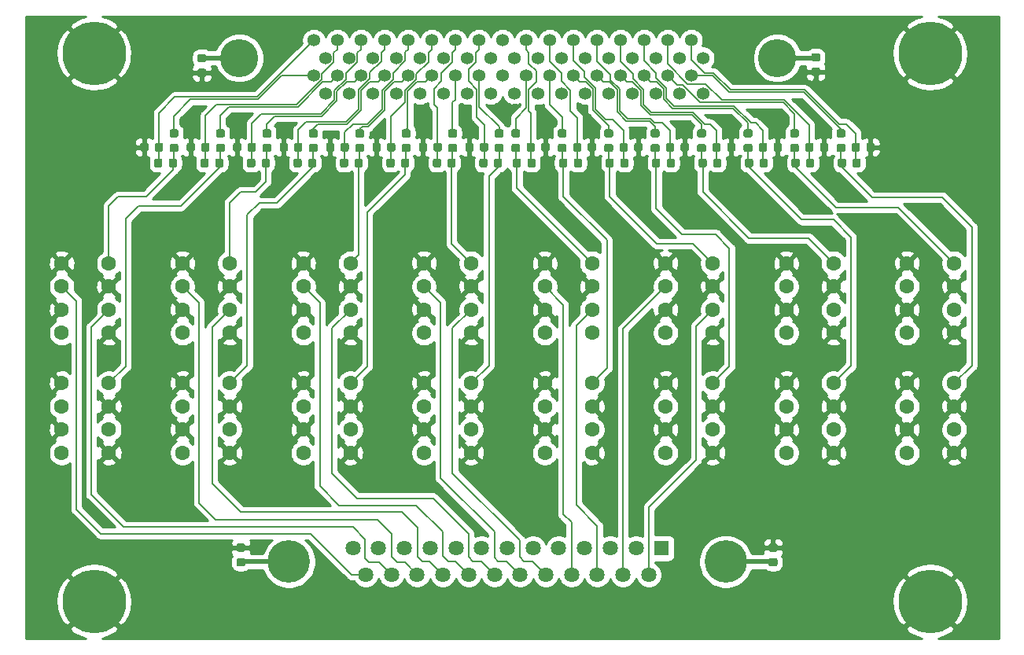
<source format=gtl>
G04 #@! TF.GenerationSoftware,KiCad,Pcbnew,(5.1.5)-3*
G04 #@! TF.CreationDate,2020-11-09T15:19:13-05:00*
G04 #@! TF.ProjectId,FilterMotherboard,46696c74-6572-44d6-9f74-686572626f61,rev?*
G04 #@! TF.SameCoordinates,Original*
G04 #@! TF.FileFunction,Copper,L1,Top*
G04 #@! TF.FilePolarity,Positive*
%FSLAX46Y46*%
G04 Gerber Fmt 4.6, Leading zero omitted, Abs format (unit mm)*
G04 Created by KiCad (PCBNEW (5.1.5)-3) date 2020-11-09 15:19:13*
%MOMM*%
%LPD*%
G04 APERTURE LIST*
%ADD10C,6.858000*%
%ADD11C,4.100000*%
%ADD12C,1.360000*%
%ADD13C,4.575000*%
%ADD14C,1.635000*%
%ADD15R,1.635000X1.635000*%
%ADD16C,1.605000*%
%ADD17C,0.100000*%
%ADD18C,0.762000*%
%ADD19C,0.508000*%
%ADD20C,0.127000*%
%ADD21C,0.500000*%
%ADD22C,0.254000*%
G04 APERTURE END LIST*
D10*
X75500000Y-29400000D03*
X75500000Y-88400000D03*
X165500000Y-88400000D03*
X165500000Y-29400000D03*
D11*
X91145000Y-29900000D03*
X149055000Y-29900000D03*
D12*
X141055000Y-29900000D03*
X139785000Y-28000000D03*
X138515000Y-29900000D03*
X137245000Y-28000000D03*
X135975000Y-29900000D03*
X134705000Y-28000000D03*
X133435000Y-29900000D03*
X132165000Y-28000000D03*
X130895000Y-29900000D03*
X129625000Y-28000000D03*
X128355000Y-29900000D03*
X127085000Y-28000000D03*
X125815000Y-29900000D03*
X124545000Y-28000000D03*
X123275000Y-29900000D03*
X122005000Y-28000000D03*
X120735000Y-29900000D03*
X119465000Y-28000000D03*
X118195000Y-29900000D03*
X116925000Y-28000000D03*
X115655000Y-29900000D03*
X114385000Y-28000000D03*
X113115000Y-29900000D03*
X111845000Y-28000000D03*
X110575000Y-29900000D03*
X109305000Y-28000000D03*
X108035000Y-29900000D03*
X106765000Y-28000000D03*
X105495000Y-29900000D03*
X104225000Y-28000000D03*
X102955000Y-29900000D03*
X101685000Y-28000000D03*
X100415000Y-29900000D03*
X99145000Y-28000000D03*
X141055000Y-33700000D03*
X139785000Y-31800000D03*
X138515000Y-33700000D03*
X137245000Y-31800000D03*
X135975000Y-33700000D03*
X134705000Y-31800000D03*
X133435000Y-33700000D03*
X132165000Y-31800000D03*
X130895000Y-33700000D03*
X129625000Y-31800000D03*
X128355000Y-33700000D03*
X127085000Y-31800000D03*
X125815000Y-33700000D03*
X124545000Y-31800000D03*
X123275000Y-33700000D03*
X122005000Y-31800000D03*
X120735000Y-33700000D03*
X119465000Y-31800000D03*
X118195000Y-33700000D03*
X116925000Y-31800000D03*
X115655000Y-33700000D03*
X114385000Y-31800000D03*
X113115000Y-33700000D03*
X111845000Y-31800000D03*
X110575000Y-33700000D03*
X109305000Y-31800000D03*
X108035000Y-33700000D03*
X106765000Y-31800000D03*
X105495000Y-33700000D03*
X104225000Y-31800000D03*
X102955000Y-33700000D03*
X101685000Y-31800000D03*
X100415000Y-33700000D03*
X99145000Y-31800000D03*
D13*
X96460000Y-84120000D03*
X143500000Y-84120000D03*
D14*
X104745000Y-85540000D03*
X107515000Y-85540000D03*
X110285000Y-85540000D03*
X113055000Y-85540000D03*
X115825000Y-85540000D03*
X118595000Y-85540000D03*
X121365000Y-85540000D03*
X124135000Y-85540000D03*
X126905000Y-85540000D03*
X129675000Y-85540000D03*
X132445000Y-85540000D03*
X135215000Y-85540000D03*
X103360000Y-82700000D03*
X106130000Y-82700000D03*
X108900000Y-82700000D03*
X111670000Y-82700000D03*
X114440000Y-82700000D03*
X117210000Y-82700000D03*
X119980000Y-82700000D03*
X122750000Y-82700000D03*
X125520000Y-82700000D03*
X128290000Y-82700000D03*
X131060000Y-82700000D03*
X133830000Y-82700000D03*
D15*
X136600000Y-82700000D03*
D16*
X72020000Y-72400000D03*
X72020000Y-69900000D03*
X72020000Y-67400000D03*
X72020000Y-64900000D03*
X72020000Y-59500000D03*
X72020000Y-57000000D03*
X72020000Y-54500000D03*
X72020000Y-52000000D03*
X77100000Y-72400000D03*
X77100000Y-69900000D03*
X77100000Y-67400000D03*
X77100000Y-64900000D03*
X77100000Y-59500000D03*
X77100000Y-57000000D03*
X77100000Y-54500000D03*
X77100000Y-52000000D03*
X85020000Y-72400000D03*
X85020000Y-69900000D03*
X85020000Y-67400000D03*
X85020000Y-64900000D03*
X85020000Y-59500000D03*
X85020000Y-57000000D03*
X85020000Y-54500000D03*
X85020000Y-52000000D03*
X90100000Y-72400000D03*
X90100000Y-69900000D03*
X90100000Y-67400000D03*
X90100000Y-64900000D03*
X90100000Y-59500000D03*
X90100000Y-57000000D03*
X90100000Y-54500000D03*
X90100000Y-52000000D03*
X98020000Y-72400000D03*
X98020000Y-69900000D03*
X98020000Y-67400000D03*
X98020000Y-64900000D03*
X98020000Y-59500000D03*
X98020000Y-57000000D03*
X98020000Y-54500000D03*
X98020000Y-52000000D03*
X103100000Y-72400000D03*
X103100000Y-69900000D03*
X103100000Y-67400000D03*
X103100000Y-64900000D03*
X103100000Y-59500000D03*
X103100000Y-57000000D03*
X103100000Y-54500000D03*
X103100000Y-52000000D03*
X111020000Y-72400000D03*
X111020000Y-69900000D03*
X111020000Y-67400000D03*
X111020000Y-64900000D03*
X111020000Y-59500000D03*
X111020000Y-57000000D03*
X111020000Y-54500000D03*
X111020000Y-52000000D03*
X116100000Y-72400000D03*
X116100000Y-69900000D03*
X116100000Y-67400000D03*
X116100000Y-64900000D03*
X116100000Y-59500000D03*
X116100000Y-57000000D03*
X116100000Y-54500000D03*
X116100000Y-52000000D03*
X124020000Y-72400000D03*
X124020000Y-69900000D03*
X124020000Y-67400000D03*
X124020000Y-64900000D03*
X124020000Y-59500000D03*
X124020000Y-57000000D03*
X124020000Y-54500000D03*
X124020000Y-52000000D03*
X129100000Y-72400000D03*
X129100000Y-69900000D03*
X129100000Y-67400000D03*
X129100000Y-64900000D03*
X129100000Y-59500000D03*
X129100000Y-57000000D03*
X129100000Y-54500000D03*
X129100000Y-52000000D03*
X137020000Y-72400000D03*
X137020000Y-69900000D03*
X137020000Y-67400000D03*
X137020000Y-64900000D03*
X137020000Y-59500000D03*
X137020000Y-57000000D03*
X137020000Y-54500000D03*
X137020000Y-52000000D03*
X142100000Y-72400000D03*
X142100000Y-69900000D03*
X142100000Y-67400000D03*
X142100000Y-64900000D03*
X142100000Y-59500000D03*
X142100000Y-57000000D03*
X142100000Y-54500000D03*
X142100000Y-52000000D03*
X150020000Y-72400000D03*
X150020000Y-69900000D03*
X150020000Y-67400000D03*
X150020000Y-64900000D03*
X150020000Y-59500000D03*
X150020000Y-57000000D03*
X150020000Y-54500000D03*
X150020000Y-52000000D03*
X155100000Y-72400000D03*
X155100000Y-69900000D03*
X155100000Y-67400000D03*
X155100000Y-64900000D03*
X155100000Y-59500000D03*
X155100000Y-57000000D03*
X155100000Y-54500000D03*
X155100000Y-52000000D03*
X163020000Y-72400000D03*
X163020000Y-69900000D03*
X163020000Y-67400000D03*
X163020000Y-64900000D03*
X163020000Y-59500000D03*
X163020000Y-57000000D03*
X163020000Y-54500000D03*
X163020000Y-52000000D03*
X168100000Y-72400000D03*
X168100000Y-69900000D03*
X168100000Y-67400000D03*
X168100000Y-64900000D03*
X168100000Y-59500000D03*
X168100000Y-57000000D03*
X168100000Y-54500000D03*
X168100000Y-52000000D03*
G04 #@! TA.AperFunction,SMDPad,CuDef*
D17*
G36*
X84377691Y-37576053D02*
G01*
X84398926Y-37579203D01*
X84419750Y-37584419D01*
X84439962Y-37591651D01*
X84459368Y-37600830D01*
X84477781Y-37611866D01*
X84495024Y-37624654D01*
X84510930Y-37639070D01*
X84525346Y-37654976D01*
X84538134Y-37672219D01*
X84549170Y-37690632D01*
X84558349Y-37710038D01*
X84565581Y-37730250D01*
X84570797Y-37751074D01*
X84573947Y-37772309D01*
X84575000Y-37793750D01*
X84575000Y-38231250D01*
X84573947Y-38252691D01*
X84570797Y-38273926D01*
X84565581Y-38294750D01*
X84558349Y-38314962D01*
X84549170Y-38334368D01*
X84538134Y-38352781D01*
X84525346Y-38370024D01*
X84510930Y-38385930D01*
X84495024Y-38400346D01*
X84477781Y-38413134D01*
X84459368Y-38424170D01*
X84439962Y-38433349D01*
X84419750Y-38440581D01*
X84398926Y-38445797D01*
X84377691Y-38448947D01*
X84356250Y-38450000D01*
X83843750Y-38450000D01*
X83822309Y-38448947D01*
X83801074Y-38445797D01*
X83780250Y-38440581D01*
X83760038Y-38433349D01*
X83740632Y-38424170D01*
X83722219Y-38413134D01*
X83704976Y-38400346D01*
X83689070Y-38385930D01*
X83674654Y-38370024D01*
X83661866Y-38352781D01*
X83650830Y-38334368D01*
X83641651Y-38314962D01*
X83634419Y-38294750D01*
X83629203Y-38273926D01*
X83626053Y-38252691D01*
X83625000Y-38231250D01*
X83625000Y-37793750D01*
X83626053Y-37772309D01*
X83629203Y-37751074D01*
X83634419Y-37730250D01*
X83641651Y-37710038D01*
X83650830Y-37690632D01*
X83661866Y-37672219D01*
X83674654Y-37654976D01*
X83689070Y-37639070D01*
X83704976Y-37624654D01*
X83722219Y-37611866D01*
X83740632Y-37600830D01*
X83760038Y-37591651D01*
X83780250Y-37584419D01*
X83801074Y-37579203D01*
X83822309Y-37576053D01*
X83843750Y-37575000D01*
X84356250Y-37575000D01*
X84377691Y-37576053D01*
G37*
G04 #@! TD.AperFunction*
G04 #@! TA.AperFunction,SMDPad,CuDef*
G36*
X84377691Y-39151053D02*
G01*
X84398926Y-39154203D01*
X84419750Y-39159419D01*
X84439962Y-39166651D01*
X84459368Y-39175830D01*
X84477781Y-39186866D01*
X84495024Y-39199654D01*
X84510930Y-39214070D01*
X84525346Y-39229976D01*
X84538134Y-39247219D01*
X84549170Y-39265632D01*
X84558349Y-39285038D01*
X84565581Y-39305250D01*
X84570797Y-39326074D01*
X84573947Y-39347309D01*
X84575000Y-39368750D01*
X84575000Y-39806250D01*
X84573947Y-39827691D01*
X84570797Y-39848926D01*
X84565581Y-39869750D01*
X84558349Y-39889962D01*
X84549170Y-39909368D01*
X84538134Y-39927781D01*
X84525346Y-39945024D01*
X84510930Y-39960930D01*
X84495024Y-39975346D01*
X84477781Y-39988134D01*
X84459368Y-39999170D01*
X84439962Y-40008349D01*
X84419750Y-40015581D01*
X84398926Y-40020797D01*
X84377691Y-40023947D01*
X84356250Y-40025000D01*
X83843750Y-40025000D01*
X83822309Y-40023947D01*
X83801074Y-40020797D01*
X83780250Y-40015581D01*
X83760038Y-40008349D01*
X83740632Y-39999170D01*
X83722219Y-39988134D01*
X83704976Y-39975346D01*
X83689070Y-39960930D01*
X83674654Y-39945024D01*
X83661866Y-39927781D01*
X83650830Y-39909368D01*
X83641651Y-39889962D01*
X83634419Y-39869750D01*
X83629203Y-39848926D01*
X83626053Y-39827691D01*
X83625000Y-39806250D01*
X83625000Y-39368750D01*
X83626053Y-39347309D01*
X83629203Y-39326074D01*
X83634419Y-39305250D01*
X83641651Y-39285038D01*
X83650830Y-39265632D01*
X83661866Y-39247219D01*
X83674654Y-39229976D01*
X83689070Y-39214070D01*
X83704976Y-39199654D01*
X83722219Y-39186866D01*
X83740632Y-39175830D01*
X83760038Y-39166651D01*
X83780250Y-39159419D01*
X83801074Y-39154203D01*
X83822309Y-39151053D01*
X83843750Y-39150000D01*
X84356250Y-39150000D01*
X84377691Y-39151053D01*
G37*
G04 #@! TD.AperFunction*
G04 #@! TA.AperFunction,SMDPad,CuDef*
G36*
X89377691Y-37576053D02*
G01*
X89398926Y-37579203D01*
X89419750Y-37584419D01*
X89439962Y-37591651D01*
X89459368Y-37600830D01*
X89477781Y-37611866D01*
X89495024Y-37624654D01*
X89510930Y-37639070D01*
X89525346Y-37654976D01*
X89538134Y-37672219D01*
X89549170Y-37690632D01*
X89558349Y-37710038D01*
X89565581Y-37730250D01*
X89570797Y-37751074D01*
X89573947Y-37772309D01*
X89575000Y-37793750D01*
X89575000Y-38231250D01*
X89573947Y-38252691D01*
X89570797Y-38273926D01*
X89565581Y-38294750D01*
X89558349Y-38314962D01*
X89549170Y-38334368D01*
X89538134Y-38352781D01*
X89525346Y-38370024D01*
X89510930Y-38385930D01*
X89495024Y-38400346D01*
X89477781Y-38413134D01*
X89459368Y-38424170D01*
X89439962Y-38433349D01*
X89419750Y-38440581D01*
X89398926Y-38445797D01*
X89377691Y-38448947D01*
X89356250Y-38450000D01*
X88843750Y-38450000D01*
X88822309Y-38448947D01*
X88801074Y-38445797D01*
X88780250Y-38440581D01*
X88760038Y-38433349D01*
X88740632Y-38424170D01*
X88722219Y-38413134D01*
X88704976Y-38400346D01*
X88689070Y-38385930D01*
X88674654Y-38370024D01*
X88661866Y-38352781D01*
X88650830Y-38334368D01*
X88641651Y-38314962D01*
X88634419Y-38294750D01*
X88629203Y-38273926D01*
X88626053Y-38252691D01*
X88625000Y-38231250D01*
X88625000Y-37793750D01*
X88626053Y-37772309D01*
X88629203Y-37751074D01*
X88634419Y-37730250D01*
X88641651Y-37710038D01*
X88650830Y-37690632D01*
X88661866Y-37672219D01*
X88674654Y-37654976D01*
X88689070Y-37639070D01*
X88704976Y-37624654D01*
X88722219Y-37611866D01*
X88740632Y-37600830D01*
X88760038Y-37591651D01*
X88780250Y-37584419D01*
X88801074Y-37579203D01*
X88822309Y-37576053D01*
X88843750Y-37575000D01*
X89356250Y-37575000D01*
X89377691Y-37576053D01*
G37*
G04 #@! TD.AperFunction*
G04 #@! TA.AperFunction,SMDPad,CuDef*
G36*
X89377691Y-39151053D02*
G01*
X89398926Y-39154203D01*
X89419750Y-39159419D01*
X89439962Y-39166651D01*
X89459368Y-39175830D01*
X89477781Y-39186866D01*
X89495024Y-39199654D01*
X89510930Y-39214070D01*
X89525346Y-39229976D01*
X89538134Y-39247219D01*
X89549170Y-39265632D01*
X89558349Y-39285038D01*
X89565581Y-39305250D01*
X89570797Y-39326074D01*
X89573947Y-39347309D01*
X89575000Y-39368750D01*
X89575000Y-39806250D01*
X89573947Y-39827691D01*
X89570797Y-39848926D01*
X89565581Y-39869750D01*
X89558349Y-39889962D01*
X89549170Y-39909368D01*
X89538134Y-39927781D01*
X89525346Y-39945024D01*
X89510930Y-39960930D01*
X89495024Y-39975346D01*
X89477781Y-39988134D01*
X89459368Y-39999170D01*
X89439962Y-40008349D01*
X89419750Y-40015581D01*
X89398926Y-40020797D01*
X89377691Y-40023947D01*
X89356250Y-40025000D01*
X88843750Y-40025000D01*
X88822309Y-40023947D01*
X88801074Y-40020797D01*
X88780250Y-40015581D01*
X88760038Y-40008349D01*
X88740632Y-39999170D01*
X88722219Y-39988134D01*
X88704976Y-39975346D01*
X88689070Y-39960930D01*
X88674654Y-39945024D01*
X88661866Y-39927781D01*
X88650830Y-39909368D01*
X88641651Y-39889962D01*
X88634419Y-39869750D01*
X88629203Y-39848926D01*
X88626053Y-39827691D01*
X88625000Y-39806250D01*
X88625000Y-39368750D01*
X88626053Y-39347309D01*
X88629203Y-39326074D01*
X88634419Y-39305250D01*
X88641651Y-39285038D01*
X88650830Y-39265632D01*
X88661866Y-39247219D01*
X88674654Y-39229976D01*
X88689070Y-39214070D01*
X88704976Y-39199654D01*
X88722219Y-39186866D01*
X88740632Y-39175830D01*
X88760038Y-39166651D01*
X88780250Y-39159419D01*
X88801074Y-39154203D01*
X88822309Y-39151053D01*
X88843750Y-39150000D01*
X89356250Y-39150000D01*
X89377691Y-39151053D01*
G37*
G04 #@! TD.AperFunction*
G04 #@! TA.AperFunction,SMDPad,CuDef*
G36*
X94377691Y-37576053D02*
G01*
X94398926Y-37579203D01*
X94419750Y-37584419D01*
X94439962Y-37591651D01*
X94459368Y-37600830D01*
X94477781Y-37611866D01*
X94495024Y-37624654D01*
X94510930Y-37639070D01*
X94525346Y-37654976D01*
X94538134Y-37672219D01*
X94549170Y-37690632D01*
X94558349Y-37710038D01*
X94565581Y-37730250D01*
X94570797Y-37751074D01*
X94573947Y-37772309D01*
X94575000Y-37793750D01*
X94575000Y-38231250D01*
X94573947Y-38252691D01*
X94570797Y-38273926D01*
X94565581Y-38294750D01*
X94558349Y-38314962D01*
X94549170Y-38334368D01*
X94538134Y-38352781D01*
X94525346Y-38370024D01*
X94510930Y-38385930D01*
X94495024Y-38400346D01*
X94477781Y-38413134D01*
X94459368Y-38424170D01*
X94439962Y-38433349D01*
X94419750Y-38440581D01*
X94398926Y-38445797D01*
X94377691Y-38448947D01*
X94356250Y-38450000D01*
X93843750Y-38450000D01*
X93822309Y-38448947D01*
X93801074Y-38445797D01*
X93780250Y-38440581D01*
X93760038Y-38433349D01*
X93740632Y-38424170D01*
X93722219Y-38413134D01*
X93704976Y-38400346D01*
X93689070Y-38385930D01*
X93674654Y-38370024D01*
X93661866Y-38352781D01*
X93650830Y-38334368D01*
X93641651Y-38314962D01*
X93634419Y-38294750D01*
X93629203Y-38273926D01*
X93626053Y-38252691D01*
X93625000Y-38231250D01*
X93625000Y-37793750D01*
X93626053Y-37772309D01*
X93629203Y-37751074D01*
X93634419Y-37730250D01*
X93641651Y-37710038D01*
X93650830Y-37690632D01*
X93661866Y-37672219D01*
X93674654Y-37654976D01*
X93689070Y-37639070D01*
X93704976Y-37624654D01*
X93722219Y-37611866D01*
X93740632Y-37600830D01*
X93760038Y-37591651D01*
X93780250Y-37584419D01*
X93801074Y-37579203D01*
X93822309Y-37576053D01*
X93843750Y-37575000D01*
X94356250Y-37575000D01*
X94377691Y-37576053D01*
G37*
G04 #@! TD.AperFunction*
G04 #@! TA.AperFunction,SMDPad,CuDef*
G36*
X94377691Y-39151053D02*
G01*
X94398926Y-39154203D01*
X94419750Y-39159419D01*
X94439962Y-39166651D01*
X94459368Y-39175830D01*
X94477781Y-39186866D01*
X94495024Y-39199654D01*
X94510930Y-39214070D01*
X94525346Y-39229976D01*
X94538134Y-39247219D01*
X94549170Y-39265632D01*
X94558349Y-39285038D01*
X94565581Y-39305250D01*
X94570797Y-39326074D01*
X94573947Y-39347309D01*
X94575000Y-39368750D01*
X94575000Y-39806250D01*
X94573947Y-39827691D01*
X94570797Y-39848926D01*
X94565581Y-39869750D01*
X94558349Y-39889962D01*
X94549170Y-39909368D01*
X94538134Y-39927781D01*
X94525346Y-39945024D01*
X94510930Y-39960930D01*
X94495024Y-39975346D01*
X94477781Y-39988134D01*
X94459368Y-39999170D01*
X94439962Y-40008349D01*
X94419750Y-40015581D01*
X94398926Y-40020797D01*
X94377691Y-40023947D01*
X94356250Y-40025000D01*
X93843750Y-40025000D01*
X93822309Y-40023947D01*
X93801074Y-40020797D01*
X93780250Y-40015581D01*
X93760038Y-40008349D01*
X93740632Y-39999170D01*
X93722219Y-39988134D01*
X93704976Y-39975346D01*
X93689070Y-39960930D01*
X93674654Y-39945024D01*
X93661866Y-39927781D01*
X93650830Y-39909368D01*
X93641651Y-39889962D01*
X93634419Y-39869750D01*
X93629203Y-39848926D01*
X93626053Y-39827691D01*
X93625000Y-39806250D01*
X93625000Y-39368750D01*
X93626053Y-39347309D01*
X93629203Y-39326074D01*
X93634419Y-39305250D01*
X93641651Y-39285038D01*
X93650830Y-39265632D01*
X93661866Y-39247219D01*
X93674654Y-39229976D01*
X93689070Y-39214070D01*
X93704976Y-39199654D01*
X93722219Y-39186866D01*
X93740632Y-39175830D01*
X93760038Y-39166651D01*
X93780250Y-39159419D01*
X93801074Y-39154203D01*
X93822309Y-39151053D01*
X93843750Y-39150000D01*
X94356250Y-39150000D01*
X94377691Y-39151053D01*
G37*
G04 #@! TD.AperFunction*
G04 #@! TA.AperFunction,SMDPad,CuDef*
G36*
X82727691Y-39026053D02*
G01*
X82748926Y-39029203D01*
X82769750Y-39034419D01*
X82789962Y-39041651D01*
X82809368Y-39050830D01*
X82827781Y-39061866D01*
X82845024Y-39074654D01*
X82860930Y-39089070D01*
X82875346Y-39104976D01*
X82888134Y-39122219D01*
X82899170Y-39140632D01*
X82908349Y-39160038D01*
X82915581Y-39180250D01*
X82920797Y-39201074D01*
X82923947Y-39222309D01*
X82925000Y-39243750D01*
X82925000Y-39756250D01*
X82923947Y-39777691D01*
X82920797Y-39798926D01*
X82915581Y-39819750D01*
X82908349Y-39839962D01*
X82899170Y-39859368D01*
X82888134Y-39877781D01*
X82875346Y-39895024D01*
X82860930Y-39910930D01*
X82845024Y-39925346D01*
X82827781Y-39938134D01*
X82809368Y-39949170D01*
X82789962Y-39958349D01*
X82769750Y-39965581D01*
X82748926Y-39970797D01*
X82727691Y-39973947D01*
X82706250Y-39975000D01*
X82268750Y-39975000D01*
X82247309Y-39973947D01*
X82226074Y-39970797D01*
X82205250Y-39965581D01*
X82185038Y-39958349D01*
X82165632Y-39949170D01*
X82147219Y-39938134D01*
X82129976Y-39925346D01*
X82114070Y-39910930D01*
X82099654Y-39895024D01*
X82086866Y-39877781D01*
X82075830Y-39859368D01*
X82066651Y-39839962D01*
X82059419Y-39819750D01*
X82054203Y-39798926D01*
X82051053Y-39777691D01*
X82050000Y-39756250D01*
X82050000Y-39243750D01*
X82051053Y-39222309D01*
X82054203Y-39201074D01*
X82059419Y-39180250D01*
X82066651Y-39160038D01*
X82075830Y-39140632D01*
X82086866Y-39122219D01*
X82099654Y-39104976D01*
X82114070Y-39089070D01*
X82129976Y-39074654D01*
X82147219Y-39061866D01*
X82165632Y-39050830D01*
X82185038Y-39041651D01*
X82205250Y-39034419D01*
X82226074Y-39029203D01*
X82247309Y-39026053D01*
X82268750Y-39025000D01*
X82706250Y-39025000D01*
X82727691Y-39026053D01*
G37*
G04 #@! TD.AperFunction*
G04 #@! TA.AperFunction,SMDPad,CuDef*
G36*
X81152691Y-39026053D02*
G01*
X81173926Y-39029203D01*
X81194750Y-39034419D01*
X81214962Y-39041651D01*
X81234368Y-39050830D01*
X81252781Y-39061866D01*
X81270024Y-39074654D01*
X81285930Y-39089070D01*
X81300346Y-39104976D01*
X81313134Y-39122219D01*
X81324170Y-39140632D01*
X81333349Y-39160038D01*
X81340581Y-39180250D01*
X81345797Y-39201074D01*
X81348947Y-39222309D01*
X81350000Y-39243750D01*
X81350000Y-39756250D01*
X81348947Y-39777691D01*
X81345797Y-39798926D01*
X81340581Y-39819750D01*
X81333349Y-39839962D01*
X81324170Y-39859368D01*
X81313134Y-39877781D01*
X81300346Y-39895024D01*
X81285930Y-39910930D01*
X81270024Y-39925346D01*
X81252781Y-39938134D01*
X81234368Y-39949170D01*
X81214962Y-39958349D01*
X81194750Y-39965581D01*
X81173926Y-39970797D01*
X81152691Y-39973947D01*
X81131250Y-39975000D01*
X80693750Y-39975000D01*
X80672309Y-39973947D01*
X80651074Y-39970797D01*
X80630250Y-39965581D01*
X80610038Y-39958349D01*
X80590632Y-39949170D01*
X80572219Y-39938134D01*
X80554976Y-39925346D01*
X80539070Y-39910930D01*
X80524654Y-39895024D01*
X80511866Y-39877781D01*
X80500830Y-39859368D01*
X80491651Y-39839962D01*
X80484419Y-39819750D01*
X80479203Y-39798926D01*
X80476053Y-39777691D01*
X80475000Y-39756250D01*
X80475000Y-39243750D01*
X80476053Y-39222309D01*
X80479203Y-39201074D01*
X80484419Y-39180250D01*
X80491651Y-39160038D01*
X80500830Y-39140632D01*
X80511866Y-39122219D01*
X80524654Y-39104976D01*
X80539070Y-39089070D01*
X80554976Y-39074654D01*
X80572219Y-39061866D01*
X80590632Y-39050830D01*
X80610038Y-39041651D01*
X80630250Y-39034419D01*
X80651074Y-39029203D01*
X80672309Y-39026053D01*
X80693750Y-39025000D01*
X81131250Y-39025000D01*
X81152691Y-39026053D01*
G37*
G04 #@! TD.AperFunction*
G04 #@! TA.AperFunction,SMDPad,CuDef*
G36*
X87727691Y-39026053D02*
G01*
X87748926Y-39029203D01*
X87769750Y-39034419D01*
X87789962Y-39041651D01*
X87809368Y-39050830D01*
X87827781Y-39061866D01*
X87845024Y-39074654D01*
X87860930Y-39089070D01*
X87875346Y-39104976D01*
X87888134Y-39122219D01*
X87899170Y-39140632D01*
X87908349Y-39160038D01*
X87915581Y-39180250D01*
X87920797Y-39201074D01*
X87923947Y-39222309D01*
X87925000Y-39243750D01*
X87925000Y-39756250D01*
X87923947Y-39777691D01*
X87920797Y-39798926D01*
X87915581Y-39819750D01*
X87908349Y-39839962D01*
X87899170Y-39859368D01*
X87888134Y-39877781D01*
X87875346Y-39895024D01*
X87860930Y-39910930D01*
X87845024Y-39925346D01*
X87827781Y-39938134D01*
X87809368Y-39949170D01*
X87789962Y-39958349D01*
X87769750Y-39965581D01*
X87748926Y-39970797D01*
X87727691Y-39973947D01*
X87706250Y-39975000D01*
X87268750Y-39975000D01*
X87247309Y-39973947D01*
X87226074Y-39970797D01*
X87205250Y-39965581D01*
X87185038Y-39958349D01*
X87165632Y-39949170D01*
X87147219Y-39938134D01*
X87129976Y-39925346D01*
X87114070Y-39910930D01*
X87099654Y-39895024D01*
X87086866Y-39877781D01*
X87075830Y-39859368D01*
X87066651Y-39839962D01*
X87059419Y-39819750D01*
X87054203Y-39798926D01*
X87051053Y-39777691D01*
X87050000Y-39756250D01*
X87050000Y-39243750D01*
X87051053Y-39222309D01*
X87054203Y-39201074D01*
X87059419Y-39180250D01*
X87066651Y-39160038D01*
X87075830Y-39140632D01*
X87086866Y-39122219D01*
X87099654Y-39104976D01*
X87114070Y-39089070D01*
X87129976Y-39074654D01*
X87147219Y-39061866D01*
X87165632Y-39050830D01*
X87185038Y-39041651D01*
X87205250Y-39034419D01*
X87226074Y-39029203D01*
X87247309Y-39026053D01*
X87268750Y-39025000D01*
X87706250Y-39025000D01*
X87727691Y-39026053D01*
G37*
G04 #@! TD.AperFunction*
G04 #@! TA.AperFunction,SMDPad,CuDef*
G36*
X86152691Y-39026053D02*
G01*
X86173926Y-39029203D01*
X86194750Y-39034419D01*
X86214962Y-39041651D01*
X86234368Y-39050830D01*
X86252781Y-39061866D01*
X86270024Y-39074654D01*
X86285930Y-39089070D01*
X86300346Y-39104976D01*
X86313134Y-39122219D01*
X86324170Y-39140632D01*
X86333349Y-39160038D01*
X86340581Y-39180250D01*
X86345797Y-39201074D01*
X86348947Y-39222309D01*
X86350000Y-39243750D01*
X86350000Y-39756250D01*
X86348947Y-39777691D01*
X86345797Y-39798926D01*
X86340581Y-39819750D01*
X86333349Y-39839962D01*
X86324170Y-39859368D01*
X86313134Y-39877781D01*
X86300346Y-39895024D01*
X86285930Y-39910930D01*
X86270024Y-39925346D01*
X86252781Y-39938134D01*
X86234368Y-39949170D01*
X86214962Y-39958349D01*
X86194750Y-39965581D01*
X86173926Y-39970797D01*
X86152691Y-39973947D01*
X86131250Y-39975000D01*
X85693750Y-39975000D01*
X85672309Y-39973947D01*
X85651074Y-39970797D01*
X85630250Y-39965581D01*
X85610038Y-39958349D01*
X85590632Y-39949170D01*
X85572219Y-39938134D01*
X85554976Y-39925346D01*
X85539070Y-39910930D01*
X85524654Y-39895024D01*
X85511866Y-39877781D01*
X85500830Y-39859368D01*
X85491651Y-39839962D01*
X85484419Y-39819750D01*
X85479203Y-39798926D01*
X85476053Y-39777691D01*
X85475000Y-39756250D01*
X85475000Y-39243750D01*
X85476053Y-39222309D01*
X85479203Y-39201074D01*
X85484419Y-39180250D01*
X85491651Y-39160038D01*
X85500830Y-39140632D01*
X85511866Y-39122219D01*
X85524654Y-39104976D01*
X85539070Y-39089070D01*
X85554976Y-39074654D01*
X85572219Y-39061866D01*
X85590632Y-39050830D01*
X85610038Y-39041651D01*
X85630250Y-39034419D01*
X85651074Y-39029203D01*
X85672309Y-39026053D01*
X85693750Y-39025000D01*
X86131250Y-39025000D01*
X86152691Y-39026053D01*
G37*
G04 #@! TD.AperFunction*
G04 #@! TA.AperFunction,SMDPad,CuDef*
G36*
X92727691Y-39026053D02*
G01*
X92748926Y-39029203D01*
X92769750Y-39034419D01*
X92789962Y-39041651D01*
X92809368Y-39050830D01*
X92827781Y-39061866D01*
X92845024Y-39074654D01*
X92860930Y-39089070D01*
X92875346Y-39104976D01*
X92888134Y-39122219D01*
X92899170Y-39140632D01*
X92908349Y-39160038D01*
X92915581Y-39180250D01*
X92920797Y-39201074D01*
X92923947Y-39222309D01*
X92925000Y-39243750D01*
X92925000Y-39756250D01*
X92923947Y-39777691D01*
X92920797Y-39798926D01*
X92915581Y-39819750D01*
X92908349Y-39839962D01*
X92899170Y-39859368D01*
X92888134Y-39877781D01*
X92875346Y-39895024D01*
X92860930Y-39910930D01*
X92845024Y-39925346D01*
X92827781Y-39938134D01*
X92809368Y-39949170D01*
X92789962Y-39958349D01*
X92769750Y-39965581D01*
X92748926Y-39970797D01*
X92727691Y-39973947D01*
X92706250Y-39975000D01*
X92268750Y-39975000D01*
X92247309Y-39973947D01*
X92226074Y-39970797D01*
X92205250Y-39965581D01*
X92185038Y-39958349D01*
X92165632Y-39949170D01*
X92147219Y-39938134D01*
X92129976Y-39925346D01*
X92114070Y-39910930D01*
X92099654Y-39895024D01*
X92086866Y-39877781D01*
X92075830Y-39859368D01*
X92066651Y-39839962D01*
X92059419Y-39819750D01*
X92054203Y-39798926D01*
X92051053Y-39777691D01*
X92050000Y-39756250D01*
X92050000Y-39243750D01*
X92051053Y-39222309D01*
X92054203Y-39201074D01*
X92059419Y-39180250D01*
X92066651Y-39160038D01*
X92075830Y-39140632D01*
X92086866Y-39122219D01*
X92099654Y-39104976D01*
X92114070Y-39089070D01*
X92129976Y-39074654D01*
X92147219Y-39061866D01*
X92165632Y-39050830D01*
X92185038Y-39041651D01*
X92205250Y-39034419D01*
X92226074Y-39029203D01*
X92247309Y-39026053D01*
X92268750Y-39025000D01*
X92706250Y-39025000D01*
X92727691Y-39026053D01*
G37*
G04 #@! TD.AperFunction*
G04 #@! TA.AperFunction,SMDPad,CuDef*
G36*
X91152691Y-39026053D02*
G01*
X91173926Y-39029203D01*
X91194750Y-39034419D01*
X91214962Y-39041651D01*
X91234368Y-39050830D01*
X91252781Y-39061866D01*
X91270024Y-39074654D01*
X91285930Y-39089070D01*
X91300346Y-39104976D01*
X91313134Y-39122219D01*
X91324170Y-39140632D01*
X91333349Y-39160038D01*
X91340581Y-39180250D01*
X91345797Y-39201074D01*
X91348947Y-39222309D01*
X91350000Y-39243750D01*
X91350000Y-39756250D01*
X91348947Y-39777691D01*
X91345797Y-39798926D01*
X91340581Y-39819750D01*
X91333349Y-39839962D01*
X91324170Y-39859368D01*
X91313134Y-39877781D01*
X91300346Y-39895024D01*
X91285930Y-39910930D01*
X91270024Y-39925346D01*
X91252781Y-39938134D01*
X91234368Y-39949170D01*
X91214962Y-39958349D01*
X91194750Y-39965581D01*
X91173926Y-39970797D01*
X91152691Y-39973947D01*
X91131250Y-39975000D01*
X90693750Y-39975000D01*
X90672309Y-39973947D01*
X90651074Y-39970797D01*
X90630250Y-39965581D01*
X90610038Y-39958349D01*
X90590632Y-39949170D01*
X90572219Y-39938134D01*
X90554976Y-39925346D01*
X90539070Y-39910930D01*
X90524654Y-39895024D01*
X90511866Y-39877781D01*
X90500830Y-39859368D01*
X90491651Y-39839962D01*
X90484419Y-39819750D01*
X90479203Y-39798926D01*
X90476053Y-39777691D01*
X90475000Y-39756250D01*
X90475000Y-39243750D01*
X90476053Y-39222309D01*
X90479203Y-39201074D01*
X90484419Y-39180250D01*
X90491651Y-39160038D01*
X90500830Y-39140632D01*
X90511866Y-39122219D01*
X90524654Y-39104976D01*
X90539070Y-39089070D01*
X90554976Y-39074654D01*
X90572219Y-39061866D01*
X90590632Y-39050830D01*
X90610038Y-39041651D01*
X90630250Y-39034419D01*
X90651074Y-39029203D01*
X90672309Y-39026053D01*
X90693750Y-39025000D01*
X91131250Y-39025000D01*
X91152691Y-39026053D01*
G37*
G04 #@! TD.AperFunction*
G04 #@! TA.AperFunction,SMDPad,CuDef*
G36*
X99377691Y-37576053D02*
G01*
X99398926Y-37579203D01*
X99419750Y-37584419D01*
X99439962Y-37591651D01*
X99459368Y-37600830D01*
X99477781Y-37611866D01*
X99495024Y-37624654D01*
X99510930Y-37639070D01*
X99525346Y-37654976D01*
X99538134Y-37672219D01*
X99549170Y-37690632D01*
X99558349Y-37710038D01*
X99565581Y-37730250D01*
X99570797Y-37751074D01*
X99573947Y-37772309D01*
X99575000Y-37793750D01*
X99575000Y-38231250D01*
X99573947Y-38252691D01*
X99570797Y-38273926D01*
X99565581Y-38294750D01*
X99558349Y-38314962D01*
X99549170Y-38334368D01*
X99538134Y-38352781D01*
X99525346Y-38370024D01*
X99510930Y-38385930D01*
X99495024Y-38400346D01*
X99477781Y-38413134D01*
X99459368Y-38424170D01*
X99439962Y-38433349D01*
X99419750Y-38440581D01*
X99398926Y-38445797D01*
X99377691Y-38448947D01*
X99356250Y-38450000D01*
X98843750Y-38450000D01*
X98822309Y-38448947D01*
X98801074Y-38445797D01*
X98780250Y-38440581D01*
X98760038Y-38433349D01*
X98740632Y-38424170D01*
X98722219Y-38413134D01*
X98704976Y-38400346D01*
X98689070Y-38385930D01*
X98674654Y-38370024D01*
X98661866Y-38352781D01*
X98650830Y-38334368D01*
X98641651Y-38314962D01*
X98634419Y-38294750D01*
X98629203Y-38273926D01*
X98626053Y-38252691D01*
X98625000Y-38231250D01*
X98625000Y-37793750D01*
X98626053Y-37772309D01*
X98629203Y-37751074D01*
X98634419Y-37730250D01*
X98641651Y-37710038D01*
X98650830Y-37690632D01*
X98661866Y-37672219D01*
X98674654Y-37654976D01*
X98689070Y-37639070D01*
X98704976Y-37624654D01*
X98722219Y-37611866D01*
X98740632Y-37600830D01*
X98760038Y-37591651D01*
X98780250Y-37584419D01*
X98801074Y-37579203D01*
X98822309Y-37576053D01*
X98843750Y-37575000D01*
X99356250Y-37575000D01*
X99377691Y-37576053D01*
G37*
G04 #@! TD.AperFunction*
G04 #@! TA.AperFunction,SMDPad,CuDef*
G36*
X99377691Y-39151053D02*
G01*
X99398926Y-39154203D01*
X99419750Y-39159419D01*
X99439962Y-39166651D01*
X99459368Y-39175830D01*
X99477781Y-39186866D01*
X99495024Y-39199654D01*
X99510930Y-39214070D01*
X99525346Y-39229976D01*
X99538134Y-39247219D01*
X99549170Y-39265632D01*
X99558349Y-39285038D01*
X99565581Y-39305250D01*
X99570797Y-39326074D01*
X99573947Y-39347309D01*
X99575000Y-39368750D01*
X99575000Y-39806250D01*
X99573947Y-39827691D01*
X99570797Y-39848926D01*
X99565581Y-39869750D01*
X99558349Y-39889962D01*
X99549170Y-39909368D01*
X99538134Y-39927781D01*
X99525346Y-39945024D01*
X99510930Y-39960930D01*
X99495024Y-39975346D01*
X99477781Y-39988134D01*
X99459368Y-39999170D01*
X99439962Y-40008349D01*
X99419750Y-40015581D01*
X99398926Y-40020797D01*
X99377691Y-40023947D01*
X99356250Y-40025000D01*
X98843750Y-40025000D01*
X98822309Y-40023947D01*
X98801074Y-40020797D01*
X98780250Y-40015581D01*
X98760038Y-40008349D01*
X98740632Y-39999170D01*
X98722219Y-39988134D01*
X98704976Y-39975346D01*
X98689070Y-39960930D01*
X98674654Y-39945024D01*
X98661866Y-39927781D01*
X98650830Y-39909368D01*
X98641651Y-39889962D01*
X98634419Y-39869750D01*
X98629203Y-39848926D01*
X98626053Y-39827691D01*
X98625000Y-39806250D01*
X98625000Y-39368750D01*
X98626053Y-39347309D01*
X98629203Y-39326074D01*
X98634419Y-39305250D01*
X98641651Y-39285038D01*
X98650830Y-39265632D01*
X98661866Y-39247219D01*
X98674654Y-39229976D01*
X98689070Y-39214070D01*
X98704976Y-39199654D01*
X98722219Y-39186866D01*
X98740632Y-39175830D01*
X98760038Y-39166651D01*
X98780250Y-39159419D01*
X98801074Y-39154203D01*
X98822309Y-39151053D01*
X98843750Y-39150000D01*
X99356250Y-39150000D01*
X99377691Y-39151053D01*
G37*
G04 #@! TD.AperFunction*
G04 #@! TA.AperFunction,SMDPad,CuDef*
G36*
X104377691Y-37576053D02*
G01*
X104398926Y-37579203D01*
X104419750Y-37584419D01*
X104439962Y-37591651D01*
X104459368Y-37600830D01*
X104477781Y-37611866D01*
X104495024Y-37624654D01*
X104510930Y-37639070D01*
X104525346Y-37654976D01*
X104538134Y-37672219D01*
X104549170Y-37690632D01*
X104558349Y-37710038D01*
X104565581Y-37730250D01*
X104570797Y-37751074D01*
X104573947Y-37772309D01*
X104575000Y-37793750D01*
X104575000Y-38231250D01*
X104573947Y-38252691D01*
X104570797Y-38273926D01*
X104565581Y-38294750D01*
X104558349Y-38314962D01*
X104549170Y-38334368D01*
X104538134Y-38352781D01*
X104525346Y-38370024D01*
X104510930Y-38385930D01*
X104495024Y-38400346D01*
X104477781Y-38413134D01*
X104459368Y-38424170D01*
X104439962Y-38433349D01*
X104419750Y-38440581D01*
X104398926Y-38445797D01*
X104377691Y-38448947D01*
X104356250Y-38450000D01*
X103843750Y-38450000D01*
X103822309Y-38448947D01*
X103801074Y-38445797D01*
X103780250Y-38440581D01*
X103760038Y-38433349D01*
X103740632Y-38424170D01*
X103722219Y-38413134D01*
X103704976Y-38400346D01*
X103689070Y-38385930D01*
X103674654Y-38370024D01*
X103661866Y-38352781D01*
X103650830Y-38334368D01*
X103641651Y-38314962D01*
X103634419Y-38294750D01*
X103629203Y-38273926D01*
X103626053Y-38252691D01*
X103625000Y-38231250D01*
X103625000Y-37793750D01*
X103626053Y-37772309D01*
X103629203Y-37751074D01*
X103634419Y-37730250D01*
X103641651Y-37710038D01*
X103650830Y-37690632D01*
X103661866Y-37672219D01*
X103674654Y-37654976D01*
X103689070Y-37639070D01*
X103704976Y-37624654D01*
X103722219Y-37611866D01*
X103740632Y-37600830D01*
X103760038Y-37591651D01*
X103780250Y-37584419D01*
X103801074Y-37579203D01*
X103822309Y-37576053D01*
X103843750Y-37575000D01*
X104356250Y-37575000D01*
X104377691Y-37576053D01*
G37*
G04 #@! TD.AperFunction*
G04 #@! TA.AperFunction,SMDPad,CuDef*
G36*
X104377691Y-39151053D02*
G01*
X104398926Y-39154203D01*
X104419750Y-39159419D01*
X104439962Y-39166651D01*
X104459368Y-39175830D01*
X104477781Y-39186866D01*
X104495024Y-39199654D01*
X104510930Y-39214070D01*
X104525346Y-39229976D01*
X104538134Y-39247219D01*
X104549170Y-39265632D01*
X104558349Y-39285038D01*
X104565581Y-39305250D01*
X104570797Y-39326074D01*
X104573947Y-39347309D01*
X104575000Y-39368750D01*
X104575000Y-39806250D01*
X104573947Y-39827691D01*
X104570797Y-39848926D01*
X104565581Y-39869750D01*
X104558349Y-39889962D01*
X104549170Y-39909368D01*
X104538134Y-39927781D01*
X104525346Y-39945024D01*
X104510930Y-39960930D01*
X104495024Y-39975346D01*
X104477781Y-39988134D01*
X104459368Y-39999170D01*
X104439962Y-40008349D01*
X104419750Y-40015581D01*
X104398926Y-40020797D01*
X104377691Y-40023947D01*
X104356250Y-40025000D01*
X103843750Y-40025000D01*
X103822309Y-40023947D01*
X103801074Y-40020797D01*
X103780250Y-40015581D01*
X103760038Y-40008349D01*
X103740632Y-39999170D01*
X103722219Y-39988134D01*
X103704976Y-39975346D01*
X103689070Y-39960930D01*
X103674654Y-39945024D01*
X103661866Y-39927781D01*
X103650830Y-39909368D01*
X103641651Y-39889962D01*
X103634419Y-39869750D01*
X103629203Y-39848926D01*
X103626053Y-39827691D01*
X103625000Y-39806250D01*
X103625000Y-39368750D01*
X103626053Y-39347309D01*
X103629203Y-39326074D01*
X103634419Y-39305250D01*
X103641651Y-39285038D01*
X103650830Y-39265632D01*
X103661866Y-39247219D01*
X103674654Y-39229976D01*
X103689070Y-39214070D01*
X103704976Y-39199654D01*
X103722219Y-39186866D01*
X103740632Y-39175830D01*
X103760038Y-39166651D01*
X103780250Y-39159419D01*
X103801074Y-39154203D01*
X103822309Y-39151053D01*
X103843750Y-39150000D01*
X104356250Y-39150000D01*
X104377691Y-39151053D01*
G37*
G04 #@! TD.AperFunction*
G04 #@! TA.AperFunction,SMDPad,CuDef*
G36*
X109377691Y-37576053D02*
G01*
X109398926Y-37579203D01*
X109419750Y-37584419D01*
X109439962Y-37591651D01*
X109459368Y-37600830D01*
X109477781Y-37611866D01*
X109495024Y-37624654D01*
X109510930Y-37639070D01*
X109525346Y-37654976D01*
X109538134Y-37672219D01*
X109549170Y-37690632D01*
X109558349Y-37710038D01*
X109565581Y-37730250D01*
X109570797Y-37751074D01*
X109573947Y-37772309D01*
X109575000Y-37793750D01*
X109575000Y-38231250D01*
X109573947Y-38252691D01*
X109570797Y-38273926D01*
X109565581Y-38294750D01*
X109558349Y-38314962D01*
X109549170Y-38334368D01*
X109538134Y-38352781D01*
X109525346Y-38370024D01*
X109510930Y-38385930D01*
X109495024Y-38400346D01*
X109477781Y-38413134D01*
X109459368Y-38424170D01*
X109439962Y-38433349D01*
X109419750Y-38440581D01*
X109398926Y-38445797D01*
X109377691Y-38448947D01*
X109356250Y-38450000D01*
X108843750Y-38450000D01*
X108822309Y-38448947D01*
X108801074Y-38445797D01*
X108780250Y-38440581D01*
X108760038Y-38433349D01*
X108740632Y-38424170D01*
X108722219Y-38413134D01*
X108704976Y-38400346D01*
X108689070Y-38385930D01*
X108674654Y-38370024D01*
X108661866Y-38352781D01*
X108650830Y-38334368D01*
X108641651Y-38314962D01*
X108634419Y-38294750D01*
X108629203Y-38273926D01*
X108626053Y-38252691D01*
X108625000Y-38231250D01*
X108625000Y-37793750D01*
X108626053Y-37772309D01*
X108629203Y-37751074D01*
X108634419Y-37730250D01*
X108641651Y-37710038D01*
X108650830Y-37690632D01*
X108661866Y-37672219D01*
X108674654Y-37654976D01*
X108689070Y-37639070D01*
X108704976Y-37624654D01*
X108722219Y-37611866D01*
X108740632Y-37600830D01*
X108760038Y-37591651D01*
X108780250Y-37584419D01*
X108801074Y-37579203D01*
X108822309Y-37576053D01*
X108843750Y-37575000D01*
X109356250Y-37575000D01*
X109377691Y-37576053D01*
G37*
G04 #@! TD.AperFunction*
G04 #@! TA.AperFunction,SMDPad,CuDef*
G36*
X109377691Y-39151053D02*
G01*
X109398926Y-39154203D01*
X109419750Y-39159419D01*
X109439962Y-39166651D01*
X109459368Y-39175830D01*
X109477781Y-39186866D01*
X109495024Y-39199654D01*
X109510930Y-39214070D01*
X109525346Y-39229976D01*
X109538134Y-39247219D01*
X109549170Y-39265632D01*
X109558349Y-39285038D01*
X109565581Y-39305250D01*
X109570797Y-39326074D01*
X109573947Y-39347309D01*
X109575000Y-39368750D01*
X109575000Y-39806250D01*
X109573947Y-39827691D01*
X109570797Y-39848926D01*
X109565581Y-39869750D01*
X109558349Y-39889962D01*
X109549170Y-39909368D01*
X109538134Y-39927781D01*
X109525346Y-39945024D01*
X109510930Y-39960930D01*
X109495024Y-39975346D01*
X109477781Y-39988134D01*
X109459368Y-39999170D01*
X109439962Y-40008349D01*
X109419750Y-40015581D01*
X109398926Y-40020797D01*
X109377691Y-40023947D01*
X109356250Y-40025000D01*
X108843750Y-40025000D01*
X108822309Y-40023947D01*
X108801074Y-40020797D01*
X108780250Y-40015581D01*
X108760038Y-40008349D01*
X108740632Y-39999170D01*
X108722219Y-39988134D01*
X108704976Y-39975346D01*
X108689070Y-39960930D01*
X108674654Y-39945024D01*
X108661866Y-39927781D01*
X108650830Y-39909368D01*
X108641651Y-39889962D01*
X108634419Y-39869750D01*
X108629203Y-39848926D01*
X108626053Y-39827691D01*
X108625000Y-39806250D01*
X108625000Y-39368750D01*
X108626053Y-39347309D01*
X108629203Y-39326074D01*
X108634419Y-39305250D01*
X108641651Y-39285038D01*
X108650830Y-39265632D01*
X108661866Y-39247219D01*
X108674654Y-39229976D01*
X108689070Y-39214070D01*
X108704976Y-39199654D01*
X108722219Y-39186866D01*
X108740632Y-39175830D01*
X108760038Y-39166651D01*
X108780250Y-39159419D01*
X108801074Y-39154203D01*
X108822309Y-39151053D01*
X108843750Y-39150000D01*
X109356250Y-39150000D01*
X109377691Y-39151053D01*
G37*
G04 #@! TD.AperFunction*
G04 #@! TA.AperFunction,SMDPad,CuDef*
G36*
X97727691Y-39026053D02*
G01*
X97748926Y-39029203D01*
X97769750Y-39034419D01*
X97789962Y-39041651D01*
X97809368Y-39050830D01*
X97827781Y-39061866D01*
X97845024Y-39074654D01*
X97860930Y-39089070D01*
X97875346Y-39104976D01*
X97888134Y-39122219D01*
X97899170Y-39140632D01*
X97908349Y-39160038D01*
X97915581Y-39180250D01*
X97920797Y-39201074D01*
X97923947Y-39222309D01*
X97925000Y-39243750D01*
X97925000Y-39756250D01*
X97923947Y-39777691D01*
X97920797Y-39798926D01*
X97915581Y-39819750D01*
X97908349Y-39839962D01*
X97899170Y-39859368D01*
X97888134Y-39877781D01*
X97875346Y-39895024D01*
X97860930Y-39910930D01*
X97845024Y-39925346D01*
X97827781Y-39938134D01*
X97809368Y-39949170D01*
X97789962Y-39958349D01*
X97769750Y-39965581D01*
X97748926Y-39970797D01*
X97727691Y-39973947D01*
X97706250Y-39975000D01*
X97268750Y-39975000D01*
X97247309Y-39973947D01*
X97226074Y-39970797D01*
X97205250Y-39965581D01*
X97185038Y-39958349D01*
X97165632Y-39949170D01*
X97147219Y-39938134D01*
X97129976Y-39925346D01*
X97114070Y-39910930D01*
X97099654Y-39895024D01*
X97086866Y-39877781D01*
X97075830Y-39859368D01*
X97066651Y-39839962D01*
X97059419Y-39819750D01*
X97054203Y-39798926D01*
X97051053Y-39777691D01*
X97050000Y-39756250D01*
X97050000Y-39243750D01*
X97051053Y-39222309D01*
X97054203Y-39201074D01*
X97059419Y-39180250D01*
X97066651Y-39160038D01*
X97075830Y-39140632D01*
X97086866Y-39122219D01*
X97099654Y-39104976D01*
X97114070Y-39089070D01*
X97129976Y-39074654D01*
X97147219Y-39061866D01*
X97165632Y-39050830D01*
X97185038Y-39041651D01*
X97205250Y-39034419D01*
X97226074Y-39029203D01*
X97247309Y-39026053D01*
X97268750Y-39025000D01*
X97706250Y-39025000D01*
X97727691Y-39026053D01*
G37*
G04 #@! TD.AperFunction*
G04 #@! TA.AperFunction,SMDPad,CuDef*
G36*
X96152691Y-39026053D02*
G01*
X96173926Y-39029203D01*
X96194750Y-39034419D01*
X96214962Y-39041651D01*
X96234368Y-39050830D01*
X96252781Y-39061866D01*
X96270024Y-39074654D01*
X96285930Y-39089070D01*
X96300346Y-39104976D01*
X96313134Y-39122219D01*
X96324170Y-39140632D01*
X96333349Y-39160038D01*
X96340581Y-39180250D01*
X96345797Y-39201074D01*
X96348947Y-39222309D01*
X96350000Y-39243750D01*
X96350000Y-39756250D01*
X96348947Y-39777691D01*
X96345797Y-39798926D01*
X96340581Y-39819750D01*
X96333349Y-39839962D01*
X96324170Y-39859368D01*
X96313134Y-39877781D01*
X96300346Y-39895024D01*
X96285930Y-39910930D01*
X96270024Y-39925346D01*
X96252781Y-39938134D01*
X96234368Y-39949170D01*
X96214962Y-39958349D01*
X96194750Y-39965581D01*
X96173926Y-39970797D01*
X96152691Y-39973947D01*
X96131250Y-39975000D01*
X95693750Y-39975000D01*
X95672309Y-39973947D01*
X95651074Y-39970797D01*
X95630250Y-39965581D01*
X95610038Y-39958349D01*
X95590632Y-39949170D01*
X95572219Y-39938134D01*
X95554976Y-39925346D01*
X95539070Y-39910930D01*
X95524654Y-39895024D01*
X95511866Y-39877781D01*
X95500830Y-39859368D01*
X95491651Y-39839962D01*
X95484419Y-39819750D01*
X95479203Y-39798926D01*
X95476053Y-39777691D01*
X95475000Y-39756250D01*
X95475000Y-39243750D01*
X95476053Y-39222309D01*
X95479203Y-39201074D01*
X95484419Y-39180250D01*
X95491651Y-39160038D01*
X95500830Y-39140632D01*
X95511866Y-39122219D01*
X95524654Y-39104976D01*
X95539070Y-39089070D01*
X95554976Y-39074654D01*
X95572219Y-39061866D01*
X95590632Y-39050830D01*
X95610038Y-39041651D01*
X95630250Y-39034419D01*
X95651074Y-39029203D01*
X95672309Y-39026053D01*
X95693750Y-39025000D01*
X96131250Y-39025000D01*
X96152691Y-39026053D01*
G37*
G04 #@! TD.AperFunction*
G04 #@! TA.AperFunction,SMDPad,CuDef*
G36*
X102727691Y-39026053D02*
G01*
X102748926Y-39029203D01*
X102769750Y-39034419D01*
X102789962Y-39041651D01*
X102809368Y-39050830D01*
X102827781Y-39061866D01*
X102845024Y-39074654D01*
X102860930Y-39089070D01*
X102875346Y-39104976D01*
X102888134Y-39122219D01*
X102899170Y-39140632D01*
X102908349Y-39160038D01*
X102915581Y-39180250D01*
X102920797Y-39201074D01*
X102923947Y-39222309D01*
X102925000Y-39243750D01*
X102925000Y-39756250D01*
X102923947Y-39777691D01*
X102920797Y-39798926D01*
X102915581Y-39819750D01*
X102908349Y-39839962D01*
X102899170Y-39859368D01*
X102888134Y-39877781D01*
X102875346Y-39895024D01*
X102860930Y-39910930D01*
X102845024Y-39925346D01*
X102827781Y-39938134D01*
X102809368Y-39949170D01*
X102789962Y-39958349D01*
X102769750Y-39965581D01*
X102748926Y-39970797D01*
X102727691Y-39973947D01*
X102706250Y-39975000D01*
X102268750Y-39975000D01*
X102247309Y-39973947D01*
X102226074Y-39970797D01*
X102205250Y-39965581D01*
X102185038Y-39958349D01*
X102165632Y-39949170D01*
X102147219Y-39938134D01*
X102129976Y-39925346D01*
X102114070Y-39910930D01*
X102099654Y-39895024D01*
X102086866Y-39877781D01*
X102075830Y-39859368D01*
X102066651Y-39839962D01*
X102059419Y-39819750D01*
X102054203Y-39798926D01*
X102051053Y-39777691D01*
X102050000Y-39756250D01*
X102050000Y-39243750D01*
X102051053Y-39222309D01*
X102054203Y-39201074D01*
X102059419Y-39180250D01*
X102066651Y-39160038D01*
X102075830Y-39140632D01*
X102086866Y-39122219D01*
X102099654Y-39104976D01*
X102114070Y-39089070D01*
X102129976Y-39074654D01*
X102147219Y-39061866D01*
X102165632Y-39050830D01*
X102185038Y-39041651D01*
X102205250Y-39034419D01*
X102226074Y-39029203D01*
X102247309Y-39026053D01*
X102268750Y-39025000D01*
X102706250Y-39025000D01*
X102727691Y-39026053D01*
G37*
G04 #@! TD.AperFunction*
G04 #@! TA.AperFunction,SMDPad,CuDef*
G36*
X101152691Y-39026053D02*
G01*
X101173926Y-39029203D01*
X101194750Y-39034419D01*
X101214962Y-39041651D01*
X101234368Y-39050830D01*
X101252781Y-39061866D01*
X101270024Y-39074654D01*
X101285930Y-39089070D01*
X101300346Y-39104976D01*
X101313134Y-39122219D01*
X101324170Y-39140632D01*
X101333349Y-39160038D01*
X101340581Y-39180250D01*
X101345797Y-39201074D01*
X101348947Y-39222309D01*
X101350000Y-39243750D01*
X101350000Y-39756250D01*
X101348947Y-39777691D01*
X101345797Y-39798926D01*
X101340581Y-39819750D01*
X101333349Y-39839962D01*
X101324170Y-39859368D01*
X101313134Y-39877781D01*
X101300346Y-39895024D01*
X101285930Y-39910930D01*
X101270024Y-39925346D01*
X101252781Y-39938134D01*
X101234368Y-39949170D01*
X101214962Y-39958349D01*
X101194750Y-39965581D01*
X101173926Y-39970797D01*
X101152691Y-39973947D01*
X101131250Y-39975000D01*
X100693750Y-39975000D01*
X100672309Y-39973947D01*
X100651074Y-39970797D01*
X100630250Y-39965581D01*
X100610038Y-39958349D01*
X100590632Y-39949170D01*
X100572219Y-39938134D01*
X100554976Y-39925346D01*
X100539070Y-39910930D01*
X100524654Y-39895024D01*
X100511866Y-39877781D01*
X100500830Y-39859368D01*
X100491651Y-39839962D01*
X100484419Y-39819750D01*
X100479203Y-39798926D01*
X100476053Y-39777691D01*
X100475000Y-39756250D01*
X100475000Y-39243750D01*
X100476053Y-39222309D01*
X100479203Y-39201074D01*
X100484419Y-39180250D01*
X100491651Y-39160038D01*
X100500830Y-39140632D01*
X100511866Y-39122219D01*
X100524654Y-39104976D01*
X100539070Y-39089070D01*
X100554976Y-39074654D01*
X100572219Y-39061866D01*
X100590632Y-39050830D01*
X100610038Y-39041651D01*
X100630250Y-39034419D01*
X100651074Y-39029203D01*
X100672309Y-39026053D01*
X100693750Y-39025000D01*
X101131250Y-39025000D01*
X101152691Y-39026053D01*
G37*
G04 #@! TD.AperFunction*
G04 #@! TA.AperFunction,SMDPad,CuDef*
G36*
X107727691Y-39026053D02*
G01*
X107748926Y-39029203D01*
X107769750Y-39034419D01*
X107789962Y-39041651D01*
X107809368Y-39050830D01*
X107827781Y-39061866D01*
X107845024Y-39074654D01*
X107860930Y-39089070D01*
X107875346Y-39104976D01*
X107888134Y-39122219D01*
X107899170Y-39140632D01*
X107908349Y-39160038D01*
X107915581Y-39180250D01*
X107920797Y-39201074D01*
X107923947Y-39222309D01*
X107925000Y-39243750D01*
X107925000Y-39756250D01*
X107923947Y-39777691D01*
X107920797Y-39798926D01*
X107915581Y-39819750D01*
X107908349Y-39839962D01*
X107899170Y-39859368D01*
X107888134Y-39877781D01*
X107875346Y-39895024D01*
X107860930Y-39910930D01*
X107845024Y-39925346D01*
X107827781Y-39938134D01*
X107809368Y-39949170D01*
X107789962Y-39958349D01*
X107769750Y-39965581D01*
X107748926Y-39970797D01*
X107727691Y-39973947D01*
X107706250Y-39975000D01*
X107268750Y-39975000D01*
X107247309Y-39973947D01*
X107226074Y-39970797D01*
X107205250Y-39965581D01*
X107185038Y-39958349D01*
X107165632Y-39949170D01*
X107147219Y-39938134D01*
X107129976Y-39925346D01*
X107114070Y-39910930D01*
X107099654Y-39895024D01*
X107086866Y-39877781D01*
X107075830Y-39859368D01*
X107066651Y-39839962D01*
X107059419Y-39819750D01*
X107054203Y-39798926D01*
X107051053Y-39777691D01*
X107050000Y-39756250D01*
X107050000Y-39243750D01*
X107051053Y-39222309D01*
X107054203Y-39201074D01*
X107059419Y-39180250D01*
X107066651Y-39160038D01*
X107075830Y-39140632D01*
X107086866Y-39122219D01*
X107099654Y-39104976D01*
X107114070Y-39089070D01*
X107129976Y-39074654D01*
X107147219Y-39061866D01*
X107165632Y-39050830D01*
X107185038Y-39041651D01*
X107205250Y-39034419D01*
X107226074Y-39029203D01*
X107247309Y-39026053D01*
X107268750Y-39025000D01*
X107706250Y-39025000D01*
X107727691Y-39026053D01*
G37*
G04 #@! TD.AperFunction*
G04 #@! TA.AperFunction,SMDPad,CuDef*
G36*
X106152691Y-39026053D02*
G01*
X106173926Y-39029203D01*
X106194750Y-39034419D01*
X106214962Y-39041651D01*
X106234368Y-39050830D01*
X106252781Y-39061866D01*
X106270024Y-39074654D01*
X106285930Y-39089070D01*
X106300346Y-39104976D01*
X106313134Y-39122219D01*
X106324170Y-39140632D01*
X106333349Y-39160038D01*
X106340581Y-39180250D01*
X106345797Y-39201074D01*
X106348947Y-39222309D01*
X106350000Y-39243750D01*
X106350000Y-39756250D01*
X106348947Y-39777691D01*
X106345797Y-39798926D01*
X106340581Y-39819750D01*
X106333349Y-39839962D01*
X106324170Y-39859368D01*
X106313134Y-39877781D01*
X106300346Y-39895024D01*
X106285930Y-39910930D01*
X106270024Y-39925346D01*
X106252781Y-39938134D01*
X106234368Y-39949170D01*
X106214962Y-39958349D01*
X106194750Y-39965581D01*
X106173926Y-39970797D01*
X106152691Y-39973947D01*
X106131250Y-39975000D01*
X105693750Y-39975000D01*
X105672309Y-39973947D01*
X105651074Y-39970797D01*
X105630250Y-39965581D01*
X105610038Y-39958349D01*
X105590632Y-39949170D01*
X105572219Y-39938134D01*
X105554976Y-39925346D01*
X105539070Y-39910930D01*
X105524654Y-39895024D01*
X105511866Y-39877781D01*
X105500830Y-39859368D01*
X105491651Y-39839962D01*
X105484419Y-39819750D01*
X105479203Y-39798926D01*
X105476053Y-39777691D01*
X105475000Y-39756250D01*
X105475000Y-39243750D01*
X105476053Y-39222309D01*
X105479203Y-39201074D01*
X105484419Y-39180250D01*
X105491651Y-39160038D01*
X105500830Y-39140632D01*
X105511866Y-39122219D01*
X105524654Y-39104976D01*
X105539070Y-39089070D01*
X105554976Y-39074654D01*
X105572219Y-39061866D01*
X105590632Y-39050830D01*
X105610038Y-39041651D01*
X105630250Y-39034419D01*
X105651074Y-39029203D01*
X105672309Y-39026053D01*
X105693750Y-39025000D01*
X106131250Y-39025000D01*
X106152691Y-39026053D01*
G37*
G04 #@! TD.AperFunction*
G04 #@! TA.AperFunction,SMDPad,CuDef*
G36*
X114377691Y-37576053D02*
G01*
X114398926Y-37579203D01*
X114419750Y-37584419D01*
X114439962Y-37591651D01*
X114459368Y-37600830D01*
X114477781Y-37611866D01*
X114495024Y-37624654D01*
X114510930Y-37639070D01*
X114525346Y-37654976D01*
X114538134Y-37672219D01*
X114549170Y-37690632D01*
X114558349Y-37710038D01*
X114565581Y-37730250D01*
X114570797Y-37751074D01*
X114573947Y-37772309D01*
X114575000Y-37793750D01*
X114575000Y-38231250D01*
X114573947Y-38252691D01*
X114570797Y-38273926D01*
X114565581Y-38294750D01*
X114558349Y-38314962D01*
X114549170Y-38334368D01*
X114538134Y-38352781D01*
X114525346Y-38370024D01*
X114510930Y-38385930D01*
X114495024Y-38400346D01*
X114477781Y-38413134D01*
X114459368Y-38424170D01*
X114439962Y-38433349D01*
X114419750Y-38440581D01*
X114398926Y-38445797D01*
X114377691Y-38448947D01*
X114356250Y-38450000D01*
X113843750Y-38450000D01*
X113822309Y-38448947D01*
X113801074Y-38445797D01*
X113780250Y-38440581D01*
X113760038Y-38433349D01*
X113740632Y-38424170D01*
X113722219Y-38413134D01*
X113704976Y-38400346D01*
X113689070Y-38385930D01*
X113674654Y-38370024D01*
X113661866Y-38352781D01*
X113650830Y-38334368D01*
X113641651Y-38314962D01*
X113634419Y-38294750D01*
X113629203Y-38273926D01*
X113626053Y-38252691D01*
X113625000Y-38231250D01*
X113625000Y-37793750D01*
X113626053Y-37772309D01*
X113629203Y-37751074D01*
X113634419Y-37730250D01*
X113641651Y-37710038D01*
X113650830Y-37690632D01*
X113661866Y-37672219D01*
X113674654Y-37654976D01*
X113689070Y-37639070D01*
X113704976Y-37624654D01*
X113722219Y-37611866D01*
X113740632Y-37600830D01*
X113760038Y-37591651D01*
X113780250Y-37584419D01*
X113801074Y-37579203D01*
X113822309Y-37576053D01*
X113843750Y-37575000D01*
X114356250Y-37575000D01*
X114377691Y-37576053D01*
G37*
G04 #@! TD.AperFunction*
G04 #@! TA.AperFunction,SMDPad,CuDef*
G36*
X114377691Y-39151053D02*
G01*
X114398926Y-39154203D01*
X114419750Y-39159419D01*
X114439962Y-39166651D01*
X114459368Y-39175830D01*
X114477781Y-39186866D01*
X114495024Y-39199654D01*
X114510930Y-39214070D01*
X114525346Y-39229976D01*
X114538134Y-39247219D01*
X114549170Y-39265632D01*
X114558349Y-39285038D01*
X114565581Y-39305250D01*
X114570797Y-39326074D01*
X114573947Y-39347309D01*
X114575000Y-39368750D01*
X114575000Y-39806250D01*
X114573947Y-39827691D01*
X114570797Y-39848926D01*
X114565581Y-39869750D01*
X114558349Y-39889962D01*
X114549170Y-39909368D01*
X114538134Y-39927781D01*
X114525346Y-39945024D01*
X114510930Y-39960930D01*
X114495024Y-39975346D01*
X114477781Y-39988134D01*
X114459368Y-39999170D01*
X114439962Y-40008349D01*
X114419750Y-40015581D01*
X114398926Y-40020797D01*
X114377691Y-40023947D01*
X114356250Y-40025000D01*
X113843750Y-40025000D01*
X113822309Y-40023947D01*
X113801074Y-40020797D01*
X113780250Y-40015581D01*
X113760038Y-40008349D01*
X113740632Y-39999170D01*
X113722219Y-39988134D01*
X113704976Y-39975346D01*
X113689070Y-39960930D01*
X113674654Y-39945024D01*
X113661866Y-39927781D01*
X113650830Y-39909368D01*
X113641651Y-39889962D01*
X113634419Y-39869750D01*
X113629203Y-39848926D01*
X113626053Y-39827691D01*
X113625000Y-39806250D01*
X113625000Y-39368750D01*
X113626053Y-39347309D01*
X113629203Y-39326074D01*
X113634419Y-39305250D01*
X113641651Y-39285038D01*
X113650830Y-39265632D01*
X113661866Y-39247219D01*
X113674654Y-39229976D01*
X113689070Y-39214070D01*
X113704976Y-39199654D01*
X113722219Y-39186866D01*
X113740632Y-39175830D01*
X113760038Y-39166651D01*
X113780250Y-39159419D01*
X113801074Y-39154203D01*
X113822309Y-39151053D01*
X113843750Y-39150000D01*
X114356250Y-39150000D01*
X114377691Y-39151053D01*
G37*
G04 #@! TD.AperFunction*
G04 #@! TA.AperFunction,SMDPad,CuDef*
G36*
X119377691Y-37576053D02*
G01*
X119398926Y-37579203D01*
X119419750Y-37584419D01*
X119439962Y-37591651D01*
X119459368Y-37600830D01*
X119477781Y-37611866D01*
X119495024Y-37624654D01*
X119510930Y-37639070D01*
X119525346Y-37654976D01*
X119538134Y-37672219D01*
X119549170Y-37690632D01*
X119558349Y-37710038D01*
X119565581Y-37730250D01*
X119570797Y-37751074D01*
X119573947Y-37772309D01*
X119575000Y-37793750D01*
X119575000Y-38231250D01*
X119573947Y-38252691D01*
X119570797Y-38273926D01*
X119565581Y-38294750D01*
X119558349Y-38314962D01*
X119549170Y-38334368D01*
X119538134Y-38352781D01*
X119525346Y-38370024D01*
X119510930Y-38385930D01*
X119495024Y-38400346D01*
X119477781Y-38413134D01*
X119459368Y-38424170D01*
X119439962Y-38433349D01*
X119419750Y-38440581D01*
X119398926Y-38445797D01*
X119377691Y-38448947D01*
X119356250Y-38450000D01*
X118843750Y-38450000D01*
X118822309Y-38448947D01*
X118801074Y-38445797D01*
X118780250Y-38440581D01*
X118760038Y-38433349D01*
X118740632Y-38424170D01*
X118722219Y-38413134D01*
X118704976Y-38400346D01*
X118689070Y-38385930D01*
X118674654Y-38370024D01*
X118661866Y-38352781D01*
X118650830Y-38334368D01*
X118641651Y-38314962D01*
X118634419Y-38294750D01*
X118629203Y-38273926D01*
X118626053Y-38252691D01*
X118625000Y-38231250D01*
X118625000Y-37793750D01*
X118626053Y-37772309D01*
X118629203Y-37751074D01*
X118634419Y-37730250D01*
X118641651Y-37710038D01*
X118650830Y-37690632D01*
X118661866Y-37672219D01*
X118674654Y-37654976D01*
X118689070Y-37639070D01*
X118704976Y-37624654D01*
X118722219Y-37611866D01*
X118740632Y-37600830D01*
X118760038Y-37591651D01*
X118780250Y-37584419D01*
X118801074Y-37579203D01*
X118822309Y-37576053D01*
X118843750Y-37575000D01*
X119356250Y-37575000D01*
X119377691Y-37576053D01*
G37*
G04 #@! TD.AperFunction*
G04 #@! TA.AperFunction,SMDPad,CuDef*
G36*
X119377691Y-39151053D02*
G01*
X119398926Y-39154203D01*
X119419750Y-39159419D01*
X119439962Y-39166651D01*
X119459368Y-39175830D01*
X119477781Y-39186866D01*
X119495024Y-39199654D01*
X119510930Y-39214070D01*
X119525346Y-39229976D01*
X119538134Y-39247219D01*
X119549170Y-39265632D01*
X119558349Y-39285038D01*
X119565581Y-39305250D01*
X119570797Y-39326074D01*
X119573947Y-39347309D01*
X119575000Y-39368750D01*
X119575000Y-39806250D01*
X119573947Y-39827691D01*
X119570797Y-39848926D01*
X119565581Y-39869750D01*
X119558349Y-39889962D01*
X119549170Y-39909368D01*
X119538134Y-39927781D01*
X119525346Y-39945024D01*
X119510930Y-39960930D01*
X119495024Y-39975346D01*
X119477781Y-39988134D01*
X119459368Y-39999170D01*
X119439962Y-40008349D01*
X119419750Y-40015581D01*
X119398926Y-40020797D01*
X119377691Y-40023947D01*
X119356250Y-40025000D01*
X118843750Y-40025000D01*
X118822309Y-40023947D01*
X118801074Y-40020797D01*
X118780250Y-40015581D01*
X118760038Y-40008349D01*
X118740632Y-39999170D01*
X118722219Y-39988134D01*
X118704976Y-39975346D01*
X118689070Y-39960930D01*
X118674654Y-39945024D01*
X118661866Y-39927781D01*
X118650830Y-39909368D01*
X118641651Y-39889962D01*
X118634419Y-39869750D01*
X118629203Y-39848926D01*
X118626053Y-39827691D01*
X118625000Y-39806250D01*
X118625000Y-39368750D01*
X118626053Y-39347309D01*
X118629203Y-39326074D01*
X118634419Y-39305250D01*
X118641651Y-39285038D01*
X118650830Y-39265632D01*
X118661866Y-39247219D01*
X118674654Y-39229976D01*
X118689070Y-39214070D01*
X118704976Y-39199654D01*
X118722219Y-39186866D01*
X118740632Y-39175830D01*
X118760038Y-39166651D01*
X118780250Y-39159419D01*
X118801074Y-39154203D01*
X118822309Y-39151053D01*
X118843750Y-39150000D01*
X119356250Y-39150000D01*
X119377691Y-39151053D01*
G37*
G04 #@! TD.AperFunction*
G04 #@! TA.AperFunction,SMDPad,CuDef*
G36*
X121177691Y-37576053D02*
G01*
X121198926Y-37579203D01*
X121219750Y-37584419D01*
X121239962Y-37591651D01*
X121259368Y-37600830D01*
X121277781Y-37611866D01*
X121295024Y-37624654D01*
X121310930Y-37639070D01*
X121325346Y-37654976D01*
X121338134Y-37672219D01*
X121349170Y-37690632D01*
X121358349Y-37710038D01*
X121365581Y-37730250D01*
X121370797Y-37751074D01*
X121373947Y-37772309D01*
X121375000Y-37793750D01*
X121375000Y-38231250D01*
X121373947Y-38252691D01*
X121370797Y-38273926D01*
X121365581Y-38294750D01*
X121358349Y-38314962D01*
X121349170Y-38334368D01*
X121338134Y-38352781D01*
X121325346Y-38370024D01*
X121310930Y-38385930D01*
X121295024Y-38400346D01*
X121277781Y-38413134D01*
X121259368Y-38424170D01*
X121239962Y-38433349D01*
X121219750Y-38440581D01*
X121198926Y-38445797D01*
X121177691Y-38448947D01*
X121156250Y-38450000D01*
X120643750Y-38450000D01*
X120622309Y-38448947D01*
X120601074Y-38445797D01*
X120580250Y-38440581D01*
X120560038Y-38433349D01*
X120540632Y-38424170D01*
X120522219Y-38413134D01*
X120504976Y-38400346D01*
X120489070Y-38385930D01*
X120474654Y-38370024D01*
X120461866Y-38352781D01*
X120450830Y-38334368D01*
X120441651Y-38314962D01*
X120434419Y-38294750D01*
X120429203Y-38273926D01*
X120426053Y-38252691D01*
X120425000Y-38231250D01*
X120425000Y-37793750D01*
X120426053Y-37772309D01*
X120429203Y-37751074D01*
X120434419Y-37730250D01*
X120441651Y-37710038D01*
X120450830Y-37690632D01*
X120461866Y-37672219D01*
X120474654Y-37654976D01*
X120489070Y-37639070D01*
X120504976Y-37624654D01*
X120522219Y-37611866D01*
X120540632Y-37600830D01*
X120560038Y-37591651D01*
X120580250Y-37584419D01*
X120601074Y-37579203D01*
X120622309Y-37576053D01*
X120643750Y-37575000D01*
X121156250Y-37575000D01*
X121177691Y-37576053D01*
G37*
G04 #@! TD.AperFunction*
G04 #@! TA.AperFunction,SMDPad,CuDef*
G36*
X121177691Y-39151053D02*
G01*
X121198926Y-39154203D01*
X121219750Y-39159419D01*
X121239962Y-39166651D01*
X121259368Y-39175830D01*
X121277781Y-39186866D01*
X121295024Y-39199654D01*
X121310930Y-39214070D01*
X121325346Y-39229976D01*
X121338134Y-39247219D01*
X121349170Y-39265632D01*
X121358349Y-39285038D01*
X121365581Y-39305250D01*
X121370797Y-39326074D01*
X121373947Y-39347309D01*
X121375000Y-39368750D01*
X121375000Y-39806250D01*
X121373947Y-39827691D01*
X121370797Y-39848926D01*
X121365581Y-39869750D01*
X121358349Y-39889962D01*
X121349170Y-39909368D01*
X121338134Y-39927781D01*
X121325346Y-39945024D01*
X121310930Y-39960930D01*
X121295024Y-39975346D01*
X121277781Y-39988134D01*
X121259368Y-39999170D01*
X121239962Y-40008349D01*
X121219750Y-40015581D01*
X121198926Y-40020797D01*
X121177691Y-40023947D01*
X121156250Y-40025000D01*
X120643750Y-40025000D01*
X120622309Y-40023947D01*
X120601074Y-40020797D01*
X120580250Y-40015581D01*
X120560038Y-40008349D01*
X120540632Y-39999170D01*
X120522219Y-39988134D01*
X120504976Y-39975346D01*
X120489070Y-39960930D01*
X120474654Y-39945024D01*
X120461866Y-39927781D01*
X120450830Y-39909368D01*
X120441651Y-39889962D01*
X120434419Y-39869750D01*
X120429203Y-39848926D01*
X120426053Y-39827691D01*
X120425000Y-39806250D01*
X120425000Y-39368750D01*
X120426053Y-39347309D01*
X120429203Y-39326074D01*
X120434419Y-39305250D01*
X120441651Y-39285038D01*
X120450830Y-39265632D01*
X120461866Y-39247219D01*
X120474654Y-39229976D01*
X120489070Y-39214070D01*
X120504976Y-39199654D01*
X120522219Y-39186866D01*
X120540632Y-39175830D01*
X120560038Y-39166651D01*
X120580250Y-39159419D01*
X120601074Y-39154203D01*
X120622309Y-39151053D01*
X120643750Y-39150000D01*
X121156250Y-39150000D01*
X121177691Y-39151053D01*
G37*
G04 #@! TD.AperFunction*
G04 #@! TA.AperFunction,SMDPad,CuDef*
G36*
X112727691Y-39026053D02*
G01*
X112748926Y-39029203D01*
X112769750Y-39034419D01*
X112789962Y-39041651D01*
X112809368Y-39050830D01*
X112827781Y-39061866D01*
X112845024Y-39074654D01*
X112860930Y-39089070D01*
X112875346Y-39104976D01*
X112888134Y-39122219D01*
X112899170Y-39140632D01*
X112908349Y-39160038D01*
X112915581Y-39180250D01*
X112920797Y-39201074D01*
X112923947Y-39222309D01*
X112925000Y-39243750D01*
X112925000Y-39756250D01*
X112923947Y-39777691D01*
X112920797Y-39798926D01*
X112915581Y-39819750D01*
X112908349Y-39839962D01*
X112899170Y-39859368D01*
X112888134Y-39877781D01*
X112875346Y-39895024D01*
X112860930Y-39910930D01*
X112845024Y-39925346D01*
X112827781Y-39938134D01*
X112809368Y-39949170D01*
X112789962Y-39958349D01*
X112769750Y-39965581D01*
X112748926Y-39970797D01*
X112727691Y-39973947D01*
X112706250Y-39975000D01*
X112268750Y-39975000D01*
X112247309Y-39973947D01*
X112226074Y-39970797D01*
X112205250Y-39965581D01*
X112185038Y-39958349D01*
X112165632Y-39949170D01*
X112147219Y-39938134D01*
X112129976Y-39925346D01*
X112114070Y-39910930D01*
X112099654Y-39895024D01*
X112086866Y-39877781D01*
X112075830Y-39859368D01*
X112066651Y-39839962D01*
X112059419Y-39819750D01*
X112054203Y-39798926D01*
X112051053Y-39777691D01*
X112050000Y-39756250D01*
X112050000Y-39243750D01*
X112051053Y-39222309D01*
X112054203Y-39201074D01*
X112059419Y-39180250D01*
X112066651Y-39160038D01*
X112075830Y-39140632D01*
X112086866Y-39122219D01*
X112099654Y-39104976D01*
X112114070Y-39089070D01*
X112129976Y-39074654D01*
X112147219Y-39061866D01*
X112165632Y-39050830D01*
X112185038Y-39041651D01*
X112205250Y-39034419D01*
X112226074Y-39029203D01*
X112247309Y-39026053D01*
X112268750Y-39025000D01*
X112706250Y-39025000D01*
X112727691Y-39026053D01*
G37*
G04 #@! TD.AperFunction*
G04 #@! TA.AperFunction,SMDPad,CuDef*
G36*
X111152691Y-39026053D02*
G01*
X111173926Y-39029203D01*
X111194750Y-39034419D01*
X111214962Y-39041651D01*
X111234368Y-39050830D01*
X111252781Y-39061866D01*
X111270024Y-39074654D01*
X111285930Y-39089070D01*
X111300346Y-39104976D01*
X111313134Y-39122219D01*
X111324170Y-39140632D01*
X111333349Y-39160038D01*
X111340581Y-39180250D01*
X111345797Y-39201074D01*
X111348947Y-39222309D01*
X111350000Y-39243750D01*
X111350000Y-39756250D01*
X111348947Y-39777691D01*
X111345797Y-39798926D01*
X111340581Y-39819750D01*
X111333349Y-39839962D01*
X111324170Y-39859368D01*
X111313134Y-39877781D01*
X111300346Y-39895024D01*
X111285930Y-39910930D01*
X111270024Y-39925346D01*
X111252781Y-39938134D01*
X111234368Y-39949170D01*
X111214962Y-39958349D01*
X111194750Y-39965581D01*
X111173926Y-39970797D01*
X111152691Y-39973947D01*
X111131250Y-39975000D01*
X110693750Y-39975000D01*
X110672309Y-39973947D01*
X110651074Y-39970797D01*
X110630250Y-39965581D01*
X110610038Y-39958349D01*
X110590632Y-39949170D01*
X110572219Y-39938134D01*
X110554976Y-39925346D01*
X110539070Y-39910930D01*
X110524654Y-39895024D01*
X110511866Y-39877781D01*
X110500830Y-39859368D01*
X110491651Y-39839962D01*
X110484419Y-39819750D01*
X110479203Y-39798926D01*
X110476053Y-39777691D01*
X110475000Y-39756250D01*
X110475000Y-39243750D01*
X110476053Y-39222309D01*
X110479203Y-39201074D01*
X110484419Y-39180250D01*
X110491651Y-39160038D01*
X110500830Y-39140632D01*
X110511866Y-39122219D01*
X110524654Y-39104976D01*
X110539070Y-39089070D01*
X110554976Y-39074654D01*
X110572219Y-39061866D01*
X110590632Y-39050830D01*
X110610038Y-39041651D01*
X110630250Y-39034419D01*
X110651074Y-39029203D01*
X110672309Y-39026053D01*
X110693750Y-39025000D01*
X111131250Y-39025000D01*
X111152691Y-39026053D01*
G37*
G04 #@! TD.AperFunction*
G04 #@! TA.AperFunction,SMDPad,CuDef*
G36*
X117727691Y-39026053D02*
G01*
X117748926Y-39029203D01*
X117769750Y-39034419D01*
X117789962Y-39041651D01*
X117809368Y-39050830D01*
X117827781Y-39061866D01*
X117845024Y-39074654D01*
X117860930Y-39089070D01*
X117875346Y-39104976D01*
X117888134Y-39122219D01*
X117899170Y-39140632D01*
X117908349Y-39160038D01*
X117915581Y-39180250D01*
X117920797Y-39201074D01*
X117923947Y-39222309D01*
X117925000Y-39243750D01*
X117925000Y-39756250D01*
X117923947Y-39777691D01*
X117920797Y-39798926D01*
X117915581Y-39819750D01*
X117908349Y-39839962D01*
X117899170Y-39859368D01*
X117888134Y-39877781D01*
X117875346Y-39895024D01*
X117860930Y-39910930D01*
X117845024Y-39925346D01*
X117827781Y-39938134D01*
X117809368Y-39949170D01*
X117789962Y-39958349D01*
X117769750Y-39965581D01*
X117748926Y-39970797D01*
X117727691Y-39973947D01*
X117706250Y-39975000D01*
X117268750Y-39975000D01*
X117247309Y-39973947D01*
X117226074Y-39970797D01*
X117205250Y-39965581D01*
X117185038Y-39958349D01*
X117165632Y-39949170D01*
X117147219Y-39938134D01*
X117129976Y-39925346D01*
X117114070Y-39910930D01*
X117099654Y-39895024D01*
X117086866Y-39877781D01*
X117075830Y-39859368D01*
X117066651Y-39839962D01*
X117059419Y-39819750D01*
X117054203Y-39798926D01*
X117051053Y-39777691D01*
X117050000Y-39756250D01*
X117050000Y-39243750D01*
X117051053Y-39222309D01*
X117054203Y-39201074D01*
X117059419Y-39180250D01*
X117066651Y-39160038D01*
X117075830Y-39140632D01*
X117086866Y-39122219D01*
X117099654Y-39104976D01*
X117114070Y-39089070D01*
X117129976Y-39074654D01*
X117147219Y-39061866D01*
X117165632Y-39050830D01*
X117185038Y-39041651D01*
X117205250Y-39034419D01*
X117226074Y-39029203D01*
X117247309Y-39026053D01*
X117268750Y-39025000D01*
X117706250Y-39025000D01*
X117727691Y-39026053D01*
G37*
G04 #@! TD.AperFunction*
G04 #@! TA.AperFunction,SMDPad,CuDef*
G36*
X116152691Y-39026053D02*
G01*
X116173926Y-39029203D01*
X116194750Y-39034419D01*
X116214962Y-39041651D01*
X116234368Y-39050830D01*
X116252781Y-39061866D01*
X116270024Y-39074654D01*
X116285930Y-39089070D01*
X116300346Y-39104976D01*
X116313134Y-39122219D01*
X116324170Y-39140632D01*
X116333349Y-39160038D01*
X116340581Y-39180250D01*
X116345797Y-39201074D01*
X116348947Y-39222309D01*
X116350000Y-39243750D01*
X116350000Y-39756250D01*
X116348947Y-39777691D01*
X116345797Y-39798926D01*
X116340581Y-39819750D01*
X116333349Y-39839962D01*
X116324170Y-39859368D01*
X116313134Y-39877781D01*
X116300346Y-39895024D01*
X116285930Y-39910930D01*
X116270024Y-39925346D01*
X116252781Y-39938134D01*
X116234368Y-39949170D01*
X116214962Y-39958349D01*
X116194750Y-39965581D01*
X116173926Y-39970797D01*
X116152691Y-39973947D01*
X116131250Y-39975000D01*
X115693750Y-39975000D01*
X115672309Y-39973947D01*
X115651074Y-39970797D01*
X115630250Y-39965581D01*
X115610038Y-39958349D01*
X115590632Y-39949170D01*
X115572219Y-39938134D01*
X115554976Y-39925346D01*
X115539070Y-39910930D01*
X115524654Y-39895024D01*
X115511866Y-39877781D01*
X115500830Y-39859368D01*
X115491651Y-39839962D01*
X115484419Y-39819750D01*
X115479203Y-39798926D01*
X115476053Y-39777691D01*
X115475000Y-39756250D01*
X115475000Y-39243750D01*
X115476053Y-39222309D01*
X115479203Y-39201074D01*
X115484419Y-39180250D01*
X115491651Y-39160038D01*
X115500830Y-39140632D01*
X115511866Y-39122219D01*
X115524654Y-39104976D01*
X115539070Y-39089070D01*
X115554976Y-39074654D01*
X115572219Y-39061866D01*
X115590632Y-39050830D01*
X115610038Y-39041651D01*
X115630250Y-39034419D01*
X115651074Y-39029203D01*
X115672309Y-39026053D01*
X115693750Y-39025000D01*
X116131250Y-39025000D01*
X116152691Y-39026053D01*
G37*
G04 #@! TD.AperFunction*
G04 #@! TA.AperFunction,SMDPad,CuDef*
G36*
X122752691Y-39026053D02*
G01*
X122773926Y-39029203D01*
X122794750Y-39034419D01*
X122814962Y-39041651D01*
X122834368Y-39050830D01*
X122852781Y-39061866D01*
X122870024Y-39074654D01*
X122885930Y-39089070D01*
X122900346Y-39104976D01*
X122913134Y-39122219D01*
X122924170Y-39140632D01*
X122933349Y-39160038D01*
X122940581Y-39180250D01*
X122945797Y-39201074D01*
X122948947Y-39222309D01*
X122950000Y-39243750D01*
X122950000Y-39756250D01*
X122948947Y-39777691D01*
X122945797Y-39798926D01*
X122940581Y-39819750D01*
X122933349Y-39839962D01*
X122924170Y-39859368D01*
X122913134Y-39877781D01*
X122900346Y-39895024D01*
X122885930Y-39910930D01*
X122870024Y-39925346D01*
X122852781Y-39938134D01*
X122834368Y-39949170D01*
X122814962Y-39958349D01*
X122794750Y-39965581D01*
X122773926Y-39970797D01*
X122752691Y-39973947D01*
X122731250Y-39975000D01*
X122293750Y-39975000D01*
X122272309Y-39973947D01*
X122251074Y-39970797D01*
X122230250Y-39965581D01*
X122210038Y-39958349D01*
X122190632Y-39949170D01*
X122172219Y-39938134D01*
X122154976Y-39925346D01*
X122139070Y-39910930D01*
X122124654Y-39895024D01*
X122111866Y-39877781D01*
X122100830Y-39859368D01*
X122091651Y-39839962D01*
X122084419Y-39819750D01*
X122079203Y-39798926D01*
X122076053Y-39777691D01*
X122075000Y-39756250D01*
X122075000Y-39243750D01*
X122076053Y-39222309D01*
X122079203Y-39201074D01*
X122084419Y-39180250D01*
X122091651Y-39160038D01*
X122100830Y-39140632D01*
X122111866Y-39122219D01*
X122124654Y-39104976D01*
X122139070Y-39089070D01*
X122154976Y-39074654D01*
X122172219Y-39061866D01*
X122190632Y-39050830D01*
X122210038Y-39041651D01*
X122230250Y-39034419D01*
X122251074Y-39029203D01*
X122272309Y-39026053D01*
X122293750Y-39025000D01*
X122731250Y-39025000D01*
X122752691Y-39026053D01*
G37*
G04 #@! TD.AperFunction*
G04 #@! TA.AperFunction,SMDPad,CuDef*
G36*
X124327691Y-39026053D02*
G01*
X124348926Y-39029203D01*
X124369750Y-39034419D01*
X124389962Y-39041651D01*
X124409368Y-39050830D01*
X124427781Y-39061866D01*
X124445024Y-39074654D01*
X124460930Y-39089070D01*
X124475346Y-39104976D01*
X124488134Y-39122219D01*
X124499170Y-39140632D01*
X124508349Y-39160038D01*
X124515581Y-39180250D01*
X124520797Y-39201074D01*
X124523947Y-39222309D01*
X124525000Y-39243750D01*
X124525000Y-39756250D01*
X124523947Y-39777691D01*
X124520797Y-39798926D01*
X124515581Y-39819750D01*
X124508349Y-39839962D01*
X124499170Y-39859368D01*
X124488134Y-39877781D01*
X124475346Y-39895024D01*
X124460930Y-39910930D01*
X124445024Y-39925346D01*
X124427781Y-39938134D01*
X124409368Y-39949170D01*
X124389962Y-39958349D01*
X124369750Y-39965581D01*
X124348926Y-39970797D01*
X124327691Y-39973947D01*
X124306250Y-39975000D01*
X123868750Y-39975000D01*
X123847309Y-39973947D01*
X123826074Y-39970797D01*
X123805250Y-39965581D01*
X123785038Y-39958349D01*
X123765632Y-39949170D01*
X123747219Y-39938134D01*
X123729976Y-39925346D01*
X123714070Y-39910930D01*
X123699654Y-39895024D01*
X123686866Y-39877781D01*
X123675830Y-39859368D01*
X123666651Y-39839962D01*
X123659419Y-39819750D01*
X123654203Y-39798926D01*
X123651053Y-39777691D01*
X123650000Y-39756250D01*
X123650000Y-39243750D01*
X123651053Y-39222309D01*
X123654203Y-39201074D01*
X123659419Y-39180250D01*
X123666651Y-39160038D01*
X123675830Y-39140632D01*
X123686866Y-39122219D01*
X123699654Y-39104976D01*
X123714070Y-39089070D01*
X123729976Y-39074654D01*
X123747219Y-39061866D01*
X123765632Y-39050830D01*
X123785038Y-39041651D01*
X123805250Y-39034419D01*
X123826074Y-39029203D01*
X123847309Y-39026053D01*
X123868750Y-39025000D01*
X124306250Y-39025000D01*
X124327691Y-39026053D01*
G37*
G04 #@! TD.AperFunction*
G04 #@! TA.AperFunction,SMDPad,CuDef*
G36*
X126177691Y-37576053D02*
G01*
X126198926Y-37579203D01*
X126219750Y-37584419D01*
X126239962Y-37591651D01*
X126259368Y-37600830D01*
X126277781Y-37611866D01*
X126295024Y-37624654D01*
X126310930Y-37639070D01*
X126325346Y-37654976D01*
X126338134Y-37672219D01*
X126349170Y-37690632D01*
X126358349Y-37710038D01*
X126365581Y-37730250D01*
X126370797Y-37751074D01*
X126373947Y-37772309D01*
X126375000Y-37793750D01*
X126375000Y-38231250D01*
X126373947Y-38252691D01*
X126370797Y-38273926D01*
X126365581Y-38294750D01*
X126358349Y-38314962D01*
X126349170Y-38334368D01*
X126338134Y-38352781D01*
X126325346Y-38370024D01*
X126310930Y-38385930D01*
X126295024Y-38400346D01*
X126277781Y-38413134D01*
X126259368Y-38424170D01*
X126239962Y-38433349D01*
X126219750Y-38440581D01*
X126198926Y-38445797D01*
X126177691Y-38448947D01*
X126156250Y-38450000D01*
X125643750Y-38450000D01*
X125622309Y-38448947D01*
X125601074Y-38445797D01*
X125580250Y-38440581D01*
X125560038Y-38433349D01*
X125540632Y-38424170D01*
X125522219Y-38413134D01*
X125504976Y-38400346D01*
X125489070Y-38385930D01*
X125474654Y-38370024D01*
X125461866Y-38352781D01*
X125450830Y-38334368D01*
X125441651Y-38314962D01*
X125434419Y-38294750D01*
X125429203Y-38273926D01*
X125426053Y-38252691D01*
X125425000Y-38231250D01*
X125425000Y-37793750D01*
X125426053Y-37772309D01*
X125429203Y-37751074D01*
X125434419Y-37730250D01*
X125441651Y-37710038D01*
X125450830Y-37690632D01*
X125461866Y-37672219D01*
X125474654Y-37654976D01*
X125489070Y-37639070D01*
X125504976Y-37624654D01*
X125522219Y-37611866D01*
X125540632Y-37600830D01*
X125560038Y-37591651D01*
X125580250Y-37584419D01*
X125601074Y-37579203D01*
X125622309Y-37576053D01*
X125643750Y-37575000D01*
X126156250Y-37575000D01*
X126177691Y-37576053D01*
G37*
G04 #@! TD.AperFunction*
G04 #@! TA.AperFunction,SMDPad,CuDef*
G36*
X126177691Y-39151053D02*
G01*
X126198926Y-39154203D01*
X126219750Y-39159419D01*
X126239962Y-39166651D01*
X126259368Y-39175830D01*
X126277781Y-39186866D01*
X126295024Y-39199654D01*
X126310930Y-39214070D01*
X126325346Y-39229976D01*
X126338134Y-39247219D01*
X126349170Y-39265632D01*
X126358349Y-39285038D01*
X126365581Y-39305250D01*
X126370797Y-39326074D01*
X126373947Y-39347309D01*
X126375000Y-39368750D01*
X126375000Y-39806250D01*
X126373947Y-39827691D01*
X126370797Y-39848926D01*
X126365581Y-39869750D01*
X126358349Y-39889962D01*
X126349170Y-39909368D01*
X126338134Y-39927781D01*
X126325346Y-39945024D01*
X126310930Y-39960930D01*
X126295024Y-39975346D01*
X126277781Y-39988134D01*
X126259368Y-39999170D01*
X126239962Y-40008349D01*
X126219750Y-40015581D01*
X126198926Y-40020797D01*
X126177691Y-40023947D01*
X126156250Y-40025000D01*
X125643750Y-40025000D01*
X125622309Y-40023947D01*
X125601074Y-40020797D01*
X125580250Y-40015581D01*
X125560038Y-40008349D01*
X125540632Y-39999170D01*
X125522219Y-39988134D01*
X125504976Y-39975346D01*
X125489070Y-39960930D01*
X125474654Y-39945024D01*
X125461866Y-39927781D01*
X125450830Y-39909368D01*
X125441651Y-39889962D01*
X125434419Y-39869750D01*
X125429203Y-39848926D01*
X125426053Y-39827691D01*
X125425000Y-39806250D01*
X125425000Y-39368750D01*
X125426053Y-39347309D01*
X125429203Y-39326074D01*
X125434419Y-39305250D01*
X125441651Y-39285038D01*
X125450830Y-39265632D01*
X125461866Y-39247219D01*
X125474654Y-39229976D01*
X125489070Y-39214070D01*
X125504976Y-39199654D01*
X125522219Y-39186866D01*
X125540632Y-39175830D01*
X125560038Y-39166651D01*
X125580250Y-39159419D01*
X125601074Y-39154203D01*
X125622309Y-39151053D01*
X125643750Y-39150000D01*
X126156250Y-39150000D01*
X126177691Y-39151053D01*
G37*
G04 #@! TD.AperFunction*
G04 #@! TA.AperFunction,SMDPad,CuDef*
G36*
X131177691Y-37576053D02*
G01*
X131198926Y-37579203D01*
X131219750Y-37584419D01*
X131239962Y-37591651D01*
X131259368Y-37600830D01*
X131277781Y-37611866D01*
X131295024Y-37624654D01*
X131310930Y-37639070D01*
X131325346Y-37654976D01*
X131338134Y-37672219D01*
X131349170Y-37690632D01*
X131358349Y-37710038D01*
X131365581Y-37730250D01*
X131370797Y-37751074D01*
X131373947Y-37772309D01*
X131375000Y-37793750D01*
X131375000Y-38231250D01*
X131373947Y-38252691D01*
X131370797Y-38273926D01*
X131365581Y-38294750D01*
X131358349Y-38314962D01*
X131349170Y-38334368D01*
X131338134Y-38352781D01*
X131325346Y-38370024D01*
X131310930Y-38385930D01*
X131295024Y-38400346D01*
X131277781Y-38413134D01*
X131259368Y-38424170D01*
X131239962Y-38433349D01*
X131219750Y-38440581D01*
X131198926Y-38445797D01*
X131177691Y-38448947D01*
X131156250Y-38450000D01*
X130643750Y-38450000D01*
X130622309Y-38448947D01*
X130601074Y-38445797D01*
X130580250Y-38440581D01*
X130560038Y-38433349D01*
X130540632Y-38424170D01*
X130522219Y-38413134D01*
X130504976Y-38400346D01*
X130489070Y-38385930D01*
X130474654Y-38370024D01*
X130461866Y-38352781D01*
X130450830Y-38334368D01*
X130441651Y-38314962D01*
X130434419Y-38294750D01*
X130429203Y-38273926D01*
X130426053Y-38252691D01*
X130425000Y-38231250D01*
X130425000Y-37793750D01*
X130426053Y-37772309D01*
X130429203Y-37751074D01*
X130434419Y-37730250D01*
X130441651Y-37710038D01*
X130450830Y-37690632D01*
X130461866Y-37672219D01*
X130474654Y-37654976D01*
X130489070Y-37639070D01*
X130504976Y-37624654D01*
X130522219Y-37611866D01*
X130540632Y-37600830D01*
X130560038Y-37591651D01*
X130580250Y-37584419D01*
X130601074Y-37579203D01*
X130622309Y-37576053D01*
X130643750Y-37575000D01*
X131156250Y-37575000D01*
X131177691Y-37576053D01*
G37*
G04 #@! TD.AperFunction*
G04 #@! TA.AperFunction,SMDPad,CuDef*
G36*
X131177691Y-39151053D02*
G01*
X131198926Y-39154203D01*
X131219750Y-39159419D01*
X131239962Y-39166651D01*
X131259368Y-39175830D01*
X131277781Y-39186866D01*
X131295024Y-39199654D01*
X131310930Y-39214070D01*
X131325346Y-39229976D01*
X131338134Y-39247219D01*
X131349170Y-39265632D01*
X131358349Y-39285038D01*
X131365581Y-39305250D01*
X131370797Y-39326074D01*
X131373947Y-39347309D01*
X131375000Y-39368750D01*
X131375000Y-39806250D01*
X131373947Y-39827691D01*
X131370797Y-39848926D01*
X131365581Y-39869750D01*
X131358349Y-39889962D01*
X131349170Y-39909368D01*
X131338134Y-39927781D01*
X131325346Y-39945024D01*
X131310930Y-39960930D01*
X131295024Y-39975346D01*
X131277781Y-39988134D01*
X131259368Y-39999170D01*
X131239962Y-40008349D01*
X131219750Y-40015581D01*
X131198926Y-40020797D01*
X131177691Y-40023947D01*
X131156250Y-40025000D01*
X130643750Y-40025000D01*
X130622309Y-40023947D01*
X130601074Y-40020797D01*
X130580250Y-40015581D01*
X130560038Y-40008349D01*
X130540632Y-39999170D01*
X130522219Y-39988134D01*
X130504976Y-39975346D01*
X130489070Y-39960930D01*
X130474654Y-39945024D01*
X130461866Y-39927781D01*
X130450830Y-39909368D01*
X130441651Y-39889962D01*
X130434419Y-39869750D01*
X130429203Y-39848926D01*
X130426053Y-39827691D01*
X130425000Y-39806250D01*
X130425000Y-39368750D01*
X130426053Y-39347309D01*
X130429203Y-39326074D01*
X130434419Y-39305250D01*
X130441651Y-39285038D01*
X130450830Y-39265632D01*
X130461866Y-39247219D01*
X130474654Y-39229976D01*
X130489070Y-39214070D01*
X130504976Y-39199654D01*
X130522219Y-39186866D01*
X130540632Y-39175830D01*
X130560038Y-39166651D01*
X130580250Y-39159419D01*
X130601074Y-39154203D01*
X130622309Y-39151053D01*
X130643750Y-39150000D01*
X131156250Y-39150000D01*
X131177691Y-39151053D01*
G37*
G04 #@! TD.AperFunction*
G04 #@! TA.AperFunction,SMDPad,CuDef*
G36*
X136177691Y-37576053D02*
G01*
X136198926Y-37579203D01*
X136219750Y-37584419D01*
X136239962Y-37591651D01*
X136259368Y-37600830D01*
X136277781Y-37611866D01*
X136295024Y-37624654D01*
X136310930Y-37639070D01*
X136325346Y-37654976D01*
X136338134Y-37672219D01*
X136349170Y-37690632D01*
X136358349Y-37710038D01*
X136365581Y-37730250D01*
X136370797Y-37751074D01*
X136373947Y-37772309D01*
X136375000Y-37793750D01*
X136375000Y-38231250D01*
X136373947Y-38252691D01*
X136370797Y-38273926D01*
X136365581Y-38294750D01*
X136358349Y-38314962D01*
X136349170Y-38334368D01*
X136338134Y-38352781D01*
X136325346Y-38370024D01*
X136310930Y-38385930D01*
X136295024Y-38400346D01*
X136277781Y-38413134D01*
X136259368Y-38424170D01*
X136239962Y-38433349D01*
X136219750Y-38440581D01*
X136198926Y-38445797D01*
X136177691Y-38448947D01*
X136156250Y-38450000D01*
X135643750Y-38450000D01*
X135622309Y-38448947D01*
X135601074Y-38445797D01*
X135580250Y-38440581D01*
X135560038Y-38433349D01*
X135540632Y-38424170D01*
X135522219Y-38413134D01*
X135504976Y-38400346D01*
X135489070Y-38385930D01*
X135474654Y-38370024D01*
X135461866Y-38352781D01*
X135450830Y-38334368D01*
X135441651Y-38314962D01*
X135434419Y-38294750D01*
X135429203Y-38273926D01*
X135426053Y-38252691D01*
X135425000Y-38231250D01*
X135425000Y-37793750D01*
X135426053Y-37772309D01*
X135429203Y-37751074D01*
X135434419Y-37730250D01*
X135441651Y-37710038D01*
X135450830Y-37690632D01*
X135461866Y-37672219D01*
X135474654Y-37654976D01*
X135489070Y-37639070D01*
X135504976Y-37624654D01*
X135522219Y-37611866D01*
X135540632Y-37600830D01*
X135560038Y-37591651D01*
X135580250Y-37584419D01*
X135601074Y-37579203D01*
X135622309Y-37576053D01*
X135643750Y-37575000D01*
X136156250Y-37575000D01*
X136177691Y-37576053D01*
G37*
G04 #@! TD.AperFunction*
G04 #@! TA.AperFunction,SMDPad,CuDef*
G36*
X136177691Y-39151053D02*
G01*
X136198926Y-39154203D01*
X136219750Y-39159419D01*
X136239962Y-39166651D01*
X136259368Y-39175830D01*
X136277781Y-39186866D01*
X136295024Y-39199654D01*
X136310930Y-39214070D01*
X136325346Y-39229976D01*
X136338134Y-39247219D01*
X136349170Y-39265632D01*
X136358349Y-39285038D01*
X136365581Y-39305250D01*
X136370797Y-39326074D01*
X136373947Y-39347309D01*
X136375000Y-39368750D01*
X136375000Y-39806250D01*
X136373947Y-39827691D01*
X136370797Y-39848926D01*
X136365581Y-39869750D01*
X136358349Y-39889962D01*
X136349170Y-39909368D01*
X136338134Y-39927781D01*
X136325346Y-39945024D01*
X136310930Y-39960930D01*
X136295024Y-39975346D01*
X136277781Y-39988134D01*
X136259368Y-39999170D01*
X136239962Y-40008349D01*
X136219750Y-40015581D01*
X136198926Y-40020797D01*
X136177691Y-40023947D01*
X136156250Y-40025000D01*
X135643750Y-40025000D01*
X135622309Y-40023947D01*
X135601074Y-40020797D01*
X135580250Y-40015581D01*
X135560038Y-40008349D01*
X135540632Y-39999170D01*
X135522219Y-39988134D01*
X135504976Y-39975346D01*
X135489070Y-39960930D01*
X135474654Y-39945024D01*
X135461866Y-39927781D01*
X135450830Y-39909368D01*
X135441651Y-39889962D01*
X135434419Y-39869750D01*
X135429203Y-39848926D01*
X135426053Y-39827691D01*
X135425000Y-39806250D01*
X135425000Y-39368750D01*
X135426053Y-39347309D01*
X135429203Y-39326074D01*
X135434419Y-39305250D01*
X135441651Y-39285038D01*
X135450830Y-39265632D01*
X135461866Y-39247219D01*
X135474654Y-39229976D01*
X135489070Y-39214070D01*
X135504976Y-39199654D01*
X135522219Y-39186866D01*
X135540632Y-39175830D01*
X135560038Y-39166651D01*
X135580250Y-39159419D01*
X135601074Y-39154203D01*
X135622309Y-39151053D01*
X135643750Y-39150000D01*
X136156250Y-39150000D01*
X136177691Y-39151053D01*
G37*
G04 #@! TD.AperFunction*
G04 #@! TA.AperFunction,SMDPad,CuDef*
G36*
X127752691Y-39026053D02*
G01*
X127773926Y-39029203D01*
X127794750Y-39034419D01*
X127814962Y-39041651D01*
X127834368Y-39050830D01*
X127852781Y-39061866D01*
X127870024Y-39074654D01*
X127885930Y-39089070D01*
X127900346Y-39104976D01*
X127913134Y-39122219D01*
X127924170Y-39140632D01*
X127933349Y-39160038D01*
X127940581Y-39180250D01*
X127945797Y-39201074D01*
X127948947Y-39222309D01*
X127950000Y-39243750D01*
X127950000Y-39756250D01*
X127948947Y-39777691D01*
X127945797Y-39798926D01*
X127940581Y-39819750D01*
X127933349Y-39839962D01*
X127924170Y-39859368D01*
X127913134Y-39877781D01*
X127900346Y-39895024D01*
X127885930Y-39910930D01*
X127870024Y-39925346D01*
X127852781Y-39938134D01*
X127834368Y-39949170D01*
X127814962Y-39958349D01*
X127794750Y-39965581D01*
X127773926Y-39970797D01*
X127752691Y-39973947D01*
X127731250Y-39975000D01*
X127293750Y-39975000D01*
X127272309Y-39973947D01*
X127251074Y-39970797D01*
X127230250Y-39965581D01*
X127210038Y-39958349D01*
X127190632Y-39949170D01*
X127172219Y-39938134D01*
X127154976Y-39925346D01*
X127139070Y-39910930D01*
X127124654Y-39895024D01*
X127111866Y-39877781D01*
X127100830Y-39859368D01*
X127091651Y-39839962D01*
X127084419Y-39819750D01*
X127079203Y-39798926D01*
X127076053Y-39777691D01*
X127075000Y-39756250D01*
X127075000Y-39243750D01*
X127076053Y-39222309D01*
X127079203Y-39201074D01*
X127084419Y-39180250D01*
X127091651Y-39160038D01*
X127100830Y-39140632D01*
X127111866Y-39122219D01*
X127124654Y-39104976D01*
X127139070Y-39089070D01*
X127154976Y-39074654D01*
X127172219Y-39061866D01*
X127190632Y-39050830D01*
X127210038Y-39041651D01*
X127230250Y-39034419D01*
X127251074Y-39029203D01*
X127272309Y-39026053D01*
X127293750Y-39025000D01*
X127731250Y-39025000D01*
X127752691Y-39026053D01*
G37*
G04 #@! TD.AperFunction*
G04 #@! TA.AperFunction,SMDPad,CuDef*
G36*
X129327691Y-39026053D02*
G01*
X129348926Y-39029203D01*
X129369750Y-39034419D01*
X129389962Y-39041651D01*
X129409368Y-39050830D01*
X129427781Y-39061866D01*
X129445024Y-39074654D01*
X129460930Y-39089070D01*
X129475346Y-39104976D01*
X129488134Y-39122219D01*
X129499170Y-39140632D01*
X129508349Y-39160038D01*
X129515581Y-39180250D01*
X129520797Y-39201074D01*
X129523947Y-39222309D01*
X129525000Y-39243750D01*
X129525000Y-39756250D01*
X129523947Y-39777691D01*
X129520797Y-39798926D01*
X129515581Y-39819750D01*
X129508349Y-39839962D01*
X129499170Y-39859368D01*
X129488134Y-39877781D01*
X129475346Y-39895024D01*
X129460930Y-39910930D01*
X129445024Y-39925346D01*
X129427781Y-39938134D01*
X129409368Y-39949170D01*
X129389962Y-39958349D01*
X129369750Y-39965581D01*
X129348926Y-39970797D01*
X129327691Y-39973947D01*
X129306250Y-39975000D01*
X128868750Y-39975000D01*
X128847309Y-39973947D01*
X128826074Y-39970797D01*
X128805250Y-39965581D01*
X128785038Y-39958349D01*
X128765632Y-39949170D01*
X128747219Y-39938134D01*
X128729976Y-39925346D01*
X128714070Y-39910930D01*
X128699654Y-39895024D01*
X128686866Y-39877781D01*
X128675830Y-39859368D01*
X128666651Y-39839962D01*
X128659419Y-39819750D01*
X128654203Y-39798926D01*
X128651053Y-39777691D01*
X128650000Y-39756250D01*
X128650000Y-39243750D01*
X128651053Y-39222309D01*
X128654203Y-39201074D01*
X128659419Y-39180250D01*
X128666651Y-39160038D01*
X128675830Y-39140632D01*
X128686866Y-39122219D01*
X128699654Y-39104976D01*
X128714070Y-39089070D01*
X128729976Y-39074654D01*
X128747219Y-39061866D01*
X128765632Y-39050830D01*
X128785038Y-39041651D01*
X128805250Y-39034419D01*
X128826074Y-39029203D01*
X128847309Y-39026053D01*
X128868750Y-39025000D01*
X129306250Y-39025000D01*
X129327691Y-39026053D01*
G37*
G04 #@! TD.AperFunction*
G04 #@! TA.AperFunction,SMDPad,CuDef*
G36*
X132752691Y-39026053D02*
G01*
X132773926Y-39029203D01*
X132794750Y-39034419D01*
X132814962Y-39041651D01*
X132834368Y-39050830D01*
X132852781Y-39061866D01*
X132870024Y-39074654D01*
X132885930Y-39089070D01*
X132900346Y-39104976D01*
X132913134Y-39122219D01*
X132924170Y-39140632D01*
X132933349Y-39160038D01*
X132940581Y-39180250D01*
X132945797Y-39201074D01*
X132948947Y-39222309D01*
X132950000Y-39243750D01*
X132950000Y-39756250D01*
X132948947Y-39777691D01*
X132945797Y-39798926D01*
X132940581Y-39819750D01*
X132933349Y-39839962D01*
X132924170Y-39859368D01*
X132913134Y-39877781D01*
X132900346Y-39895024D01*
X132885930Y-39910930D01*
X132870024Y-39925346D01*
X132852781Y-39938134D01*
X132834368Y-39949170D01*
X132814962Y-39958349D01*
X132794750Y-39965581D01*
X132773926Y-39970797D01*
X132752691Y-39973947D01*
X132731250Y-39975000D01*
X132293750Y-39975000D01*
X132272309Y-39973947D01*
X132251074Y-39970797D01*
X132230250Y-39965581D01*
X132210038Y-39958349D01*
X132190632Y-39949170D01*
X132172219Y-39938134D01*
X132154976Y-39925346D01*
X132139070Y-39910930D01*
X132124654Y-39895024D01*
X132111866Y-39877781D01*
X132100830Y-39859368D01*
X132091651Y-39839962D01*
X132084419Y-39819750D01*
X132079203Y-39798926D01*
X132076053Y-39777691D01*
X132075000Y-39756250D01*
X132075000Y-39243750D01*
X132076053Y-39222309D01*
X132079203Y-39201074D01*
X132084419Y-39180250D01*
X132091651Y-39160038D01*
X132100830Y-39140632D01*
X132111866Y-39122219D01*
X132124654Y-39104976D01*
X132139070Y-39089070D01*
X132154976Y-39074654D01*
X132172219Y-39061866D01*
X132190632Y-39050830D01*
X132210038Y-39041651D01*
X132230250Y-39034419D01*
X132251074Y-39029203D01*
X132272309Y-39026053D01*
X132293750Y-39025000D01*
X132731250Y-39025000D01*
X132752691Y-39026053D01*
G37*
G04 #@! TD.AperFunction*
G04 #@! TA.AperFunction,SMDPad,CuDef*
G36*
X134327691Y-39026053D02*
G01*
X134348926Y-39029203D01*
X134369750Y-39034419D01*
X134389962Y-39041651D01*
X134409368Y-39050830D01*
X134427781Y-39061866D01*
X134445024Y-39074654D01*
X134460930Y-39089070D01*
X134475346Y-39104976D01*
X134488134Y-39122219D01*
X134499170Y-39140632D01*
X134508349Y-39160038D01*
X134515581Y-39180250D01*
X134520797Y-39201074D01*
X134523947Y-39222309D01*
X134525000Y-39243750D01*
X134525000Y-39756250D01*
X134523947Y-39777691D01*
X134520797Y-39798926D01*
X134515581Y-39819750D01*
X134508349Y-39839962D01*
X134499170Y-39859368D01*
X134488134Y-39877781D01*
X134475346Y-39895024D01*
X134460930Y-39910930D01*
X134445024Y-39925346D01*
X134427781Y-39938134D01*
X134409368Y-39949170D01*
X134389962Y-39958349D01*
X134369750Y-39965581D01*
X134348926Y-39970797D01*
X134327691Y-39973947D01*
X134306250Y-39975000D01*
X133868750Y-39975000D01*
X133847309Y-39973947D01*
X133826074Y-39970797D01*
X133805250Y-39965581D01*
X133785038Y-39958349D01*
X133765632Y-39949170D01*
X133747219Y-39938134D01*
X133729976Y-39925346D01*
X133714070Y-39910930D01*
X133699654Y-39895024D01*
X133686866Y-39877781D01*
X133675830Y-39859368D01*
X133666651Y-39839962D01*
X133659419Y-39819750D01*
X133654203Y-39798926D01*
X133651053Y-39777691D01*
X133650000Y-39756250D01*
X133650000Y-39243750D01*
X133651053Y-39222309D01*
X133654203Y-39201074D01*
X133659419Y-39180250D01*
X133666651Y-39160038D01*
X133675830Y-39140632D01*
X133686866Y-39122219D01*
X133699654Y-39104976D01*
X133714070Y-39089070D01*
X133729976Y-39074654D01*
X133747219Y-39061866D01*
X133765632Y-39050830D01*
X133785038Y-39041651D01*
X133805250Y-39034419D01*
X133826074Y-39029203D01*
X133847309Y-39026053D01*
X133868750Y-39025000D01*
X134306250Y-39025000D01*
X134327691Y-39026053D01*
G37*
G04 #@! TD.AperFunction*
G04 #@! TA.AperFunction,SMDPad,CuDef*
G36*
X137752691Y-39026053D02*
G01*
X137773926Y-39029203D01*
X137794750Y-39034419D01*
X137814962Y-39041651D01*
X137834368Y-39050830D01*
X137852781Y-39061866D01*
X137870024Y-39074654D01*
X137885930Y-39089070D01*
X137900346Y-39104976D01*
X137913134Y-39122219D01*
X137924170Y-39140632D01*
X137933349Y-39160038D01*
X137940581Y-39180250D01*
X137945797Y-39201074D01*
X137948947Y-39222309D01*
X137950000Y-39243750D01*
X137950000Y-39756250D01*
X137948947Y-39777691D01*
X137945797Y-39798926D01*
X137940581Y-39819750D01*
X137933349Y-39839962D01*
X137924170Y-39859368D01*
X137913134Y-39877781D01*
X137900346Y-39895024D01*
X137885930Y-39910930D01*
X137870024Y-39925346D01*
X137852781Y-39938134D01*
X137834368Y-39949170D01*
X137814962Y-39958349D01*
X137794750Y-39965581D01*
X137773926Y-39970797D01*
X137752691Y-39973947D01*
X137731250Y-39975000D01*
X137293750Y-39975000D01*
X137272309Y-39973947D01*
X137251074Y-39970797D01*
X137230250Y-39965581D01*
X137210038Y-39958349D01*
X137190632Y-39949170D01*
X137172219Y-39938134D01*
X137154976Y-39925346D01*
X137139070Y-39910930D01*
X137124654Y-39895024D01*
X137111866Y-39877781D01*
X137100830Y-39859368D01*
X137091651Y-39839962D01*
X137084419Y-39819750D01*
X137079203Y-39798926D01*
X137076053Y-39777691D01*
X137075000Y-39756250D01*
X137075000Y-39243750D01*
X137076053Y-39222309D01*
X137079203Y-39201074D01*
X137084419Y-39180250D01*
X137091651Y-39160038D01*
X137100830Y-39140632D01*
X137111866Y-39122219D01*
X137124654Y-39104976D01*
X137139070Y-39089070D01*
X137154976Y-39074654D01*
X137172219Y-39061866D01*
X137190632Y-39050830D01*
X137210038Y-39041651D01*
X137230250Y-39034419D01*
X137251074Y-39029203D01*
X137272309Y-39026053D01*
X137293750Y-39025000D01*
X137731250Y-39025000D01*
X137752691Y-39026053D01*
G37*
G04 #@! TD.AperFunction*
G04 #@! TA.AperFunction,SMDPad,CuDef*
G36*
X139327691Y-39026053D02*
G01*
X139348926Y-39029203D01*
X139369750Y-39034419D01*
X139389962Y-39041651D01*
X139409368Y-39050830D01*
X139427781Y-39061866D01*
X139445024Y-39074654D01*
X139460930Y-39089070D01*
X139475346Y-39104976D01*
X139488134Y-39122219D01*
X139499170Y-39140632D01*
X139508349Y-39160038D01*
X139515581Y-39180250D01*
X139520797Y-39201074D01*
X139523947Y-39222309D01*
X139525000Y-39243750D01*
X139525000Y-39756250D01*
X139523947Y-39777691D01*
X139520797Y-39798926D01*
X139515581Y-39819750D01*
X139508349Y-39839962D01*
X139499170Y-39859368D01*
X139488134Y-39877781D01*
X139475346Y-39895024D01*
X139460930Y-39910930D01*
X139445024Y-39925346D01*
X139427781Y-39938134D01*
X139409368Y-39949170D01*
X139389962Y-39958349D01*
X139369750Y-39965581D01*
X139348926Y-39970797D01*
X139327691Y-39973947D01*
X139306250Y-39975000D01*
X138868750Y-39975000D01*
X138847309Y-39973947D01*
X138826074Y-39970797D01*
X138805250Y-39965581D01*
X138785038Y-39958349D01*
X138765632Y-39949170D01*
X138747219Y-39938134D01*
X138729976Y-39925346D01*
X138714070Y-39910930D01*
X138699654Y-39895024D01*
X138686866Y-39877781D01*
X138675830Y-39859368D01*
X138666651Y-39839962D01*
X138659419Y-39819750D01*
X138654203Y-39798926D01*
X138651053Y-39777691D01*
X138650000Y-39756250D01*
X138650000Y-39243750D01*
X138651053Y-39222309D01*
X138654203Y-39201074D01*
X138659419Y-39180250D01*
X138666651Y-39160038D01*
X138675830Y-39140632D01*
X138686866Y-39122219D01*
X138699654Y-39104976D01*
X138714070Y-39089070D01*
X138729976Y-39074654D01*
X138747219Y-39061866D01*
X138765632Y-39050830D01*
X138785038Y-39041651D01*
X138805250Y-39034419D01*
X138826074Y-39029203D01*
X138847309Y-39026053D01*
X138868750Y-39025000D01*
X139306250Y-39025000D01*
X139327691Y-39026053D01*
G37*
G04 #@! TD.AperFunction*
G04 #@! TA.AperFunction,SMDPad,CuDef*
G36*
X141177691Y-37576053D02*
G01*
X141198926Y-37579203D01*
X141219750Y-37584419D01*
X141239962Y-37591651D01*
X141259368Y-37600830D01*
X141277781Y-37611866D01*
X141295024Y-37624654D01*
X141310930Y-37639070D01*
X141325346Y-37654976D01*
X141338134Y-37672219D01*
X141349170Y-37690632D01*
X141358349Y-37710038D01*
X141365581Y-37730250D01*
X141370797Y-37751074D01*
X141373947Y-37772309D01*
X141375000Y-37793750D01*
X141375000Y-38231250D01*
X141373947Y-38252691D01*
X141370797Y-38273926D01*
X141365581Y-38294750D01*
X141358349Y-38314962D01*
X141349170Y-38334368D01*
X141338134Y-38352781D01*
X141325346Y-38370024D01*
X141310930Y-38385930D01*
X141295024Y-38400346D01*
X141277781Y-38413134D01*
X141259368Y-38424170D01*
X141239962Y-38433349D01*
X141219750Y-38440581D01*
X141198926Y-38445797D01*
X141177691Y-38448947D01*
X141156250Y-38450000D01*
X140643750Y-38450000D01*
X140622309Y-38448947D01*
X140601074Y-38445797D01*
X140580250Y-38440581D01*
X140560038Y-38433349D01*
X140540632Y-38424170D01*
X140522219Y-38413134D01*
X140504976Y-38400346D01*
X140489070Y-38385930D01*
X140474654Y-38370024D01*
X140461866Y-38352781D01*
X140450830Y-38334368D01*
X140441651Y-38314962D01*
X140434419Y-38294750D01*
X140429203Y-38273926D01*
X140426053Y-38252691D01*
X140425000Y-38231250D01*
X140425000Y-37793750D01*
X140426053Y-37772309D01*
X140429203Y-37751074D01*
X140434419Y-37730250D01*
X140441651Y-37710038D01*
X140450830Y-37690632D01*
X140461866Y-37672219D01*
X140474654Y-37654976D01*
X140489070Y-37639070D01*
X140504976Y-37624654D01*
X140522219Y-37611866D01*
X140540632Y-37600830D01*
X140560038Y-37591651D01*
X140580250Y-37584419D01*
X140601074Y-37579203D01*
X140622309Y-37576053D01*
X140643750Y-37575000D01*
X141156250Y-37575000D01*
X141177691Y-37576053D01*
G37*
G04 #@! TD.AperFunction*
G04 #@! TA.AperFunction,SMDPad,CuDef*
G36*
X141177691Y-39151053D02*
G01*
X141198926Y-39154203D01*
X141219750Y-39159419D01*
X141239962Y-39166651D01*
X141259368Y-39175830D01*
X141277781Y-39186866D01*
X141295024Y-39199654D01*
X141310930Y-39214070D01*
X141325346Y-39229976D01*
X141338134Y-39247219D01*
X141349170Y-39265632D01*
X141358349Y-39285038D01*
X141365581Y-39305250D01*
X141370797Y-39326074D01*
X141373947Y-39347309D01*
X141375000Y-39368750D01*
X141375000Y-39806250D01*
X141373947Y-39827691D01*
X141370797Y-39848926D01*
X141365581Y-39869750D01*
X141358349Y-39889962D01*
X141349170Y-39909368D01*
X141338134Y-39927781D01*
X141325346Y-39945024D01*
X141310930Y-39960930D01*
X141295024Y-39975346D01*
X141277781Y-39988134D01*
X141259368Y-39999170D01*
X141239962Y-40008349D01*
X141219750Y-40015581D01*
X141198926Y-40020797D01*
X141177691Y-40023947D01*
X141156250Y-40025000D01*
X140643750Y-40025000D01*
X140622309Y-40023947D01*
X140601074Y-40020797D01*
X140580250Y-40015581D01*
X140560038Y-40008349D01*
X140540632Y-39999170D01*
X140522219Y-39988134D01*
X140504976Y-39975346D01*
X140489070Y-39960930D01*
X140474654Y-39945024D01*
X140461866Y-39927781D01*
X140450830Y-39909368D01*
X140441651Y-39889962D01*
X140434419Y-39869750D01*
X140429203Y-39848926D01*
X140426053Y-39827691D01*
X140425000Y-39806250D01*
X140425000Y-39368750D01*
X140426053Y-39347309D01*
X140429203Y-39326074D01*
X140434419Y-39305250D01*
X140441651Y-39285038D01*
X140450830Y-39265632D01*
X140461866Y-39247219D01*
X140474654Y-39229976D01*
X140489070Y-39214070D01*
X140504976Y-39199654D01*
X140522219Y-39186866D01*
X140540632Y-39175830D01*
X140560038Y-39166651D01*
X140580250Y-39159419D01*
X140601074Y-39154203D01*
X140622309Y-39151053D01*
X140643750Y-39150000D01*
X141156250Y-39150000D01*
X141177691Y-39151053D01*
G37*
G04 #@! TD.AperFunction*
G04 #@! TA.AperFunction,SMDPad,CuDef*
G36*
X146177691Y-37576053D02*
G01*
X146198926Y-37579203D01*
X146219750Y-37584419D01*
X146239962Y-37591651D01*
X146259368Y-37600830D01*
X146277781Y-37611866D01*
X146295024Y-37624654D01*
X146310930Y-37639070D01*
X146325346Y-37654976D01*
X146338134Y-37672219D01*
X146349170Y-37690632D01*
X146358349Y-37710038D01*
X146365581Y-37730250D01*
X146370797Y-37751074D01*
X146373947Y-37772309D01*
X146375000Y-37793750D01*
X146375000Y-38231250D01*
X146373947Y-38252691D01*
X146370797Y-38273926D01*
X146365581Y-38294750D01*
X146358349Y-38314962D01*
X146349170Y-38334368D01*
X146338134Y-38352781D01*
X146325346Y-38370024D01*
X146310930Y-38385930D01*
X146295024Y-38400346D01*
X146277781Y-38413134D01*
X146259368Y-38424170D01*
X146239962Y-38433349D01*
X146219750Y-38440581D01*
X146198926Y-38445797D01*
X146177691Y-38448947D01*
X146156250Y-38450000D01*
X145643750Y-38450000D01*
X145622309Y-38448947D01*
X145601074Y-38445797D01*
X145580250Y-38440581D01*
X145560038Y-38433349D01*
X145540632Y-38424170D01*
X145522219Y-38413134D01*
X145504976Y-38400346D01*
X145489070Y-38385930D01*
X145474654Y-38370024D01*
X145461866Y-38352781D01*
X145450830Y-38334368D01*
X145441651Y-38314962D01*
X145434419Y-38294750D01*
X145429203Y-38273926D01*
X145426053Y-38252691D01*
X145425000Y-38231250D01*
X145425000Y-37793750D01*
X145426053Y-37772309D01*
X145429203Y-37751074D01*
X145434419Y-37730250D01*
X145441651Y-37710038D01*
X145450830Y-37690632D01*
X145461866Y-37672219D01*
X145474654Y-37654976D01*
X145489070Y-37639070D01*
X145504976Y-37624654D01*
X145522219Y-37611866D01*
X145540632Y-37600830D01*
X145560038Y-37591651D01*
X145580250Y-37584419D01*
X145601074Y-37579203D01*
X145622309Y-37576053D01*
X145643750Y-37575000D01*
X146156250Y-37575000D01*
X146177691Y-37576053D01*
G37*
G04 #@! TD.AperFunction*
G04 #@! TA.AperFunction,SMDPad,CuDef*
G36*
X146177691Y-39151053D02*
G01*
X146198926Y-39154203D01*
X146219750Y-39159419D01*
X146239962Y-39166651D01*
X146259368Y-39175830D01*
X146277781Y-39186866D01*
X146295024Y-39199654D01*
X146310930Y-39214070D01*
X146325346Y-39229976D01*
X146338134Y-39247219D01*
X146349170Y-39265632D01*
X146358349Y-39285038D01*
X146365581Y-39305250D01*
X146370797Y-39326074D01*
X146373947Y-39347309D01*
X146375000Y-39368750D01*
X146375000Y-39806250D01*
X146373947Y-39827691D01*
X146370797Y-39848926D01*
X146365581Y-39869750D01*
X146358349Y-39889962D01*
X146349170Y-39909368D01*
X146338134Y-39927781D01*
X146325346Y-39945024D01*
X146310930Y-39960930D01*
X146295024Y-39975346D01*
X146277781Y-39988134D01*
X146259368Y-39999170D01*
X146239962Y-40008349D01*
X146219750Y-40015581D01*
X146198926Y-40020797D01*
X146177691Y-40023947D01*
X146156250Y-40025000D01*
X145643750Y-40025000D01*
X145622309Y-40023947D01*
X145601074Y-40020797D01*
X145580250Y-40015581D01*
X145560038Y-40008349D01*
X145540632Y-39999170D01*
X145522219Y-39988134D01*
X145504976Y-39975346D01*
X145489070Y-39960930D01*
X145474654Y-39945024D01*
X145461866Y-39927781D01*
X145450830Y-39909368D01*
X145441651Y-39889962D01*
X145434419Y-39869750D01*
X145429203Y-39848926D01*
X145426053Y-39827691D01*
X145425000Y-39806250D01*
X145425000Y-39368750D01*
X145426053Y-39347309D01*
X145429203Y-39326074D01*
X145434419Y-39305250D01*
X145441651Y-39285038D01*
X145450830Y-39265632D01*
X145461866Y-39247219D01*
X145474654Y-39229976D01*
X145489070Y-39214070D01*
X145504976Y-39199654D01*
X145522219Y-39186866D01*
X145540632Y-39175830D01*
X145560038Y-39166651D01*
X145580250Y-39159419D01*
X145601074Y-39154203D01*
X145622309Y-39151053D01*
X145643750Y-39150000D01*
X146156250Y-39150000D01*
X146177691Y-39151053D01*
G37*
G04 #@! TD.AperFunction*
G04 #@! TA.AperFunction,SMDPad,CuDef*
G36*
X151177691Y-37576053D02*
G01*
X151198926Y-37579203D01*
X151219750Y-37584419D01*
X151239962Y-37591651D01*
X151259368Y-37600830D01*
X151277781Y-37611866D01*
X151295024Y-37624654D01*
X151310930Y-37639070D01*
X151325346Y-37654976D01*
X151338134Y-37672219D01*
X151349170Y-37690632D01*
X151358349Y-37710038D01*
X151365581Y-37730250D01*
X151370797Y-37751074D01*
X151373947Y-37772309D01*
X151375000Y-37793750D01*
X151375000Y-38231250D01*
X151373947Y-38252691D01*
X151370797Y-38273926D01*
X151365581Y-38294750D01*
X151358349Y-38314962D01*
X151349170Y-38334368D01*
X151338134Y-38352781D01*
X151325346Y-38370024D01*
X151310930Y-38385930D01*
X151295024Y-38400346D01*
X151277781Y-38413134D01*
X151259368Y-38424170D01*
X151239962Y-38433349D01*
X151219750Y-38440581D01*
X151198926Y-38445797D01*
X151177691Y-38448947D01*
X151156250Y-38450000D01*
X150643750Y-38450000D01*
X150622309Y-38448947D01*
X150601074Y-38445797D01*
X150580250Y-38440581D01*
X150560038Y-38433349D01*
X150540632Y-38424170D01*
X150522219Y-38413134D01*
X150504976Y-38400346D01*
X150489070Y-38385930D01*
X150474654Y-38370024D01*
X150461866Y-38352781D01*
X150450830Y-38334368D01*
X150441651Y-38314962D01*
X150434419Y-38294750D01*
X150429203Y-38273926D01*
X150426053Y-38252691D01*
X150425000Y-38231250D01*
X150425000Y-37793750D01*
X150426053Y-37772309D01*
X150429203Y-37751074D01*
X150434419Y-37730250D01*
X150441651Y-37710038D01*
X150450830Y-37690632D01*
X150461866Y-37672219D01*
X150474654Y-37654976D01*
X150489070Y-37639070D01*
X150504976Y-37624654D01*
X150522219Y-37611866D01*
X150540632Y-37600830D01*
X150560038Y-37591651D01*
X150580250Y-37584419D01*
X150601074Y-37579203D01*
X150622309Y-37576053D01*
X150643750Y-37575000D01*
X151156250Y-37575000D01*
X151177691Y-37576053D01*
G37*
G04 #@! TD.AperFunction*
G04 #@! TA.AperFunction,SMDPad,CuDef*
G36*
X151177691Y-39151053D02*
G01*
X151198926Y-39154203D01*
X151219750Y-39159419D01*
X151239962Y-39166651D01*
X151259368Y-39175830D01*
X151277781Y-39186866D01*
X151295024Y-39199654D01*
X151310930Y-39214070D01*
X151325346Y-39229976D01*
X151338134Y-39247219D01*
X151349170Y-39265632D01*
X151358349Y-39285038D01*
X151365581Y-39305250D01*
X151370797Y-39326074D01*
X151373947Y-39347309D01*
X151375000Y-39368750D01*
X151375000Y-39806250D01*
X151373947Y-39827691D01*
X151370797Y-39848926D01*
X151365581Y-39869750D01*
X151358349Y-39889962D01*
X151349170Y-39909368D01*
X151338134Y-39927781D01*
X151325346Y-39945024D01*
X151310930Y-39960930D01*
X151295024Y-39975346D01*
X151277781Y-39988134D01*
X151259368Y-39999170D01*
X151239962Y-40008349D01*
X151219750Y-40015581D01*
X151198926Y-40020797D01*
X151177691Y-40023947D01*
X151156250Y-40025000D01*
X150643750Y-40025000D01*
X150622309Y-40023947D01*
X150601074Y-40020797D01*
X150580250Y-40015581D01*
X150560038Y-40008349D01*
X150540632Y-39999170D01*
X150522219Y-39988134D01*
X150504976Y-39975346D01*
X150489070Y-39960930D01*
X150474654Y-39945024D01*
X150461866Y-39927781D01*
X150450830Y-39909368D01*
X150441651Y-39889962D01*
X150434419Y-39869750D01*
X150429203Y-39848926D01*
X150426053Y-39827691D01*
X150425000Y-39806250D01*
X150425000Y-39368750D01*
X150426053Y-39347309D01*
X150429203Y-39326074D01*
X150434419Y-39305250D01*
X150441651Y-39285038D01*
X150450830Y-39265632D01*
X150461866Y-39247219D01*
X150474654Y-39229976D01*
X150489070Y-39214070D01*
X150504976Y-39199654D01*
X150522219Y-39186866D01*
X150540632Y-39175830D01*
X150560038Y-39166651D01*
X150580250Y-39159419D01*
X150601074Y-39154203D01*
X150622309Y-39151053D01*
X150643750Y-39150000D01*
X151156250Y-39150000D01*
X151177691Y-39151053D01*
G37*
G04 #@! TD.AperFunction*
G04 #@! TA.AperFunction,SMDPad,CuDef*
G36*
X142752691Y-39026053D02*
G01*
X142773926Y-39029203D01*
X142794750Y-39034419D01*
X142814962Y-39041651D01*
X142834368Y-39050830D01*
X142852781Y-39061866D01*
X142870024Y-39074654D01*
X142885930Y-39089070D01*
X142900346Y-39104976D01*
X142913134Y-39122219D01*
X142924170Y-39140632D01*
X142933349Y-39160038D01*
X142940581Y-39180250D01*
X142945797Y-39201074D01*
X142948947Y-39222309D01*
X142950000Y-39243750D01*
X142950000Y-39756250D01*
X142948947Y-39777691D01*
X142945797Y-39798926D01*
X142940581Y-39819750D01*
X142933349Y-39839962D01*
X142924170Y-39859368D01*
X142913134Y-39877781D01*
X142900346Y-39895024D01*
X142885930Y-39910930D01*
X142870024Y-39925346D01*
X142852781Y-39938134D01*
X142834368Y-39949170D01*
X142814962Y-39958349D01*
X142794750Y-39965581D01*
X142773926Y-39970797D01*
X142752691Y-39973947D01*
X142731250Y-39975000D01*
X142293750Y-39975000D01*
X142272309Y-39973947D01*
X142251074Y-39970797D01*
X142230250Y-39965581D01*
X142210038Y-39958349D01*
X142190632Y-39949170D01*
X142172219Y-39938134D01*
X142154976Y-39925346D01*
X142139070Y-39910930D01*
X142124654Y-39895024D01*
X142111866Y-39877781D01*
X142100830Y-39859368D01*
X142091651Y-39839962D01*
X142084419Y-39819750D01*
X142079203Y-39798926D01*
X142076053Y-39777691D01*
X142075000Y-39756250D01*
X142075000Y-39243750D01*
X142076053Y-39222309D01*
X142079203Y-39201074D01*
X142084419Y-39180250D01*
X142091651Y-39160038D01*
X142100830Y-39140632D01*
X142111866Y-39122219D01*
X142124654Y-39104976D01*
X142139070Y-39089070D01*
X142154976Y-39074654D01*
X142172219Y-39061866D01*
X142190632Y-39050830D01*
X142210038Y-39041651D01*
X142230250Y-39034419D01*
X142251074Y-39029203D01*
X142272309Y-39026053D01*
X142293750Y-39025000D01*
X142731250Y-39025000D01*
X142752691Y-39026053D01*
G37*
G04 #@! TD.AperFunction*
G04 #@! TA.AperFunction,SMDPad,CuDef*
G36*
X144327691Y-39026053D02*
G01*
X144348926Y-39029203D01*
X144369750Y-39034419D01*
X144389962Y-39041651D01*
X144409368Y-39050830D01*
X144427781Y-39061866D01*
X144445024Y-39074654D01*
X144460930Y-39089070D01*
X144475346Y-39104976D01*
X144488134Y-39122219D01*
X144499170Y-39140632D01*
X144508349Y-39160038D01*
X144515581Y-39180250D01*
X144520797Y-39201074D01*
X144523947Y-39222309D01*
X144525000Y-39243750D01*
X144525000Y-39756250D01*
X144523947Y-39777691D01*
X144520797Y-39798926D01*
X144515581Y-39819750D01*
X144508349Y-39839962D01*
X144499170Y-39859368D01*
X144488134Y-39877781D01*
X144475346Y-39895024D01*
X144460930Y-39910930D01*
X144445024Y-39925346D01*
X144427781Y-39938134D01*
X144409368Y-39949170D01*
X144389962Y-39958349D01*
X144369750Y-39965581D01*
X144348926Y-39970797D01*
X144327691Y-39973947D01*
X144306250Y-39975000D01*
X143868750Y-39975000D01*
X143847309Y-39973947D01*
X143826074Y-39970797D01*
X143805250Y-39965581D01*
X143785038Y-39958349D01*
X143765632Y-39949170D01*
X143747219Y-39938134D01*
X143729976Y-39925346D01*
X143714070Y-39910930D01*
X143699654Y-39895024D01*
X143686866Y-39877781D01*
X143675830Y-39859368D01*
X143666651Y-39839962D01*
X143659419Y-39819750D01*
X143654203Y-39798926D01*
X143651053Y-39777691D01*
X143650000Y-39756250D01*
X143650000Y-39243750D01*
X143651053Y-39222309D01*
X143654203Y-39201074D01*
X143659419Y-39180250D01*
X143666651Y-39160038D01*
X143675830Y-39140632D01*
X143686866Y-39122219D01*
X143699654Y-39104976D01*
X143714070Y-39089070D01*
X143729976Y-39074654D01*
X143747219Y-39061866D01*
X143765632Y-39050830D01*
X143785038Y-39041651D01*
X143805250Y-39034419D01*
X143826074Y-39029203D01*
X143847309Y-39026053D01*
X143868750Y-39025000D01*
X144306250Y-39025000D01*
X144327691Y-39026053D01*
G37*
G04 #@! TD.AperFunction*
G04 #@! TA.AperFunction,SMDPad,CuDef*
G36*
X147752691Y-39026053D02*
G01*
X147773926Y-39029203D01*
X147794750Y-39034419D01*
X147814962Y-39041651D01*
X147834368Y-39050830D01*
X147852781Y-39061866D01*
X147870024Y-39074654D01*
X147885930Y-39089070D01*
X147900346Y-39104976D01*
X147913134Y-39122219D01*
X147924170Y-39140632D01*
X147933349Y-39160038D01*
X147940581Y-39180250D01*
X147945797Y-39201074D01*
X147948947Y-39222309D01*
X147950000Y-39243750D01*
X147950000Y-39756250D01*
X147948947Y-39777691D01*
X147945797Y-39798926D01*
X147940581Y-39819750D01*
X147933349Y-39839962D01*
X147924170Y-39859368D01*
X147913134Y-39877781D01*
X147900346Y-39895024D01*
X147885930Y-39910930D01*
X147870024Y-39925346D01*
X147852781Y-39938134D01*
X147834368Y-39949170D01*
X147814962Y-39958349D01*
X147794750Y-39965581D01*
X147773926Y-39970797D01*
X147752691Y-39973947D01*
X147731250Y-39975000D01*
X147293750Y-39975000D01*
X147272309Y-39973947D01*
X147251074Y-39970797D01*
X147230250Y-39965581D01*
X147210038Y-39958349D01*
X147190632Y-39949170D01*
X147172219Y-39938134D01*
X147154976Y-39925346D01*
X147139070Y-39910930D01*
X147124654Y-39895024D01*
X147111866Y-39877781D01*
X147100830Y-39859368D01*
X147091651Y-39839962D01*
X147084419Y-39819750D01*
X147079203Y-39798926D01*
X147076053Y-39777691D01*
X147075000Y-39756250D01*
X147075000Y-39243750D01*
X147076053Y-39222309D01*
X147079203Y-39201074D01*
X147084419Y-39180250D01*
X147091651Y-39160038D01*
X147100830Y-39140632D01*
X147111866Y-39122219D01*
X147124654Y-39104976D01*
X147139070Y-39089070D01*
X147154976Y-39074654D01*
X147172219Y-39061866D01*
X147190632Y-39050830D01*
X147210038Y-39041651D01*
X147230250Y-39034419D01*
X147251074Y-39029203D01*
X147272309Y-39026053D01*
X147293750Y-39025000D01*
X147731250Y-39025000D01*
X147752691Y-39026053D01*
G37*
G04 #@! TD.AperFunction*
G04 #@! TA.AperFunction,SMDPad,CuDef*
G36*
X149327691Y-39026053D02*
G01*
X149348926Y-39029203D01*
X149369750Y-39034419D01*
X149389962Y-39041651D01*
X149409368Y-39050830D01*
X149427781Y-39061866D01*
X149445024Y-39074654D01*
X149460930Y-39089070D01*
X149475346Y-39104976D01*
X149488134Y-39122219D01*
X149499170Y-39140632D01*
X149508349Y-39160038D01*
X149515581Y-39180250D01*
X149520797Y-39201074D01*
X149523947Y-39222309D01*
X149525000Y-39243750D01*
X149525000Y-39756250D01*
X149523947Y-39777691D01*
X149520797Y-39798926D01*
X149515581Y-39819750D01*
X149508349Y-39839962D01*
X149499170Y-39859368D01*
X149488134Y-39877781D01*
X149475346Y-39895024D01*
X149460930Y-39910930D01*
X149445024Y-39925346D01*
X149427781Y-39938134D01*
X149409368Y-39949170D01*
X149389962Y-39958349D01*
X149369750Y-39965581D01*
X149348926Y-39970797D01*
X149327691Y-39973947D01*
X149306250Y-39975000D01*
X148868750Y-39975000D01*
X148847309Y-39973947D01*
X148826074Y-39970797D01*
X148805250Y-39965581D01*
X148785038Y-39958349D01*
X148765632Y-39949170D01*
X148747219Y-39938134D01*
X148729976Y-39925346D01*
X148714070Y-39910930D01*
X148699654Y-39895024D01*
X148686866Y-39877781D01*
X148675830Y-39859368D01*
X148666651Y-39839962D01*
X148659419Y-39819750D01*
X148654203Y-39798926D01*
X148651053Y-39777691D01*
X148650000Y-39756250D01*
X148650000Y-39243750D01*
X148651053Y-39222309D01*
X148654203Y-39201074D01*
X148659419Y-39180250D01*
X148666651Y-39160038D01*
X148675830Y-39140632D01*
X148686866Y-39122219D01*
X148699654Y-39104976D01*
X148714070Y-39089070D01*
X148729976Y-39074654D01*
X148747219Y-39061866D01*
X148765632Y-39050830D01*
X148785038Y-39041651D01*
X148805250Y-39034419D01*
X148826074Y-39029203D01*
X148847309Y-39026053D01*
X148868750Y-39025000D01*
X149306250Y-39025000D01*
X149327691Y-39026053D01*
G37*
G04 #@! TD.AperFunction*
G04 #@! TA.AperFunction,SMDPad,CuDef*
G36*
X152752691Y-39026053D02*
G01*
X152773926Y-39029203D01*
X152794750Y-39034419D01*
X152814962Y-39041651D01*
X152834368Y-39050830D01*
X152852781Y-39061866D01*
X152870024Y-39074654D01*
X152885930Y-39089070D01*
X152900346Y-39104976D01*
X152913134Y-39122219D01*
X152924170Y-39140632D01*
X152933349Y-39160038D01*
X152940581Y-39180250D01*
X152945797Y-39201074D01*
X152948947Y-39222309D01*
X152950000Y-39243750D01*
X152950000Y-39756250D01*
X152948947Y-39777691D01*
X152945797Y-39798926D01*
X152940581Y-39819750D01*
X152933349Y-39839962D01*
X152924170Y-39859368D01*
X152913134Y-39877781D01*
X152900346Y-39895024D01*
X152885930Y-39910930D01*
X152870024Y-39925346D01*
X152852781Y-39938134D01*
X152834368Y-39949170D01*
X152814962Y-39958349D01*
X152794750Y-39965581D01*
X152773926Y-39970797D01*
X152752691Y-39973947D01*
X152731250Y-39975000D01*
X152293750Y-39975000D01*
X152272309Y-39973947D01*
X152251074Y-39970797D01*
X152230250Y-39965581D01*
X152210038Y-39958349D01*
X152190632Y-39949170D01*
X152172219Y-39938134D01*
X152154976Y-39925346D01*
X152139070Y-39910930D01*
X152124654Y-39895024D01*
X152111866Y-39877781D01*
X152100830Y-39859368D01*
X152091651Y-39839962D01*
X152084419Y-39819750D01*
X152079203Y-39798926D01*
X152076053Y-39777691D01*
X152075000Y-39756250D01*
X152075000Y-39243750D01*
X152076053Y-39222309D01*
X152079203Y-39201074D01*
X152084419Y-39180250D01*
X152091651Y-39160038D01*
X152100830Y-39140632D01*
X152111866Y-39122219D01*
X152124654Y-39104976D01*
X152139070Y-39089070D01*
X152154976Y-39074654D01*
X152172219Y-39061866D01*
X152190632Y-39050830D01*
X152210038Y-39041651D01*
X152230250Y-39034419D01*
X152251074Y-39029203D01*
X152272309Y-39026053D01*
X152293750Y-39025000D01*
X152731250Y-39025000D01*
X152752691Y-39026053D01*
G37*
G04 #@! TD.AperFunction*
G04 #@! TA.AperFunction,SMDPad,CuDef*
G36*
X154327691Y-39026053D02*
G01*
X154348926Y-39029203D01*
X154369750Y-39034419D01*
X154389962Y-39041651D01*
X154409368Y-39050830D01*
X154427781Y-39061866D01*
X154445024Y-39074654D01*
X154460930Y-39089070D01*
X154475346Y-39104976D01*
X154488134Y-39122219D01*
X154499170Y-39140632D01*
X154508349Y-39160038D01*
X154515581Y-39180250D01*
X154520797Y-39201074D01*
X154523947Y-39222309D01*
X154525000Y-39243750D01*
X154525000Y-39756250D01*
X154523947Y-39777691D01*
X154520797Y-39798926D01*
X154515581Y-39819750D01*
X154508349Y-39839962D01*
X154499170Y-39859368D01*
X154488134Y-39877781D01*
X154475346Y-39895024D01*
X154460930Y-39910930D01*
X154445024Y-39925346D01*
X154427781Y-39938134D01*
X154409368Y-39949170D01*
X154389962Y-39958349D01*
X154369750Y-39965581D01*
X154348926Y-39970797D01*
X154327691Y-39973947D01*
X154306250Y-39975000D01*
X153868750Y-39975000D01*
X153847309Y-39973947D01*
X153826074Y-39970797D01*
X153805250Y-39965581D01*
X153785038Y-39958349D01*
X153765632Y-39949170D01*
X153747219Y-39938134D01*
X153729976Y-39925346D01*
X153714070Y-39910930D01*
X153699654Y-39895024D01*
X153686866Y-39877781D01*
X153675830Y-39859368D01*
X153666651Y-39839962D01*
X153659419Y-39819750D01*
X153654203Y-39798926D01*
X153651053Y-39777691D01*
X153650000Y-39756250D01*
X153650000Y-39243750D01*
X153651053Y-39222309D01*
X153654203Y-39201074D01*
X153659419Y-39180250D01*
X153666651Y-39160038D01*
X153675830Y-39140632D01*
X153686866Y-39122219D01*
X153699654Y-39104976D01*
X153714070Y-39089070D01*
X153729976Y-39074654D01*
X153747219Y-39061866D01*
X153765632Y-39050830D01*
X153785038Y-39041651D01*
X153805250Y-39034419D01*
X153826074Y-39029203D01*
X153847309Y-39026053D01*
X153868750Y-39025000D01*
X154306250Y-39025000D01*
X154327691Y-39026053D01*
G37*
G04 #@! TD.AperFunction*
G04 #@! TA.AperFunction,SMDPad,CuDef*
G36*
X156177691Y-37576053D02*
G01*
X156198926Y-37579203D01*
X156219750Y-37584419D01*
X156239962Y-37591651D01*
X156259368Y-37600830D01*
X156277781Y-37611866D01*
X156295024Y-37624654D01*
X156310930Y-37639070D01*
X156325346Y-37654976D01*
X156338134Y-37672219D01*
X156349170Y-37690632D01*
X156358349Y-37710038D01*
X156365581Y-37730250D01*
X156370797Y-37751074D01*
X156373947Y-37772309D01*
X156375000Y-37793750D01*
X156375000Y-38231250D01*
X156373947Y-38252691D01*
X156370797Y-38273926D01*
X156365581Y-38294750D01*
X156358349Y-38314962D01*
X156349170Y-38334368D01*
X156338134Y-38352781D01*
X156325346Y-38370024D01*
X156310930Y-38385930D01*
X156295024Y-38400346D01*
X156277781Y-38413134D01*
X156259368Y-38424170D01*
X156239962Y-38433349D01*
X156219750Y-38440581D01*
X156198926Y-38445797D01*
X156177691Y-38448947D01*
X156156250Y-38450000D01*
X155643750Y-38450000D01*
X155622309Y-38448947D01*
X155601074Y-38445797D01*
X155580250Y-38440581D01*
X155560038Y-38433349D01*
X155540632Y-38424170D01*
X155522219Y-38413134D01*
X155504976Y-38400346D01*
X155489070Y-38385930D01*
X155474654Y-38370024D01*
X155461866Y-38352781D01*
X155450830Y-38334368D01*
X155441651Y-38314962D01*
X155434419Y-38294750D01*
X155429203Y-38273926D01*
X155426053Y-38252691D01*
X155425000Y-38231250D01*
X155425000Y-37793750D01*
X155426053Y-37772309D01*
X155429203Y-37751074D01*
X155434419Y-37730250D01*
X155441651Y-37710038D01*
X155450830Y-37690632D01*
X155461866Y-37672219D01*
X155474654Y-37654976D01*
X155489070Y-37639070D01*
X155504976Y-37624654D01*
X155522219Y-37611866D01*
X155540632Y-37600830D01*
X155560038Y-37591651D01*
X155580250Y-37584419D01*
X155601074Y-37579203D01*
X155622309Y-37576053D01*
X155643750Y-37575000D01*
X156156250Y-37575000D01*
X156177691Y-37576053D01*
G37*
G04 #@! TD.AperFunction*
G04 #@! TA.AperFunction,SMDPad,CuDef*
G36*
X156177691Y-39151053D02*
G01*
X156198926Y-39154203D01*
X156219750Y-39159419D01*
X156239962Y-39166651D01*
X156259368Y-39175830D01*
X156277781Y-39186866D01*
X156295024Y-39199654D01*
X156310930Y-39214070D01*
X156325346Y-39229976D01*
X156338134Y-39247219D01*
X156349170Y-39265632D01*
X156358349Y-39285038D01*
X156365581Y-39305250D01*
X156370797Y-39326074D01*
X156373947Y-39347309D01*
X156375000Y-39368750D01*
X156375000Y-39806250D01*
X156373947Y-39827691D01*
X156370797Y-39848926D01*
X156365581Y-39869750D01*
X156358349Y-39889962D01*
X156349170Y-39909368D01*
X156338134Y-39927781D01*
X156325346Y-39945024D01*
X156310930Y-39960930D01*
X156295024Y-39975346D01*
X156277781Y-39988134D01*
X156259368Y-39999170D01*
X156239962Y-40008349D01*
X156219750Y-40015581D01*
X156198926Y-40020797D01*
X156177691Y-40023947D01*
X156156250Y-40025000D01*
X155643750Y-40025000D01*
X155622309Y-40023947D01*
X155601074Y-40020797D01*
X155580250Y-40015581D01*
X155560038Y-40008349D01*
X155540632Y-39999170D01*
X155522219Y-39988134D01*
X155504976Y-39975346D01*
X155489070Y-39960930D01*
X155474654Y-39945024D01*
X155461866Y-39927781D01*
X155450830Y-39909368D01*
X155441651Y-39889962D01*
X155434419Y-39869750D01*
X155429203Y-39848926D01*
X155426053Y-39827691D01*
X155425000Y-39806250D01*
X155425000Y-39368750D01*
X155426053Y-39347309D01*
X155429203Y-39326074D01*
X155434419Y-39305250D01*
X155441651Y-39285038D01*
X155450830Y-39265632D01*
X155461866Y-39247219D01*
X155474654Y-39229976D01*
X155489070Y-39214070D01*
X155504976Y-39199654D01*
X155522219Y-39186866D01*
X155540632Y-39175830D01*
X155560038Y-39166651D01*
X155580250Y-39159419D01*
X155601074Y-39154203D01*
X155622309Y-39151053D01*
X155643750Y-39150000D01*
X156156250Y-39150000D01*
X156177691Y-39151053D01*
G37*
G04 #@! TD.AperFunction*
G04 #@! TA.AperFunction,SMDPad,CuDef*
G36*
X153477691Y-30951053D02*
G01*
X153498926Y-30954203D01*
X153519750Y-30959419D01*
X153539962Y-30966651D01*
X153559368Y-30975830D01*
X153577781Y-30986866D01*
X153595024Y-30999654D01*
X153610930Y-31014070D01*
X153625346Y-31029976D01*
X153638134Y-31047219D01*
X153649170Y-31065632D01*
X153658349Y-31085038D01*
X153665581Y-31105250D01*
X153670797Y-31126074D01*
X153673947Y-31147309D01*
X153675000Y-31168750D01*
X153675000Y-31606250D01*
X153673947Y-31627691D01*
X153670797Y-31648926D01*
X153665581Y-31669750D01*
X153658349Y-31689962D01*
X153649170Y-31709368D01*
X153638134Y-31727781D01*
X153625346Y-31745024D01*
X153610930Y-31760930D01*
X153595024Y-31775346D01*
X153577781Y-31788134D01*
X153559368Y-31799170D01*
X153539962Y-31808349D01*
X153519750Y-31815581D01*
X153498926Y-31820797D01*
X153477691Y-31823947D01*
X153456250Y-31825000D01*
X152943750Y-31825000D01*
X152922309Y-31823947D01*
X152901074Y-31820797D01*
X152880250Y-31815581D01*
X152860038Y-31808349D01*
X152840632Y-31799170D01*
X152822219Y-31788134D01*
X152804976Y-31775346D01*
X152789070Y-31760930D01*
X152774654Y-31745024D01*
X152761866Y-31727781D01*
X152750830Y-31709368D01*
X152741651Y-31689962D01*
X152734419Y-31669750D01*
X152729203Y-31648926D01*
X152726053Y-31627691D01*
X152725000Y-31606250D01*
X152725000Y-31168750D01*
X152726053Y-31147309D01*
X152729203Y-31126074D01*
X152734419Y-31105250D01*
X152741651Y-31085038D01*
X152750830Y-31065632D01*
X152761866Y-31047219D01*
X152774654Y-31029976D01*
X152789070Y-31014070D01*
X152804976Y-30999654D01*
X152822219Y-30986866D01*
X152840632Y-30975830D01*
X152860038Y-30966651D01*
X152880250Y-30959419D01*
X152901074Y-30954203D01*
X152922309Y-30951053D01*
X152943750Y-30950000D01*
X153456250Y-30950000D01*
X153477691Y-30951053D01*
G37*
G04 #@! TD.AperFunction*
G04 #@! TA.AperFunction,SMDPad,CuDef*
G36*
X153477691Y-29376053D02*
G01*
X153498926Y-29379203D01*
X153519750Y-29384419D01*
X153539962Y-29391651D01*
X153559368Y-29400830D01*
X153577781Y-29411866D01*
X153595024Y-29424654D01*
X153610930Y-29439070D01*
X153625346Y-29454976D01*
X153638134Y-29472219D01*
X153649170Y-29490632D01*
X153658349Y-29510038D01*
X153665581Y-29530250D01*
X153670797Y-29551074D01*
X153673947Y-29572309D01*
X153675000Y-29593750D01*
X153675000Y-30031250D01*
X153673947Y-30052691D01*
X153670797Y-30073926D01*
X153665581Y-30094750D01*
X153658349Y-30114962D01*
X153649170Y-30134368D01*
X153638134Y-30152781D01*
X153625346Y-30170024D01*
X153610930Y-30185930D01*
X153595024Y-30200346D01*
X153577781Y-30213134D01*
X153559368Y-30224170D01*
X153539962Y-30233349D01*
X153519750Y-30240581D01*
X153498926Y-30245797D01*
X153477691Y-30248947D01*
X153456250Y-30250000D01*
X152943750Y-30250000D01*
X152922309Y-30248947D01*
X152901074Y-30245797D01*
X152880250Y-30240581D01*
X152860038Y-30233349D01*
X152840632Y-30224170D01*
X152822219Y-30213134D01*
X152804976Y-30200346D01*
X152789070Y-30185930D01*
X152774654Y-30170024D01*
X152761866Y-30152781D01*
X152750830Y-30134368D01*
X152741651Y-30114962D01*
X152734419Y-30094750D01*
X152729203Y-30073926D01*
X152726053Y-30052691D01*
X152725000Y-30031250D01*
X152725000Y-29593750D01*
X152726053Y-29572309D01*
X152729203Y-29551074D01*
X152734419Y-29530250D01*
X152741651Y-29510038D01*
X152750830Y-29490632D01*
X152761866Y-29472219D01*
X152774654Y-29454976D01*
X152789070Y-29439070D01*
X152804976Y-29424654D01*
X152822219Y-29411866D01*
X152840632Y-29400830D01*
X152860038Y-29391651D01*
X152880250Y-29384419D01*
X152901074Y-29379203D01*
X152922309Y-29376053D01*
X152943750Y-29375000D01*
X153456250Y-29375000D01*
X153477691Y-29376053D01*
G37*
G04 #@! TD.AperFunction*
G04 #@! TA.AperFunction,SMDPad,CuDef*
G36*
X87377691Y-31051053D02*
G01*
X87398926Y-31054203D01*
X87419750Y-31059419D01*
X87439962Y-31066651D01*
X87459368Y-31075830D01*
X87477781Y-31086866D01*
X87495024Y-31099654D01*
X87510930Y-31114070D01*
X87525346Y-31129976D01*
X87538134Y-31147219D01*
X87549170Y-31165632D01*
X87558349Y-31185038D01*
X87565581Y-31205250D01*
X87570797Y-31226074D01*
X87573947Y-31247309D01*
X87575000Y-31268750D01*
X87575000Y-31706250D01*
X87573947Y-31727691D01*
X87570797Y-31748926D01*
X87565581Y-31769750D01*
X87558349Y-31789962D01*
X87549170Y-31809368D01*
X87538134Y-31827781D01*
X87525346Y-31845024D01*
X87510930Y-31860930D01*
X87495024Y-31875346D01*
X87477781Y-31888134D01*
X87459368Y-31899170D01*
X87439962Y-31908349D01*
X87419750Y-31915581D01*
X87398926Y-31920797D01*
X87377691Y-31923947D01*
X87356250Y-31925000D01*
X86843750Y-31925000D01*
X86822309Y-31923947D01*
X86801074Y-31920797D01*
X86780250Y-31915581D01*
X86760038Y-31908349D01*
X86740632Y-31899170D01*
X86722219Y-31888134D01*
X86704976Y-31875346D01*
X86689070Y-31860930D01*
X86674654Y-31845024D01*
X86661866Y-31827781D01*
X86650830Y-31809368D01*
X86641651Y-31789962D01*
X86634419Y-31769750D01*
X86629203Y-31748926D01*
X86626053Y-31727691D01*
X86625000Y-31706250D01*
X86625000Y-31268750D01*
X86626053Y-31247309D01*
X86629203Y-31226074D01*
X86634419Y-31205250D01*
X86641651Y-31185038D01*
X86650830Y-31165632D01*
X86661866Y-31147219D01*
X86674654Y-31129976D01*
X86689070Y-31114070D01*
X86704976Y-31099654D01*
X86722219Y-31086866D01*
X86740632Y-31075830D01*
X86760038Y-31066651D01*
X86780250Y-31059419D01*
X86801074Y-31054203D01*
X86822309Y-31051053D01*
X86843750Y-31050000D01*
X87356250Y-31050000D01*
X87377691Y-31051053D01*
G37*
G04 #@! TD.AperFunction*
G04 #@! TA.AperFunction,SMDPad,CuDef*
G36*
X87377691Y-29476053D02*
G01*
X87398926Y-29479203D01*
X87419750Y-29484419D01*
X87439962Y-29491651D01*
X87459368Y-29500830D01*
X87477781Y-29511866D01*
X87495024Y-29524654D01*
X87510930Y-29539070D01*
X87525346Y-29554976D01*
X87538134Y-29572219D01*
X87549170Y-29590632D01*
X87558349Y-29610038D01*
X87565581Y-29630250D01*
X87570797Y-29651074D01*
X87573947Y-29672309D01*
X87575000Y-29693750D01*
X87575000Y-30131250D01*
X87573947Y-30152691D01*
X87570797Y-30173926D01*
X87565581Y-30194750D01*
X87558349Y-30214962D01*
X87549170Y-30234368D01*
X87538134Y-30252781D01*
X87525346Y-30270024D01*
X87510930Y-30285930D01*
X87495024Y-30300346D01*
X87477781Y-30313134D01*
X87459368Y-30324170D01*
X87439962Y-30333349D01*
X87419750Y-30340581D01*
X87398926Y-30345797D01*
X87377691Y-30348947D01*
X87356250Y-30350000D01*
X86843750Y-30350000D01*
X86822309Y-30348947D01*
X86801074Y-30345797D01*
X86780250Y-30340581D01*
X86760038Y-30333349D01*
X86740632Y-30324170D01*
X86722219Y-30313134D01*
X86704976Y-30300346D01*
X86689070Y-30285930D01*
X86674654Y-30270024D01*
X86661866Y-30252781D01*
X86650830Y-30234368D01*
X86641651Y-30214962D01*
X86634419Y-30194750D01*
X86629203Y-30173926D01*
X86626053Y-30152691D01*
X86625000Y-30131250D01*
X86625000Y-29693750D01*
X86626053Y-29672309D01*
X86629203Y-29651074D01*
X86634419Y-29630250D01*
X86641651Y-29610038D01*
X86650830Y-29590632D01*
X86661866Y-29572219D01*
X86674654Y-29554976D01*
X86689070Y-29539070D01*
X86704976Y-29524654D01*
X86722219Y-29511866D01*
X86740632Y-29500830D01*
X86760038Y-29491651D01*
X86780250Y-29484419D01*
X86801074Y-29479203D01*
X86822309Y-29476053D01*
X86843750Y-29475000D01*
X87356250Y-29475000D01*
X87377691Y-29476053D01*
G37*
G04 #@! TD.AperFunction*
G04 #@! TA.AperFunction,SMDPad,CuDef*
G36*
X157752691Y-39026053D02*
G01*
X157773926Y-39029203D01*
X157794750Y-39034419D01*
X157814962Y-39041651D01*
X157834368Y-39050830D01*
X157852781Y-39061866D01*
X157870024Y-39074654D01*
X157885930Y-39089070D01*
X157900346Y-39104976D01*
X157913134Y-39122219D01*
X157924170Y-39140632D01*
X157933349Y-39160038D01*
X157940581Y-39180250D01*
X157945797Y-39201074D01*
X157948947Y-39222309D01*
X157950000Y-39243750D01*
X157950000Y-39756250D01*
X157948947Y-39777691D01*
X157945797Y-39798926D01*
X157940581Y-39819750D01*
X157933349Y-39839962D01*
X157924170Y-39859368D01*
X157913134Y-39877781D01*
X157900346Y-39895024D01*
X157885930Y-39910930D01*
X157870024Y-39925346D01*
X157852781Y-39938134D01*
X157834368Y-39949170D01*
X157814962Y-39958349D01*
X157794750Y-39965581D01*
X157773926Y-39970797D01*
X157752691Y-39973947D01*
X157731250Y-39975000D01*
X157293750Y-39975000D01*
X157272309Y-39973947D01*
X157251074Y-39970797D01*
X157230250Y-39965581D01*
X157210038Y-39958349D01*
X157190632Y-39949170D01*
X157172219Y-39938134D01*
X157154976Y-39925346D01*
X157139070Y-39910930D01*
X157124654Y-39895024D01*
X157111866Y-39877781D01*
X157100830Y-39859368D01*
X157091651Y-39839962D01*
X157084419Y-39819750D01*
X157079203Y-39798926D01*
X157076053Y-39777691D01*
X157075000Y-39756250D01*
X157075000Y-39243750D01*
X157076053Y-39222309D01*
X157079203Y-39201074D01*
X157084419Y-39180250D01*
X157091651Y-39160038D01*
X157100830Y-39140632D01*
X157111866Y-39122219D01*
X157124654Y-39104976D01*
X157139070Y-39089070D01*
X157154976Y-39074654D01*
X157172219Y-39061866D01*
X157190632Y-39050830D01*
X157210038Y-39041651D01*
X157230250Y-39034419D01*
X157251074Y-39029203D01*
X157272309Y-39026053D01*
X157293750Y-39025000D01*
X157731250Y-39025000D01*
X157752691Y-39026053D01*
G37*
G04 #@! TD.AperFunction*
G04 #@! TA.AperFunction,SMDPad,CuDef*
G36*
X159327691Y-39026053D02*
G01*
X159348926Y-39029203D01*
X159369750Y-39034419D01*
X159389962Y-39041651D01*
X159409368Y-39050830D01*
X159427781Y-39061866D01*
X159445024Y-39074654D01*
X159460930Y-39089070D01*
X159475346Y-39104976D01*
X159488134Y-39122219D01*
X159499170Y-39140632D01*
X159508349Y-39160038D01*
X159515581Y-39180250D01*
X159520797Y-39201074D01*
X159523947Y-39222309D01*
X159525000Y-39243750D01*
X159525000Y-39756250D01*
X159523947Y-39777691D01*
X159520797Y-39798926D01*
X159515581Y-39819750D01*
X159508349Y-39839962D01*
X159499170Y-39859368D01*
X159488134Y-39877781D01*
X159475346Y-39895024D01*
X159460930Y-39910930D01*
X159445024Y-39925346D01*
X159427781Y-39938134D01*
X159409368Y-39949170D01*
X159389962Y-39958349D01*
X159369750Y-39965581D01*
X159348926Y-39970797D01*
X159327691Y-39973947D01*
X159306250Y-39975000D01*
X158868750Y-39975000D01*
X158847309Y-39973947D01*
X158826074Y-39970797D01*
X158805250Y-39965581D01*
X158785038Y-39958349D01*
X158765632Y-39949170D01*
X158747219Y-39938134D01*
X158729976Y-39925346D01*
X158714070Y-39910930D01*
X158699654Y-39895024D01*
X158686866Y-39877781D01*
X158675830Y-39859368D01*
X158666651Y-39839962D01*
X158659419Y-39819750D01*
X158654203Y-39798926D01*
X158651053Y-39777691D01*
X158650000Y-39756250D01*
X158650000Y-39243750D01*
X158651053Y-39222309D01*
X158654203Y-39201074D01*
X158659419Y-39180250D01*
X158666651Y-39160038D01*
X158675830Y-39140632D01*
X158686866Y-39122219D01*
X158699654Y-39104976D01*
X158714070Y-39089070D01*
X158729976Y-39074654D01*
X158747219Y-39061866D01*
X158765632Y-39050830D01*
X158785038Y-39041651D01*
X158805250Y-39034419D01*
X158826074Y-39029203D01*
X158847309Y-39026053D01*
X158868750Y-39025000D01*
X159306250Y-39025000D01*
X159327691Y-39026053D01*
G37*
G04 #@! TD.AperFunction*
G04 #@! TA.AperFunction,SMDPad,CuDef*
G36*
X91577691Y-83751053D02*
G01*
X91598926Y-83754203D01*
X91619750Y-83759419D01*
X91639962Y-83766651D01*
X91659368Y-83775830D01*
X91677781Y-83786866D01*
X91695024Y-83799654D01*
X91710930Y-83814070D01*
X91725346Y-83829976D01*
X91738134Y-83847219D01*
X91749170Y-83865632D01*
X91758349Y-83885038D01*
X91765581Y-83905250D01*
X91770797Y-83926074D01*
X91773947Y-83947309D01*
X91775000Y-83968750D01*
X91775000Y-84406250D01*
X91773947Y-84427691D01*
X91770797Y-84448926D01*
X91765581Y-84469750D01*
X91758349Y-84489962D01*
X91749170Y-84509368D01*
X91738134Y-84527781D01*
X91725346Y-84545024D01*
X91710930Y-84560930D01*
X91695024Y-84575346D01*
X91677781Y-84588134D01*
X91659368Y-84599170D01*
X91639962Y-84608349D01*
X91619750Y-84615581D01*
X91598926Y-84620797D01*
X91577691Y-84623947D01*
X91556250Y-84625000D01*
X91043750Y-84625000D01*
X91022309Y-84623947D01*
X91001074Y-84620797D01*
X90980250Y-84615581D01*
X90960038Y-84608349D01*
X90940632Y-84599170D01*
X90922219Y-84588134D01*
X90904976Y-84575346D01*
X90889070Y-84560930D01*
X90874654Y-84545024D01*
X90861866Y-84527781D01*
X90850830Y-84509368D01*
X90841651Y-84489962D01*
X90834419Y-84469750D01*
X90829203Y-84448926D01*
X90826053Y-84427691D01*
X90825000Y-84406250D01*
X90825000Y-83968750D01*
X90826053Y-83947309D01*
X90829203Y-83926074D01*
X90834419Y-83905250D01*
X90841651Y-83885038D01*
X90850830Y-83865632D01*
X90861866Y-83847219D01*
X90874654Y-83829976D01*
X90889070Y-83814070D01*
X90904976Y-83799654D01*
X90922219Y-83786866D01*
X90940632Y-83775830D01*
X90960038Y-83766651D01*
X90980250Y-83759419D01*
X91001074Y-83754203D01*
X91022309Y-83751053D01*
X91043750Y-83750000D01*
X91556250Y-83750000D01*
X91577691Y-83751053D01*
G37*
G04 #@! TD.AperFunction*
G04 #@! TA.AperFunction,SMDPad,CuDef*
G36*
X91577691Y-82176053D02*
G01*
X91598926Y-82179203D01*
X91619750Y-82184419D01*
X91639962Y-82191651D01*
X91659368Y-82200830D01*
X91677781Y-82211866D01*
X91695024Y-82224654D01*
X91710930Y-82239070D01*
X91725346Y-82254976D01*
X91738134Y-82272219D01*
X91749170Y-82290632D01*
X91758349Y-82310038D01*
X91765581Y-82330250D01*
X91770797Y-82351074D01*
X91773947Y-82372309D01*
X91775000Y-82393750D01*
X91775000Y-82831250D01*
X91773947Y-82852691D01*
X91770797Y-82873926D01*
X91765581Y-82894750D01*
X91758349Y-82914962D01*
X91749170Y-82934368D01*
X91738134Y-82952781D01*
X91725346Y-82970024D01*
X91710930Y-82985930D01*
X91695024Y-83000346D01*
X91677781Y-83013134D01*
X91659368Y-83024170D01*
X91639962Y-83033349D01*
X91619750Y-83040581D01*
X91598926Y-83045797D01*
X91577691Y-83048947D01*
X91556250Y-83050000D01*
X91043750Y-83050000D01*
X91022309Y-83048947D01*
X91001074Y-83045797D01*
X90980250Y-83040581D01*
X90960038Y-83033349D01*
X90940632Y-83024170D01*
X90922219Y-83013134D01*
X90904976Y-83000346D01*
X90889070Y-82985930D01*
X90874654Y-82970024D01*
X90861866Y-82952781D01*
X90850830Y-82934368D01*
X90841651Y-82914962D01*
X90834419Y-82894750D01*
X90829203Y-82873926D01*
X90826053Y-82852691D01*
X90825000Y-82831250D01*
X90825000Y-82393750D01*
X90826053Y-82372309D01*
X90829203Y-82351074D01*
X90834419Y-82330250D01*
X90841651Y-82310038D01*
X90850830Y-82290632D01*
X90861866Y-82272219D01*
X90874654Y-82254976D01*
X90889070Y-82239070D01*
X90904976Y-82224654D01*
X90922219Y-82211866D01*
X90940632Y-82200830D01*
X90960038Y-82191651D01*
X90980250Y-82184419D01*
X91001074Y-82179203D01*
X91022309Y-82176053D01*
X91043750Y-82175000D01*
X91556250Y-82175000D01*
X91577691Y-82176053D01*
G37*
G04 #@! TD.AperFunction*
G04 #@! TA.AperFunction,SMDPad,CuDef*
G36*
X148877691Y-83751053D02*
G01*
X148898926Y-83754203D01*
X148919750Y-83759419D01*
X148939962Y-83766651D01*
X148959368Y-83775830D01*
X148977781Y-83786866D01*
X148995024Y-83799654D01*
X149010930Y-83814070D01*
X149025346Y-83829976D01*
X149038134Y-83847219D01*
X149049170Y-83865632D01*
X149058349Y-83885038D01*
X149065581Y-83905250D01*
X149070797Y-83926074D01*
X149073947Y-83947309D01*
X149075000Y-83968750D01*
X149075000Y-84406250D01*
X149073947Y-84427691D01*
X149070797Y-84448926D01*
X149065581Y-84469750D01*
X149058349Y-84489962D01*
X149049170Y-84509368D01*
X149038134Y-84527781D01*
X149025346Y-84545024D01*
X149010930Y-84560930D01*
X148995024Y-84575346D01*
X148977781Y-84588134D01*
X148959368Y-84599170D01*
X148939962Y-84608349D01*
X148919750Y-84615581D01*
X148898926Y-84620797D01*
X148877691Y-84623947D01*
X148856250Y-84625000D01*
X148343750Y-84625000D01*
X148322309Y-84623947D01*
X148301074Y-84620797D01*
X148280250Y-84615581D01*
X148260038Y-84608349D01*
X148240632Y-84599170D01*
X148222219Y-84588134D01*
X148204976Y-84575346D01*
X148189070Y-84560930D01*
X148174654Y-84545024D01*
X148161866Y-84527781D01*
X148150830Y-84509368D01*
X148141651Y-84489962D01*
X148134419Y-84469750D01*
X148129203Y-84448926D01*
X148126053Y-84427691D01*
X148125000Y-84406250D01*
X148125000Y-83968750D01*
X148126053Y-83947309D01*
X148129203Y-83926074D01*
X148134419Y-83905250D01*
X148141651Y-83885038D01*
X148150830Y-83865632D01*
X148161866Y-83847219D01*
X148174654Y-83829976D01*
X148189070Y-83814070D01*
X148204976Y-83799654D01*
X148222219Y-83786866D01*
X148240632Y-83775830D01*
X148260038Y-83766651D01*
X148280250Y-83759419D01*
X148301074Y-83754203D01*
X148322309Y-83751053D01*
X148343750Y-83750000D01*
X148856250Y-83750000D01*
X148877691Y-83751053D01*
G37*
G04 #@! TD.AperFunction*
G04 #@! TA.AperFunction,SMDPad,CuDef*
G36*
X148877691Y-82176053D02*
G01*
X148898926Y-82179203D01*
X148919750Y-82184419D01*
X148939962Y-82191651D01*
X148959368Y-82200830D01*
X148977781Y-82211866D01*
X148995024Y-82224654D01*
X149010930Y-82239070D01*
X149025346Y-82254976D01*
X149038134Y-82272219D01*
X149049170Y-82290632D01*
X149058349Y-82310038D01*
X149065581Y-82330250D01*
X149070797Y-82351074D01*
X149073947Y-82372309D01*
X149075000Y-82393750D01*
X149075000Y-82831250D01*
X149073947Y-82852691D01*
X149070797Y-82873926D01*
X149065581Y-82894750D01*
X149058349Y-82914962D01*
X149049170Y-82934368D01*
X149038134Y-82952781D01*
X149025346Y-82970024D01*
X149010930Y-82985930D01*
X148995024Y-83000346D01*
X148977781Y-83013134D01*
X148959368Y-83024170D01*
X148939962Y-83033349D01*
X148919750Y-83040581D01*
X148898926Y-83045797D01*
X148877691Y-83048947D01*
X148856250Y-83050000D01*
X148343750Y-83050000D01*
X148322309Y-83048947D01*
X148301074Y-83045797D01*
X148280250Y-83040581D01*
X148260038Y-83033349D01*
X148240632Y-83024170D01*
X148222219Y-83013134D01*
X148204976Y-83000346D01*
X148189070Y-82985930D01*
X148174654Y-82970024D01*
X148161866Y-82952781D01*
X148150830Y-82934368D01*
X148141651Y-82914962D01*
X148134419Y-82894750D01*
X148129203Y-82873926D01*
X148126053Y-82852691D01*
X148125000Y-82831250D01*
X148125000Y-82393750D01*
X148126053Y-82372309D01*
X148129203Y-82351074D01*
X148134419Y-82330250D01*
X148141651Y-82310038D01*
X148150830Y-82290632D01*
X148161866Y-82272219D01*
X148174654Y-82254976D01*
X148189070Y-82239070D01*
X148204976Y-82224654D01*
X148222219Y-82211866D01*
X148240632Y-82200830D01*
X148260038Y-82191651D01*
X148280250Y-82184419D01*
X148301074Y-82179203D01*
X148322309Y-82176053D01*
X148343750Y-82175000D01*
X148856250Y-82175000D01*
X148877691Y-82176053D01*
G37*
G04 #@! TD.AperFunction*
G04 #@! TA.AperFunction,SMDPad,CuDef*
G36*
X84227691Y-40726053D02*
G01*
X84248926Y-40729203D01*
X84269750Y-40734419D01*
X84289962Y-40741651D01*
X84309368Y-40750830D01*
X84327781Y-40761866D01*
X84345024Y-40774654D01*
X84360930Y-40789070D01*
X84375346Y-40804976D01*
X84388134Y-40822219D01*
X84399170Y-40840632D01*
X84408349Y-40860038D01*
X84415581Y-40880250D01*
X84420797Y-40901074D01*
X84423947Y-40922309D01*
X84425000Y-40943750D01*
X84425000Y-41456250D01*
X84423947Y-41477691D01*
X84420797Y-41498926D01*
X84415581Y-41519750D01*
X84408349Y-41539962D01*
X84399170Y-41559368D01*
X84388134Y-41577781D01*
X84375346Y-41595024D01*
X84360930Y-41610930D01*
X84345024Y-41625346D01*
X84327781Y-41638134D01*
X84309368Y-41649170D01*
X84289962Y-41658349D01*
X84269750Y-41665581D01*
X84248926Y-41670797D01*
X84227691Y-41673947D01*
X84206250Y-41675000D01*
X83768750Y-41675000D01*
X83747309Y-41673947D01*
X83726074Y-41670797D01*
X83705250Y-41665581D01*
X83685038Y-41658349D01*
X83665632Y-41649170D01*
X83647219Y-41638134D01*
X83629976Y-41625346D01*
X83614070Y-41610930D01*
X83599654Y-41595024D01*
X83586866Y-41577781D01*
X83575830Y-41559368D01*
X83566651Y-41539962D01*
X83559419Y-41519750D01*
X83554203Y-41498926D01*
X83551053Y-41477691D01*
X83550000Y-41456250D01*
X83550000Y-40943750D01*
X83551053Y-40922309D01*
X83554203Y-40901074D01*
X83559419Y-40880250D01*
X83566651Y-40860038D01*
X83575830Y-40840632D01*
X83586866Y-40822219D01*
X83599654Y-40804976D01*
X83614070Y-40789070D01*
X83629976Y-40774654D01*
X83647219Y-40761866D01*
X83665632Y-40750830D01*
X83685038Y-40741651D01*
X83705250Y-40734419D01*
X83726074Y-40729203D01*
X83747309Y-40726053D01*
X83768750Y-40725000D01*
X84206250Y-40725000D01*
X84227691Y-40726053D01*
G37*
G04 #@! TD.AperFunction*
G04 #@! TA.AperFunction,SMDPad,CuDef*
G36*
X82652691Y-40726053D02*
G01*
X82673926Y-40729203D01*
X82694750Y-40734419D01*
X82714962Y-40741651D01*
X82734368Y-40750830D01*
X82752781Y-40761866D01*
X82770024Y-40774654D01*
X82785930Y-40789070D01*
X82800346Y-40804976D01*
X82813134Y-40822219D01*
X82824170Y-40840632D01*
X82833349Y-40860038D01*
X82840581Y-40880250D01*
X82845797Y-40901074D01*
X82848947Y-40922309D01*
X82850000Y-40943750D01*
X82850000Y-41456250D01*
X82848947Y-41477691D01*
X82845797Y-41498926D01*
X82840581Y-41519750D01*
X82833349Y-41539962D01*
X82824170Y-41559368D01*
X82813134Y-41577781D01*
X82800346Y-41595024D01*
X82785930Y-41610930D01*
X82770024Y-41625346D01*
X82752781Y-41638134D01*
X82734368Y-41649170D01*
X82714962Y-41658349D01*
X82694750Y-41665581D01*
X82673926Y-41670797D01*
X82652691Y-41673947D01*
X82631250Y-41675000D01*
X82193750Y-41675000D01*
X82172309Y-41673947D01*
X82151074Y-41670797D01*
X82130250Y-41665581D01*
X82110038Y-41658349D01*
X82090632Y-41649170D01*
X82072219Y-41638134D01*
X82054976Y-41625346D01*
X82039070Y-41610930D01*
X82024654Y-41595024D01*
X82011866Y-41577781D01*
X82000830Y-41559368D01*
X81991651Y-41539962D01*
X81984419Y-41519750D01*
X81979203Y-41498926D01*
X81976053Y-41477691D01*
X81975000Y-41456250D01*
X81975000Y-40943750D01*
X81976053Y-40922309D01*
X81979203Y-40901074D01*
X81984419Y-40880250D01*
X81991651Y-40860038D01*
X82000830Y-40840632D01*
X82011866Y-40822219D01*
X82024654Y-40804976D01*
X82039070Y-40789070D01*
X82054976Y-40774654D01*
X82072219Y-40761866D01*
X82090632Y-40750830D01*
X82110038Y-40741651D01*
X82130250Y-40734419D01*
X82151074Y-40729203D01*
X82172309Y-40726053D01*
X82193750Y-40725000D01*
X82631250Y-40725000D01*
X82652691Y-40726053D01*
G37*
G04 #@! TD.AperFunction*
G04 #@! TA.AperFunction,SMDPad,CuDef*
G36*
X89227691Y-40726053D02*
G01*
X89248926Y-40729203D01*
X89269750Y-40734419D01*
X89289962Y-40741651D01*
X89309368Y-40750830D01*
X89327781Y-40761866D01*
X89345024Y-40774654D01*
X89360930Y-40789070D01*
X89375346Y-40804976D01*
X89388134Y-40822219D01*
X89399170Y-40840632D01*
X89408349Y-40860038D01*
X89415581Y-40880250D01*
X89420797Y-40901074D01*
X89423947Y-40922309D01*
X89425000Y-40943750D01*
X89425000Y-41456250D01*
X89423947Y-41477691D01*
X89420797Y-41498926D01*
X89415581Y-41519750D01*
X89408349Y-41539962D01*
X89399170Y-41559368D01*
X89388134Y-41577781D01*
X89375346Y-41595024D01*
X89360930Y-41610930D01*
X89345024Y-41625346D01*
X89327781Y-41638134D01*
X89309368Y-41649170D01*
X89289962Y-41658349D01*
X89269750Y-41665581D01*
X89248926Y-41670797D01*
X89227691Y-41673947D01*
X89206250Y-41675000D01*
X88768750Y-41675000D01*
X88747309Y-41673947D01*
X88726074Y-41670797D01*
X88705250Y-41665581D01*
X88685038Y-41658349D01*
X88665632Y-41649170D01*
X88647219Y-41638134D01*
X88629976Y-41625346D01*
X88614070Y-41610930D01*
X88599654Y-41595024D01*
X88586866Y-41577781D01*
X88575830Y-41559368D01*
X88566651Y-41539962D01*
X88559419Y-41519750D01*
X88554203Y-41498926D01*
X88551053Y-41477691D01*
X88550000Y-41456250D01*
X88550000Y-40943750D01*
X88551053Y-40922309D01*
X88554203Y-40901074D01*
X88559419Y-40880250D01*
X88566651Y-40860038D01*
X88575830Y-40840632D01*
X88586866Y-40822219D01*
X88599654Y-40804976D01*
X88614070Y-40789070D01*
X88629976Y-40774654D01*
X88647219Y-40761866D01*
X88665632Y-40750830D01*
X88685038Y-40741651D01*
X88705250Y-40734419D01*
X88726074Y-40729203D01*
X88747309Y-40726053D01*
X88768750Y-40725000D01*
X89206250Y-40725000D01*
X89227691Y-40726053D01*
G37*
G04 #@! TD.AperFunction*
G04 #@! TA.AperFunction,SMDPad,CuDef*
G36*
X87652691Y-40726053D02*
G01*
X87673926Y-40729203D01*
X87694750Y-40734419D01*
X87714962Y-40741651D01*
X87734368Y-40750830D01*
X87752781Y-40761866D01*
X87770024Y-40774654D01*
X87785930Y-40789070D01*
X87800346Y-40804976D01*
X87813134Y-40822219D01*
X87824170Y-40840632D01*
X87833349Y-40860038D01*
X87840581Y-40880250D01*
X87845797Y-40901074D01*
X87848947Y-40922309D01*
X87850000Y-40943750D01*
X87850000Y-41456250D01*
X87848947Y-41477691D01*
X87845797Y-41498926D01*
X87840581Y-41519750D01*
X87833349Y-41539962D01*
X87824170Y-41559368D01*
X87813134Y-41577781D01*
X87800346Y-41595024D01*
X87785930Y-41610930D01*
X87770024Y-41625346D01*
X87752781Y-41638134D01*
X87734368Y-41649170D01*
X87714962Y-41658349D01*
X87694750Y-41665581D01*
X87673926Y-41670797D01*
X87652691Y-41673947D01*
X87631250Y-41675000D01*
X87193750Y-41675000D01*
X87172309Y-41673947D01*
X87151074Y-41670797D01*
X87130250Y-41665581D01*
X87110038Y-41658349D01*
X87090632Y-41649170D01*
X87072219Y-41638134D01*
X87054976Y-41625346D01*
X87039070Y-41610930D01*
X87024654Y-41595024D01*
X87011866Y-41577781D01*
X87000830Y-41559368D01*
X86991651Y-41539962D01*
X86984419Y-41519750D01*
X86979203Y-41498926D01*
X86976053Y-41477691D01*
X86975000Y-41456250D01*
X86975000Y-40943750D01*
X86976053Y-40922309D01*
X86979203Y-40901074D01*
X86984419Y-40880250D01*
X86991651Y-40860038D01*
X87000830Y-40840632D01*
X87011866Y-40822219D01*
X87024654Y-40804976D01*
X87039070Y-40789070D01*
X87054976Y-40774654D01*
X87072219Y-40761866D01*
X87090632Y-40750830D01*
X87110038Y-40741651D01*
X87130250Y-40734419D01*
X87151074Y-40729203D01*
X87172309Y-40726053D01*
X87193750Y-40725000D01*
X87631250Y-40725000D01*
X87652691Y-40726053D01*
G37*
G04 #@! TD.AperFunction*
G04 #@! TA.AperFunction,SMDPad,CuDef*
G36*
X94227691Y-40726053D02*
G01*
X94248926Y-40729203D01*
X94269750Y-40734419D01*
X94289962Y-40741651D01*
X94309368Y-40750830D01*
X94327781Y-40761866D01*
X94345024Y-40774654D01*
X94360930Y-40789070D01*
X94375346Y-40804976D01*
X94388134Y-40822219D01*
X94399170Y-40840632D01*
X94408349Y-40860038D01*
X94415581Y-40880250D01*
X94420797Y-40901074D01*
X94423947Y-40922309D01*
X94425000Y-40943750D01*
X94425000Y-41456250D01*
X94423947Y-41477691D01*
X94420797Y-41498926D01*
X94415581Y-41519750D01*
X94408349Y-41539962D01*
X94399170Y-41559368D01*
X94388134Y-41577781D01*
X94375346Y-41595024D01*
X94360930Y-41610930D01*
X94345024Y-41625346D01*
X94327781Y-41638134D01*
X94309368Y-41649170D01*
X94289962Y-41658349D01*
X94269750Y-41665581D01*
X94248926Y-41670797D01*
X94227691Y-41673947D01*
X94206250Y-41675000D01*
X93768750Y-41675000D01*
X93747309Y-41673947D01*
X93726074Y-41670797D01*
X93705250Y-41665581D01*
X93685038Y-41658349D01*
X93665632Y-41649170D01*
X93647219Y-41638134D01*
X93629976Y-41625346D01*
X93614070Y-41610930D01*
X93599654Y-41595024D01*
X93586866Y-41577781D01*
X93575830Y-41559368D01*
X93566651Y-41539962D01*
X93559419Y-41519750D01*
X93554203Y-41498926D01*
X93551053Y-41477691D01*
X93550000Y-41456250D01*
X93550000Y-40943750D01*
X93551053Y-40922309D01*
X93554203Y-40901074D01*
X93559419Y-40880250D01*
X93566651Y-40860038D01*
X93575830Y-40840632D01*
X93586866Y-40822219D01*
X93599654Y-40804976D01*
X93614070Y-40789070D01*
X93629976Y-40774654D01*
X93647219Y-40761866D01*
X93665632Y-40750830D01*
X93685038Y-40741651D01*
X93705250Y-40734419D01*
X93726074Y-40729203D01*
X93747309Y-40726053D01*
X93768750Y-40725000D01*
X94206250Y-40725000D01*
X94227691Y-40726053D01*
G37*
G04 #@! TD.AperFunction*
G04 #@! TA.AperFunction,SMDPad,CuDef*
G36*
X92652691Y-40726053D02*
G01*
X92673926Y-40729203D01*
X92694750Y-40734419D01*
X92714962Y-40741651D01*
X92734368Y-40750830D01*
X92752781Y-40761866D01*
X92770024Y-40774654D01*
X92785930Y-40789070D01*
X92800346Y-40804976D01*
X92813134Y-40822219D01*
X92824170Y-40840632D01*
X92833349Y-40860038D01*
X92840581Y-40880250D01*
X92845797Y-40901074D01*
X92848947Y-40922309D01*
X92850000Y-40943750D01*
X92850000Y-41456250D01*
X92848947Y-41477691D01*
X92845797Y-41498926D01*
X92840581Y-41519750D01*
X92833349Y-41539962D01*
X92824170Y-41559368D01*
X92813134Y-41577781D01*
X92800346Y-41595024D01*
X92785930Y-41610930D01*
X92770024Y-41625346D01*
X92752781Y-41638134D01*
X92734368Y-41649170D01*
X92714962Y-41658349D01*
X92694750Y-41665581D01*
X92673926Y-41670797D01*
X92652691Y-41673947D01*
X92631250Y-41675000D01*
X92193750Y-41675000D01*
X92172309Y-41673947D01*
X92151074Y-41670797D01*
X92130250Y-41665581D01*
X92110038Y-41658349D01*
X92090632Y-41649170D01*
X92072219Y-41638134D01*
X92054976Y-41625346D01*
X92039070Y-41610930D01*
X92024654Y-41595024D01*
X92011866Y-41577781D01*
X92000830Y-41559368D01*
X91991651Y-41539962D01*
X91984419Y-41519750D01*
X91979203Y-41498926D01*
X91976053Y-41477691D01*
X91975000Y-41456250D01*
X91975000Y-40943750D01*
X91976053Y-40922309D01*
X91979203Y-40901074D01*
X91984419Y-40880250D01*
X91991651Y-40860038D01*
X92000830Y-40840632D01*
X92011866Y-40822219D01*
X92024654Y-40804976D01*
X92039070Y-40789070D01*
X92054976Y-40774654D01*
X92072219Y-40761866D01*
X92090632Y-40750830D01*
X92110038Y-40741651D01*
X92130250Y-40734419D01*
X92151074Y-40729203D01*
X92172309Y-40726053D01*
X92193750Y-40725000D01*
X92631250Y-40725000D01*
X92652691Y-40726053D01*
G37*
G04 #@! TD.AperFunction*
G04 #@! TA.AperFunction,SMDPad,CuDef*
G36*
X99227691Y-40726053D02*
G01*
X99248926Y-40729203D01*
X99269750Y-40734419D01*
X99289962Y-40741651D01*
X99309368Y-40750830D01*
X99327781Y-40761866D01*
X99345024Y-40774654D01*
X99360930Y-40789070D01*
X99375346Y-40804976D01*
X99388134Y-40822219D01*
X99399170Y-40840632D01*
X99408349Y-40860038D01*
X99415581Y-40880250D01*
X99420797Y-40901074D01*
X99423947Y-40922309D01*
X99425000Y-40943750D01*
X99425000Y-41456250D01*
X99423947Y-41477691D01*
X99420797Y-41498926D01*
X99415581Y-41519750D01*
X99408349Y-41539962D01*
X99399170Y-41559368D01*
X99388134Y-41577781D01*
X99375346Y-41595024D01*
X99360930Y-41610930D01*
X99345024Y-41625346D01*
X99327781Y-41638134D01*
X99309368Y-41649170D01*
X99289962Y-41658349D01*
X99269750Y-41665581D01*
X99248926Y-41670797D01*
X99227691Y-41673947D01*
X99206250Y-41675000D01*
X98768750Y-41675000D01*
X98747309Y-41673947D01*
X98726074Y-41670797D01*
X98705250Y-41665581D01*
X98685038Y-41658349D01*
X98665632Y-41649170D01*
X98647219Y-41638134D01*
X98629976Y-41625346D01*
X98614070Y-41610930D01*
X98599654Y-41595024D01*
X98586866Y-41577781D01*
X98575830Y-41559368D01*
X98566651Y-41539962D01*
X98559419Y-41519750D01*
X98554203Y-41498926D01*
X98551053Y-41477691D01*
X98550000Y-41456250D01*
X98550000Y-40943750D01*
X98551053Y-40922309D01*
X98554203Y-40901074D01*
X98559419Y-40880250D01*
X98566651Y-40860038D01*
X98575830Y-40840632D01*
X98586866Y-40822219D01*
X98599654Y-40804976D01*
X98614070Y-40789070D01*
X98629976Y-40774654D01*
X98647219Y-40761866D01*
X98665632Y-40750830D01*
X98685038Y-40741651D01*
X98705250Y-40734419D01*
X98726074Y-40729203D01*
X98747309Y-40726053D01*
X98768750Y-40725000D01*
X99206250Y-40725000D01*
X99227691Y-40726053D01*
G37*
G04 #@! TD.AperFunction*
G04 #@! TA.AperFunction,SMDPad,CuDef*
G36*
X97652691Y-40726053D02*
G01*
X97673926Y-40729203D01*
X97694750Y-40734419D01*
X97714962Y-40741651D01*
X97734368Y-40750830D01*
X97752781Y-40761866D01*
X97770024Y-40774654D01*
X97785930Y-40789070D01*
X97800346Y-40804976D01*
X97813134Y-40822219D01*
X97824170Y-40840632D01*
X97833349Y-40860038D01*
X97840581Y-40880250D01*
X97845797Y-40901074D01*
X97848947Y-40922309D01*
X97850000Y-40943750D01*
X97850000Y-41456250D01*
X97848947Y-41477691D01*
X97845797Y-41498926D01*
X97840581Y-41519750D01*
X97833349Y-41539962D01*
X97824170Y-41559368D01*
X97813134Y-41577781D01*
X97800346Y-41595024D01*
X97785930Y-41610930D01*
X97770024Y-41625346D01*
X97752781Y-41638134D01*
X97734368Y-41649170D01*
X97714962Y-41658349D01*
X97694750Y-41665581D01*
X97673926Y-41670797D01*
X97652691Y-41673947D01*
X97631250Y-41675000D01*
X97193750Y-41675000D01*
X97172309Y-41673947D01*
X97151074Y-41670797D01*
X97130250Y-41665581D01*
X97110038Y-41658349D01*
X97090632Y-41649170D01*
X97072219Y-41638134D01*
X97054976Y-41625346D01*
X97039070Y-41610930D01*
X97024654Y-41595024D01*
X97011866Y-41577781D01*
X97000830Y-41559368D01*
X96991651Y-41539962D01*
X96984419Y-41519750D01*
X96979203Y-41498926D01*
X96976053Y-41477691D01*
X96975000Y-41456250D01*
X96975000Y-40943750D01*
X96976053Y-40922309D01*
X96979203Y-40901074D01*
X96984419Y-40880250D01*
X96991651Y-40860038D01*
X97000830Y-40840632D01*
X97011866Y-40822219D01*
X97024654Y-40804976D01*
X97039070Y-40789070D01*
X97054976Y-40774654D01*
X97072219Y-40761866D01*
X97090632Y-40750830D01*
X97110038Y-40741651D01*
X97130250Y-40734419D01*
X97151074Y-40729203D01*
X97172309Y-40726053D01*
X97193750Y-40725000D01*
X97631250Y-40725000D01*
X97652691Y-40726053D01*
G37*
G04 #@! TD.AperFunction*
G04 #@! TA.AperFunction,SMDPad,CuDef*
G36*
X104227691Y-40726053D02*
G01*
X104248926Y-40729203D01*
X104269750Y-40734419D01*
X104289962Y-40741651D01*
X104309368Y-40750830D01*
X104327781Y-40761866D01*
X104345024Y-40774654D01*
X104360930Y-40789070D01*
X104375346Y-40804976D01*
X104388134Y-40822219D01*
X104399170Y-40840632D01*
X104408349Y-40860038D01*
X104415581Y-40880250D01*
X104420797Y-40901074D01*
X104423947Y-40922309D01*
X104425000Y-40943750D01*
X104425000Y-41456250D01*
X104423947Y-41477691D01*
X104420797Y-41498926D01*
X104415581Y-41519750D01*
X104408349Y-41539962D01*
X104399170Y-41559368D01*
X104388134Y-41577781D01*
X104375346Y-41595024D01*
X104360930Y-41610930D01*
X104345024Y-41625346D01*
X104327781Y-41638134D01*
X104309368Y-41649170D01*
X104289962Y-41658349D01*
X104269750Y-41665581D01*
X104248926Y-41670797D01*
X104227691Y-41673947D01*
X104206250Y-41675000D01*
X103768750Y-41675000D01*
X103747309Y-41673947D01*
X103726074Y-41670797D01*
X103705250Y-41665581D01*
X103685038Y-41658349D01*
X103665632Y-41649170D01*
X103647219Y-41638134D01*
X103629976Y-41625346D01*
X103614070Y-41610930D01*
X103599654Y-41595024D01*
X103586866Y-41577781D01*
X103575830Y-41559368D01*
X103566651Y-41539962D01*
X103559419Y-41519750D01*
X103554203Y-41498926D01*
X103551053Y-41477691D01*
X103550000Y-41456250D01*
X103550000Y-40943750D01*
X103551053Y-40922309D01*
X103554203Y-40901074D01*
X103559419Y-40880250D01*
X103566651Y-40860038D01*
X103575830Y-40840632D01*
X103586866Y-40822219D01*
X103599654Y-40804976D01*
X103614070Y-40789070D01*
X103629976Y-40774654D01*
X103647219Y-40761866D01*
X103665632Y-40750830D01*
X103685038Y-40741651D01*
X103705250Y-40734419D01*
X103726074Y-40729203D01*
X103747309Y-40726053D01*
X103768750Y-40725000D01*
X104206250Y-40725000D01*
X104227691Y-40726053D01*
G37*
G04 #@! TD.AperFunction*
G04 #@! TA.AperFunction,SMDPad,CuDef*
G36*
X102652691Y-40726053D02*
G01*
X102673926Y-40729203D01*
X102694750Y-40734419D01*
X102714962Y-40741651D01*
X102734368Y-40750830D01*
X102752781Y-40761866D01*
X102770024Y-40774654D01*
X102785930Y-40789070D01*
X102800346Y-40804976D01*
X102813134Y-40822219D01*
X102824170Y-40840632D01*
X102833349Y-40860038D01*
X102840581Y-40880250D01*
X102845797Y-40901074D01*
X102848947Y-40922309D01*
X102850000Y-40943750D01*
X102850000Y-41456250D01*
X102848947Y-41477691D01*
X102845797Y-41498926D01*
X102840581Y-41519750D01*
X102833349Y-41539962D01*
X102824170Y-41559368D01*
X102813134Y-41577781D01*
X102800346Y-41595024D01*
X102785930Y-41610930D01*
X102770024Y-41625346D01*
X102752781Y-41638134D01*
X102734368Y-41649170D01*
X102714962Y-41658349D01*
X102694750Y-41665581D01*
X102673926Y-41670797D01*
X102652691Y-41673947D01*
X102631250Y-41675000D01*
X102193750Y-41675000D01*
X102172309Y-41673947D01*
X102151074Y-41670797D01*
X102130250Y-41665581D01*
X102110038Y-41658349D01*
X102090632Y-41649170D01*
X102072219Y-41638134D01*
X102054976Y-41625346D01*
X102039070Y-41610930D01*
X102024654Y-41595024D01*
X102011866Y-41577781D01*
X102000830Y-41559368D01*
X101991651Y-41539962D01*
X101984419Y-41519750D01*
X101979203Y-41498926D01*
X101976053Y-41477691D01*
X101975000Y-41456250D01*
X101975000Y-40943750D01*
X101976053Y-40922309D01*
X101979203Y-40901074D01*
X101984419Y-40880250D01*
X101991651Y-40860038D01*
X102000830Y-40840632D01*
X102011866Y-40822219D01*
X102024654Y-40804976D01*
X102039070Y-40789070D01*
X102054976Y-40774654D01*
X102072219Y-40761866D01*
X102090632Y-40750830D01*
X102110038Y-40741651D01*
X102130250Y-40734419D01*
X102151074Y-40729203D01*
X102172309Y-40726053D01*
X102193750Y-40725000D01*
X102631250Y-40725000D01*
X102652691Y-40726053D01*
G37*
G04 #@! TD.AperFunction*
G04 #@! TA.AperFunction,SMDPad,CuDef*
G36*
X109227691Y-40726053D02*
G01*
X109248926Y-40729203D01*
X109269750Y-40734419D01*
X109289962Y-40741651D01*
X109309368Y-40750830D01*
X109327781Y-40761866D01*
X109345024Y-40774654D01*
X109360930Y-40789070D01*
X109375346Y-40804976D01*
X109388134Y-40822219D01*
X109399170Y-40840632D01*
X109408349Y-40860038D01*
X109415581Y-40880250D01*
X109420797Y-40901074D01*
X109423947Y-40922309D01*
X109425000Y-40943750D01*
X109425000Y-41456250D01*
X109423947Y-41477691D01*
X109420797Y-41498926D01*
X109415581Y-41519750D01*
X109408349Y-41539962D01*
X109399170Y-41559368D01*
X109388134Y-41577781D01*
X109375346Y-41595024D01*
X109360930Y-41610930D01*
X109345024Y-41625346D01*
X109327781Y-41638134D01*
X109309368Y-41649170D01*
X109289962Y-41658349D01*
X109269750Y-41665581D01*
X109248926Y-41670797D01*
X109227691Y-41673947D01*
X109206250Y-41675000D01*
X108768750Y-41675000D01*
X108747309Y-41673947D01*
X108726074Y-41670797D01*
X108705250Y-41665581D01*
X108685038Y-41658349D01*
X108665632Y-41649170D01*
X108647219Y-41638134D01*
X108629976Y-41625346D01*
X108614070Y-41610930D01*
X108599654Y-41595024D01*
X108586866Y-41577781D01*
X108575830Y-41559368D01*
X108566651Y-41539962D01*
X108559419Y-41519750D01*
X108554203Y-41498926D01*
X108551053Y-41477691D01*
X108550000Y-41456250D01*
X108550000Y-40943750D01*
X108551053Y-40922309D01*
X108554203Y-40901074D01*
X108559419Y-40880250D01*
X108566651Y-40860038D01*
X108575830Y-40840632D01*
X108586866Y-40822219D01*
X108599654Y-40804976D01*
X108614070Y-40789070D01*
X108629976Y-40774654D01*
X108647219Y-40761866D01*
X108665632Y-40750830D01*
X108685038Y-40741651D01*
X108705250Y-40734419D01*
X108726074Y-40729203D01*
X108747309Y-40726053D01*
X108768750Y-40725000D01*
X109206250Y-40725000D01*
X109227691Y-40726053D01*
G37*
G04 #@! TD.AperFunction*
G04 #@! TA.AperFunction,SMDPad,CuDef*
G36*
X107652691Y-40726053D02*
G01*
X107673926Y-40729203D01*
X107694750Y-40734419D01*
X107714962Y-40741651D01*
X107734368Y-40750830D01*
X107752781Y-40761866D01*
X107770024Y-40774654D01*
X107785930Y-40789070D01*
X107800346Y-40804976D01*
X107813134Y-40822219D01*
X107824170Y-40840632D01*
X107833349Y-40860038D01*
X107840581Y-40880250D01*
X107845797Y-40901074D01*
X107848947Y-40922309D01*
X107850000Y-40943750D01*
X107850000Y-41456250D01*
X107848947Y-41477691D01*
X107845797Y-41498926D01*
X107840581Y-41519750D01*
X107833349Y-41539962D01*
X107824170Y-41559368D01*
X107813134Y-41577781D01*
X107800346Y-41595024D01*
X107785930Y-41610930D01*
X107770024Y-41625346D01*
X107752781Y-41638134D01*
X107734368Y-41649170D01*
X107714962Y-41658349D01*
X107694750Y-41665581D01*
X107673926Y-41670797D01*
X107652691Y-41673947D01*
X107631250Y-41675000D01*
X107193750Y-41675000D01*
X107172309Y-41673947D01*
X107151074Y-41670797D01*
X107130250Y-41665581D01*
X107110038Y-41658349D01*
X107090632Y-41649170D01*
X107072219Y-41638134D01*
X107054976Y-41625346D01*
X107039070Y-41610930D01*
X107024654Y-41595024D01*
X107011866Y-41577781D01*
X107000830Y-41559368D01*
X106991651Y-41539962D01*
X106984419Y-41519750D01*
X106979203Y-41498926D01*
X106976053Y-41477691D01*
X106975000Y-41456250D01*
X106975000Y-40943750D01*
X106976053Y-40922309D01*
X106979203Y-40901074D01*
X106984419Y-40880250D01*
X106991651Y-40860038D01*
X107000830Y-40840632D01*
X107011866Y-40822219D01*
X107024654Y-40804976D01*
X107039070Y-40789070D01*
X107054976Y-40774654D01*
X107072219Y-40761866D01*
X107090632Y-40750830D01*
X107110038Y-40741651D01*
X107130250Y-40734419D01*
X107151074Y-40729203D01*
X107172309Y-40726053D01*
X107193750Y-40725000D01*
X107631250Y-40725000D01*
X107652691Y-40726053D01*
G37*
G04 #@! TD.AperFunction*
G04 #@! TA.AperFunction,SMDPad,CuDef*
G36*
X114227691Y-40726053D02*
G01*
X114248926Y-40729203D01*
X114269750Y-40734419D01*
X114289962Y-40741651D01*
X114309368Y-40750830D01*
X114327781Y-40761866D01*
X114345024Y-40774654D01*
X114360930Y-40789070D01*
X114375346Y-40804976D01*
X114388134Y-40822219D01*
X114399170Y-40840632D01*
X114408349Y-40860038D01*
X114415581Y-40880250D01*
X114420797Y-40901074D01*
X114423947Y-40922309D01*
X114425000Y-40943750D01*
X114425000Y-41456250D01*
X114423947Y-41477691D01*
X114420797Y-41498926D01*
X114415581Y-41519750D01*
X114408349Y-41539962D01*
X114399170Y-41559368D01*
X114388134Y-41577781D01*
X114375346Y-41595024D01*
X114360930Y-41610930D01*
X114345024Y-41625346D01*
X114327781Y-41638134D01*
X114309368Y-41649170D01*
X114289962Y-41658349D01*
X114269750Y-41665581D01*
X114248926Y-41670797D01*
X114227691Y-41673947D01*
X114206250Y-41675000D01*
X113768750Y-41675000D01*
X113747309Y-41673947D01*
X113726074Y-41670797D01*
X113705250Y-41665581D01*
X113685038Y-41658349D01*
X113665632Y-41649170D01*
X113647219Y-41638134D01*
X113629976Y-41625346D01*
X113614070Y-41610930D01*
X113599654Y-41595024D01*
X113586866Y-41577781D01*
X113575830Y-41559368D01*
X113566651Y-41539962D01*
X113559419Y-41519750D01*
X113554203Y-41498926D01*
X113551053Y-41477691D01*
X113550000Y-41456250D01*
X113550000Y-40943750D01*
X113551053Y-40922309D01*
X113554203Y-40901074D01*
X113559419Y-40880250D01*
X113566651Y-40860038D01*
X113575830Y-40840632D01*
X113586866Y-40822219D01*
X113599654Y-40804976D01*
X113614070Y-40789070D01*
X113629976Y-40774654D01*
X113647219Y-40761866D01*
X113665632Y-40750830D01*
X113685038Y-40741651D01*
X113705250Y-40734419D01*
X113726074Y-40729203D01*
X113747309Y-40726053D01*
X113768750Y-40725000D01*
X114206250Y-40725000D01*
X114227691Y-40726053D01*
G37*
G04 #@! TD.AperFunction*
G04 #@! TA.AperFunction,SMDPad,CuDef*
G36*
X112652691Y-40726053D02*
G01*
X112673926Y-40729203D01*
X112694750Y-40734419D01*
X112714962Y-40741651D01*
X112734368Y-40750830D01*
X112752781Y-40761866D01*
X112770024Y-40774654D01*
X112785930Y-40789070D01*
X112800346Y-40804976D01*
X112813134Y-40822219D01*
X112824170Y-40840632D01*
X112833349Y-40860038D01*
X112840581Y-40880250D01*
X112845797Y-40901074D01*
X112848947Y-40922309D01*
X112850000Y-40943750D01*
X112850000Y-41456250D01*
X112848947Y-41477691D01*
X112845797Y-41498926D01*
X112840581Y-41519750D01*
X112833349Y-41539962D01*
X112824170Y-41559368D01*
X112813134Y-41577781D01*
X112800346Y-41595024D01*
X112785930Y-41610930D01*
X112770024Y-41625346D01*
X112752781Y-41638134D01*
X112734368Y-41649170D01*
X112714962Y-41658349D01*
X112694750Y-41665581D01*
X112673926Y-41670797D01*
X112652691Y-41673947D01*
X112631250Y-41675000D01*
X112193750Y-41675000D01*
X112172309Y-41673947D01*
X112151074Y-41670797D01*
X112130250Y-41665581D01*
X112110038Y-41658349D01*
X112090632Y-41649170D01*
X112072219Y-41638134D01*
X112054976Y-41625346D01*
X112039070Y-41610930D01*
X112024654Y-41595024D01*
X112011866Y-41577781D01*
X112000830Y-41559368D01*
X111991651Y-41539962D01*
X111984419Y-41519750D01*
X111979203Y-41498926D01*
X111976053Y-41477691D01*
X111975000Y-41456250D01*
X111975000Y-40943750D01*
X111976053Y-40922309D01*
X111979203Y-40901074D01*
X111984419Y-40880250D01*
X111991651Y-40860038D01*
X112000830Y-40840632D01*
X112011866Y-40822219D01*
X112024654Y-40804976D01*
X112039070Y-40789070D01*
X112054976Y-40774654D01*
X112072219Y-40761866D01*
X112090632Y-40750830D01*
X112110038Y-40741651D01*
X112130250Y-40734419D01*
X112151074Y-40729203D01*
X112172309Y-40726053D01*
X112193750Y-40725000D01*
X112631250Y-40725000D01*
X112652691Y-40726053D01*
G37*
G04 #@! TD.AperFunction*
G04 #@! TA.AperFunction,SMDPad,CuDef*
G36*
X119227691Y-40726053D02*
G01*
X119248926Y-40729203D01*
X119269750Y-40734419D01*
X119289962Y-40741651D01*
X119309368Y-40750830D01*
X119327781Y-40761866D01*
X119345024Y-40774654D01*
X119360930Y-40789070D01*
X119375346Y-40804976D01*
X119388134Y-40822219D01*
X119399170Y-40840632D01*
X119408349Y-40860038D01*
X119415581Y-40880250D01*
X119420797Y-40901074D01*
X119423947Y-40922309D01*
X119425000Y-40943750D01*
X119425000Y-41456250D01*
X119423947Y-41477691D01*
X119420797Y-41498926D01*
X119415581Y-41519750D01*
X119408349Y-41539962D01*
X119399170Y-41559368D01*
X119388134Y-41577781D01*
X119375346Y-41595024D01*
X119360930Y-41610930D01*
X119345024Y-41625346D01*
X119327781Y-41638134D01*
X119309368Y-41649170D01*
X119289962Y-41658349D01*
X119269750Y-41665581D01*
X119248926Y-41670797D01*
X119227691Y-41673947D01*
X119206250Y-41675000D01*
X118768750Y-41675000D01*
X118747309Y-41673947D01*
X118726074Y-41670797D01*
X118705250Y-41665581D01*
X118685038Y-41658349D01*
X118665632Y-41649170D01*
X118647219Y-41638134D01*
X118629976Y-41625346D01*
X118614070Y-41610930D01*
X118599654Y-41595024D01*
X118586866Y-41577781D01*
X118575830Y-41559368D01*
X118566651Y-41539962D01*
X118559419Y-41519750D01*
X118554203Y-41498926D01*
X118551053Y-41477691D01*
X118550000Y-41456250D01*
X118550000Y-40943750D01*
X118551053Y-40922309D01*
X118554203Y-40901074D01*
X118559419Y-40880250D01*
X118566651Y-40860038D01*
X118575830Y-40840632D01*
X118586866Y-40822219D01*
X118599654Y-40804976D01*
X118614070Y-40789070D01*
X118629976Y-40774654D01*
X118647219Y-40761866D01*
X118665632Y-40750830D01*
X118685038Y-40741651D01*
X118705250Y-40734419D01*
X118726074Y-40729203D01*
X118747309Y-40726053D01*
X118768750Y-40725000D01*
X119206250Y-40725000D01*
X119227691Y-40726053D01*
G37*
G04 #@! TD.AperFunction*
G04 #@! TA.AperFunction,SMDPad,CuDef*
G36*
X117652691Y-40726053D02*
G01*
X117673926Y-40729203D01*
X117694750Y-40734419D01*
X117714962Y-40741651D01*
X117734368Y-40750830D01*
X117752781Y-40761866D01*
X117770024Y-40774654D01*
X117785930Y-40789070D01*
X117800346Y-40804976D01*
X117813134Y-40822219D01*
X117824170Y-40840632D01*
X117833349Y-40860038D01*
X117840581Y-40880250D01*
X117845797Y-40901074D01*
X117848947Y-40922309D01*
X117850000Y-40943750D01*
X117850000Y-41456250D01*
X117848947Y-41477691D01*
X117845797Y-41498926D01*
X117840581Y-41519750D01*
X117833349Y-41539962D01*
X117824170Y-41559368D01*
X117813134Y-41577781D01*
X117800346Y-41595024D01*
X117785930Y-41610930D01*
X117770024Y-41625346D01*
X117752781Y-41638134D01*
X117734368Y-41649170D01*
X117714962Y-41658349D01*
X117694750Y-41665581D01*
X117673926Y-41670797D01*
X117652691Y-41673947D01*
X117631250Y-41675000D01*
X117193750Y-41675000D01*
X117172309Y-41673947D01*
X117151074Y-41670797D01*
X117130250Y-41665581D01*
X117110038Y-41658349D01*
X117090632Y-41649170D01*
X117072219Y-41638134D01*
X117054976Y-41625346D01*
X117039070Y-41610930D01*
X117024654Y-41595024D01*
X117011866Y-41577781D01*
X117000830Y-41559368D01*
X116991651Y-41539962D01*
X116984419Y-41519750D01*
X116979203Y-41498926D01*
X116976053Y-41477691D01*
X116975000Y-41456250D01*
X116975000Y-40943750D01*
X116976053Y-40922309D01*
X116979203Y-40901074D01*
X116984419Y-40880250D01*
X116991651Y-40860038D01*
X117000830Y-40840632D01*
X117011866Y-40822219D01*
X117024654Y-40804976D01*
X117039070Y-40789070D01*
X117054976Y-40774654D01*
X117072219Y-40761866D01*
X117090632Y-40750830D01*
X117110038Y-40741651D01*
X117130250Y-40734419D01*
X117151074Y-40729203D01*
X117172309Y-40726053D01*
X117193750Y-40725000D01*
X117631250Y-40725000D01*
X117652691Y-40726053D01*
G37*
G04 #@! TD.AperFunction*
G04 #@! TA.AperFunction,SMDPad,CuDef*
G36*
X121252691Y-40726053D02*
G01*
X121273926Y-40729203D01*
X121294750Y-40734419D01*
X121314962Y-40741651D01*
X121334368Y-40750830D01*
X121352781Y-40761866D01*
X121370024Y-40774654D01*
X121385930Y-40789070D01*
X121400346Y-40804976D01*
X121413134Y-40822219D01*
X121424170Y-40840632D01*
X121433349Y-40860038D01*
X121440581Y-40880250D01*
X121445797Y-40901074D01*
X121448947Y-40922309D01*
X121450000Y-40943750D01*
X121450000Y-41456250D01*
X121448947Y-41477691D01*
X121445797Y-41498926D01*
X121440581Y-41519750D01*
X121433349Y-41539962D01*
X121424170Y-41559368D01*
X121413134Y-41577781D01*
X121400346Y-41595024D01*
X121385930Y-41610930D01*
X121370024Y-41625346D01*
X121352781Y-41638134D01*
X121334368Y-41649170D01*
X121314962Y-41658349D01*
X121294750Y-41665581D01*
X121273926Y-41670797D01*
X121252691Y-41673947D01*
X121231250Y-41675000D01*
X120793750Y-41675000D01*
X120772309Y-41673947D01*
X120751074Y-41670797D01*
X120730250Y-41665581D01*
X120710038Y-41658349D01*
X120690632Y-41649170D01*
X120672219Y-41638134D01*
X120654976Y-41625346D01*
X120639070Y-41610930D01*
X120624654Y-41595024D01*
X120611866Y-41577781D01*
X120600830Y-41559368D01*
X120591651Y-41539962D01*
X120584419Y-41519750D01*
X120579203Y-41498926D01*
X120576053Y-41477691D01*
X120575000Y-41456250D01*
X120575000Y-40943750D01*
X120576053Y-40922309D01*
X120579203Y-40901074D01*
X120584419Y-40880250D01*
X120591651Y-40860038D01*
X120600830Y-40840632D01*
X120611866Y-40822219D01*
X120624654Y-40804976D01*
X120639070Y-40789070D01*
X120654976Y-40774654D01*
X120672219Y-40761866D01*
X120690632Y-40750830D01*
X120710038Y-40741651D01*
X120730250Y-40734419D01*
X120751074Y-40729203D01*
X120772309Y-40726053D01*
X120793750Y-40725000D01*
X121231250Y-40725000D01*
X121252691Y-40726053D01*
G37*
G04 #@! TD.AperFunction*
G04 #@! TA.AperFunction,SMDPad,CuDef*
G36*
X122827691Y-40726053D02*
G01*
X122848926Y-40729203D01*
X122869750Y-40734419D01*
X122889962Y-40741651D01*
X122909368Y-40750830D01*
X122927781Y-40761866D01*
X122945024Y-40774654D01*
X122960930Y-40789070D01*
X122975346Y-40804976D01*
X122988134Y-40822219D01*
X122999170Y-40840632D01*
X123008349Y-40860038D01*
X123015581Y-40880250D01*
X123020797Y-40901074D01*
X123023947Y-40922309D01*
X123025000Y-40943750D01*
X123025000Y-41456250D01*
X123023947Y-41477691D01*
X123020797Y-41498926D01*
X123015581Y-41519750D01*
X123008349Y-41539962D01*
X122999170Y-41559368D01*
X122988134Y-41577781D01*
X122975346Y-41595024D01*
X122960930Y-41610930D01*
X122945024Y-41625346D01*
X122927781Y-41638134D01*
X122909368Y-41649170D01*
X122889962Y-41658349D01*
X122869750Y-41665581D01*
X122848926Y-41670797D01*
X122827691Y-41673947D01*
X122806250Y-41675000D01*
X122368750Y-41675000D01*
X122347309Y-41673947D01*
X122326074Y-41670797D01*
X122305250Y-41665581D01*
X122285038Y-41658349D01*
X122265632Y-41649170D01*
X122247219Y-41638134D01*
X122229976Y-41625346D01*
X122214070Y-41610930D01*
X122199654Y-41595024D01*
X122186866Y-41577781D01*
X122175830Y-41559368D01*
X122166651Y-41539962D01*
X122159419Y-41519750D01*
X122154203Y-41498926D01*
X122151053Y-41477691D01*
X122150000Y-41456250D01*
X122150000Y-40943750D01*
X122151053Y-40922309D01*
X122154203Y-40901074D01*
X122159419Y-40880250D01*
X122166651Y-40860038D01*
X122175830Y-40840632D01*
X122186866Y-40822219D01*
X122199654Y-40804976D01*
X122214070Y-40789070D01*
X122229976Y-40774654D01*
X122247219Y-40761866D01*
X122265632Y-40750830D01*
X122285038Y-40741651D01*
X122305250Y-40734419D01*
X122326074Y-40729203D01*
X122347309Y-40726053D01*
X122368750Y-40725000D01*
X122806250Y-40725000D01*
X122827691Y-40726053D01*
G37*
G04 #@! TD.AperFunction*
G04 #@! TA.AperFunction,SMDPad,CuDef*
G36*
X126252691Y-40726053D02*
G01*
X126273926Y-40729203D01*
X126294750Y-40734419D01*
X126314962Y-40741651D01*
X126334368Y-40750830D01*
X126352781Y-40761866D01*
X126370024Y-40774654D01*
X126385930Y-40789070D01*
X126400346Y-40804976D01*
X126413134Y-40822219D01*
X126424170Y-40840632D01*
X126433349Y-40860038D01*
X126440581Y-40880250D01*
X126445797Y-40901074D01*
X126448947Y-40922309D01*
X126450000Y-40943750D01*
X126450000Y-41456250D01*
X126448947Y-41477691D01*
X126445797Y-41498926D01*
X126440581Y-41519750D01*
X126433349Y-41539962D01*
X126424170Y-41559368D01*
X126413134Y-41577781D01*
X126400346Y-41595024D01*
X126385930Y-41610930D01*
X126370024Y-41625346D01*
X126352781Y-41638134D01*
X126334368Y-41649170D01*
X126314962Y-41658349D01*
X126294750Y-41665581D01*
X126273926Y-41670797D01*
X126252691Y-41673947D01*
X126231250Y-41675000D01*
X125793750Y-41675000D01*
X125772309Y-41673947D01*
X125751074Y-41670797D01*
X125730250Y-41665581D01*
X125710038Y-41658349D01*
X125690632Y-41649170D01*
X125672219Y-41638134D01*
X125654976Y-41625346D01*
X125639070Y-41610930D01*
X125624654Y-41595024D01*
X125611866Y-41577781D01*
X125600830Y-41559368D01*
X125591651Y-41539962D01*
X125584419Y-41519750D01*
X125579203Y-41498926D01*
X125576053Y-41477691D01*
X125575000Y-41456250D01*
X125575000Y-40943750D01*
X125576053Y-40922309D01*
X125579203Y-40901074D01*
X125584419Y-40880250D01*
X125591651Y-40860038D01*
X125600830Y-40840632D01*
X125611866Y-40822219D01*
X125624654Y-40804976D01*
X125639070Y-40789070D01*
X125654976Y-40774654D01*
X125672219Y-40761866D01*
X125690632Y-40750830D01*
X125710038Y-40741651D01*
X125730250Y-40734419D01*
X125751074Y-40729203D01*
X125772309Y-40726053D01*
X125793750Y-40725000D01*
X126231250Y-40725000D01*
X126252691Y-40726053D01*
G37*
G04 #@! TD.AperFunction*
G04 #@! TA.AperFunction,SMDPad,CuDef*
G36*
X127827691Y-40726053D02*
G01*
X127848926Y-40729203D01*
X127869750Y-40734419D01*
X127889962Y-40741651D01*
X127909368Y-40750830D01*
X127927781Y-40761866D01*
X127945024Y-40774654D01*
X127960930Y-40789070D01*
X127975346Y-40804976D01*
X127988134Y-40822219D01*
X127999170Y-40840632D01*
X128008349Y-40860038D01*
X128015581Y-40880250D01*
X128020797Y-40901074D01*
X128023947Y-40922309D01*
X128025000Y-40943750D01*
X128025000Y-41456250D01*
X128023947Y-41477691D01*
X128020797Y-41498926D01*
X128015581Y-41519750D01*
X128008349Y-41539962D01*
X127999170Y-41559368D01*
X127988134Y-41577781D01*
X127975346Y-41595024D01*
X127960930Y-41610930D01*
X127945024Y-41625346D01*
X127927781Y-41638134D01*
X127909368Y-41649170D01*
X127889962Y-41658349D01*
X127869750Y-41665581D01*
X127848926Y-41670797D01*
X127827691Y-41673947D01*
X127806250Y-41675000D01*
X127368750Y-41675000D01*
X127347309Y-41673947D01*
X127326074Y-41670797D01*
X127305250Y-41665581D01*
X127285038Y-41658349D01*
X127265632Y-41649170D01*
X127247219Y-41638134D01*
X127229976Y-41625346D01*
X127214070Y-41610930D01*
X127199654Y-41595024D01*
X127186866Y-41577781D01*
X127175830Y-41559368D01*
X127166651Y-41539962D01*
X127159419Y-41519750D01*
X127154203Y-41498926D01*
X127151053Y-41477691D01*
X127150000Y-41456250D01*
X127150000Y-40943750D01*
X127151053Y-40922309D01*
X127154203Y-40901074D01*
X127159419Y-40880250D01*
X127166651Y-40860038D01*
X127175830Y-40840632D01*
X127186866Y-40822219D01*
X127199654Y-40804976D01*
X127214070Y-40789070D01*
X127229976Y-40774654D01*
X127247219Y-40761866D01*
X127265632Y-40750830D01*
X127285038Y-40741651D01*
X127305250Y-40734419D01*
X127326074Y-40729203D01*
X127347309Y-40726053D01*
X127368750Y-40725000D01*
X127806250Y-40725000D01*
X127827691Y-40726053D01*
G37*
G04 #@! TD.AperFunction*
G04 #@! TA.AperFunction,SMDPad,CuDef*
G36*
X131252691Y-40726053D02*
G01*
X131273926Y-40729203D01*
X131294750Y-40734419D01*
X131314962Y-40741651D01*
X131334368Y-40750830D01*
X131352781Y-40761866D01*
X131370024Y-40774654D01*
X131385930Y-40789070D01*
X131400346Y-40804976D01*
X131413134Y-40822219D01*
X131424170Y-40840632D01*
X131433349Y-40860038D01*
X131440581Y-40880250D01*
X131445797Y-40901074D01*
X131448947Y-40922309D01*
X131450000Y-40943750D01*
X131450000Y-41456250D01*
X131448947Y-41477691D01*
X131445797Y-41498926D01*
X131440581Y-41519750D01*
X131433349Y-41539962D01*
X131424170Y-41559368D01*
X131413134Y-41577781D01*
X131400346Y-41595024D01*
X131385930Y-41610930D01*
X131370024Y-41625346D01*
X131352781Y-41638134D01*
X131334368Y-41649170D01*
X131314962Y-41658349D01*
X131294750Y-41665581D01*
X131273926Y-41670797D01*
X131252691Y-41673947D01*
X131231250Y-41675000D01*
X130793750Y-41675000D01*
X130772309Y-41673947D01*
X130751074Y-41670797D01*
X130730250Y-41665581D01*
X130710038Y-41658349D01*
X130690632Y-41649170D01*
X130672219Y-41638134D01*
X130654976Y-41625346D01*
X130639070Y-41610930D01*
X130624654Y-41595024D01*
X130611866Y-41577781D01*
X130600830Y-41559368D01*
X130591651Y-41539962D01*
X130584419Y-41519750D01*
X130579203Y-41498926D01*
X130576053Y-41477691D01*
X130575000Y-41456250D01*
X130575000Y-40943750D01*
X130576053Y-40922309D01*
X130579203Y-40901074D01*
X130584419Y-40880250D01*
X130591651Y-40860038D01*
X130600830Y-40840632D01*
X130611866Y-40822219D01*
X130624654Y-40804976D01*
X130639070Y-40789070D01*
X130654976Y-40774654D01*
X130672219Y-40761866D01*
X130690632Y-40750830D01*
X130710038Y-40741651D01*
X130730250Y-40734419D01*
X130751074Y-40729203D01*
X130772309Y-40726053D01*
X130793750Y-40725000D01*
X131231250Y-40725000D01*
X131252691Y-40726053D01*
G37*
G04 #@! TD.AperFunction*
G04 #@! TA.AperFunction,SMDPad,CuDef*
G36*
X132827691Y-40726053D02*
G01*
X132848926Y-40729203D01*
X132869750Y-40734419D01*
X132889962Y-40741651D01*
X132909368Y-40750830D01*
X132927781Y-40761866D01*
X132945024Y-40774654D01*
X132960930Y-40789070D01*
X132975346Y-40804976D01*
X132988134Y-40822219D01*
X132999170Y-40840632D01*
X133008349Y-40860038D01*
X133015581Y-40880250D01*
X133020797Y-40901074D01*
X133023947Y-40922309D01*
X133025000Y-40943750D01*
X133025000Y-41456250D01*
X133023947Y-41477691D01*
X133020797Y-41498926D01*
X133015581Y-41519750D01*
X133008349Y-41539962D01*
X132999170Y-41559368D01*
X132988134Y-41577781D01*
X132975346Y-41595024D01*
X132960930Y-41610930D01*
X132945024Y-41625346D01*
X132927781Y-41638134D01*
X132909368Y-41649170D01*
X132889962Y-41658349D01*
X132869750Y-41665581D01*
X132848926Y-41670797D01*
X132827691Y-41673947D01*
X132806250Y-41675000D01*
X132368750Y-41675000D01*
X132347309Y-41673947D01*
X132326074Y-41670797D01*
X132305250Y-41665581D01*
X132285038Y-41658349D01*
X132265632Y-41649170D01*
X132247219Y-41638134D01*
X132229976Y-41625346D01*
X132214070Y-41610930D01*
X132199654Y-41595024D01*
X132186866Y-41577781D01*
X132175830Y-41559368D01*
X132166651Y-41539962D01*
X132159419Y-41519750D01*
X132154203Y-41498926D01*
X132151053Y-41477691D01*
X132150000Y-41456250D01*
X132150000Y-40943750D01*
X132151053Y-40922309D01*
X132154203Y-40901074D01*
X132159419Y-40880250D01*
X132166651Y-40860038D01*
X132175830Y-40840632D01*
X132186866Y-40822219D01*
X132199654Y-40804976D01*
X132214070Y-40789070D01*
X132229976Y-40774654D01*
X132247219Y-40761866D01*
X132265632Y-40750830D01*
X132285038Y-40741651D01*
X132305250Y-40734419D01*
X132326074Y-40729203D01*
X132347309Y-40726053D01*
X132368750Y-40725000D01*
X132806250Y-40725000D01*
X132827691Y-40726053D01*
G37*
G04 #@! TD.AperFunction*
G04 #@! TA.AperFunction,SMDPad,CuDef*
G36*
X136252691Y-40726053D02*
G01*
X136273926Y-40729203D01*
X136294750Y-40734419D01*
X136314962Y-40741651D01*
X136334368Y-40750830D01*
X136352781Y-40761866D01*
X136370024Y-40774654D01*
X136385930Y-40789070D01*
X136400346Y-40804976D01*
X136413134Y-40822219D01*
X136424170Y-40840632D01*
X136433349Y-40860038D01*
X136440581Y-40880250D01*
X136445797Y-40901074D01*
X136448947Y-40922309D01*
X136450000Y-40943750D01*
X136450000Y-41456250D01*
X136448947Y-41477691D01*
X136445797Y-41498926D01*
X136440581Y-41519750D01*
X136433349Y-41539962D01*
X136424170Y-41559368D01*
X136413134Y-41577781D01*
X136400346Y-41595024D01*
X136385930Y-41610930D01*
X136370024Y-41625346D01*
X136352781Y-41638134D01*
X136334368Y-41649170D01*
X136314962Y-41658349D01*
X136294750Y-41665581D01*
X136273926Y-41670797D01*
X136252691Y-41673947D01*
X136231250Y-41675000D01*
X135793750Y-41675000D01*
X135772309Y-41673947D01*
X135751074Y-41670797D01*
X135730250Y-41665581D01*
X135710038Y-41658349D01*
X135690632Y-41649170D01*
X135672219Y-41638134D01*
X135654976Y-41625346D01*
X135639070Y-41610930D01*
X135624654Y-41595024D01*
X135611866Y-41577781D01*
X135600830Y-41559368D01*
X135591651Y-41539962D01*
X135584419Y-41519750D01*
X135579203Y-41498926D01*
X135576053Y-41477691D01*
X135575000Y-41456250D01*
X135575000Y-40943750D01*
X135576053Y-40922309D01*
X135579203Y-40901074D01*
X135584419Y-40880250D01*
X135591651Y-40860038D01*
X135600830Y-40840632D01*
X135611866Y-40822219D01*
X135624654Y-40804976D01*
X135639070Y-40789070D01*
X135654976Y-40774654D01*
X135672219Y-40761866D01*
X135690632Y-40750830D01*
X135710038Y-40741651D01*
X135730250Y-40734419D01*
X135751074Y-40729203D01*
X135772309Y-40726053D01*
X135793750Y-40725000D01*
X136231250Y-40725000D01*
X136252691Y-40726053D01*
G37*
G04 #@! TD.AperFunction*
G04 #@! TA.AperFunction,SMDPad,CuDef*
G36*
X137827691Y-40726053D02*
G01*
X137848926Y-40729203D01*
X137869750Y-40734419D01*
X137889962Y-40741651D01*
X137909368Y-40750830D01*
X137927781Y-40761866D01*
X137945024Y-40774654D01*
X137960930Y-40789070D01*
X137975346Y-40804976D01*
X137988134Y-40822219D01*
X137999170Y-40840632D01*
X138008349Y-40860038D01*
X138015581Y-40880250D01*
X138020797Y-40901074D01*
X138023947Y-40922309D01*
X138025000Y-40943750D01*
X138025000Y-41456250D01*
X138023947Y-41477691D01*
X138020797Y-41498926D01*
X138015581Y-41519750D01*
X138008349Y-41539962D01*
X137999170Y-41559368D01*
X137988134Y-41577781D01*
X137975346Y-41595024D01*
X137960930Y-41610930D01*
X137945024Y-41625346D01*
X137927781Y-41638134D01*
X137909368Y-41649170D01*
X137889962Y-41658349D01*
X137869750Y-41665581D01*
X137848926Y-41670797D01*
X137827691Y-41673947D01*
X137806250Y-41675000D01*
X137368750Y-41675000D01*
X137347309Y-41673947D01*
X137326074Y-41670797D01*
X137305250Y-41665581D01*
X137285038Y-41658349D01*
X137265632Y-41649170D01*
X137247219Y-41638134D01*
X137229976Y-41625346D01*
X137214070Y-41610930D01*
X137199654Y-41595024D01*
X137186866Y-41577781D01*
X137175830Y-41559368D01*
X137166651Y-41539962D01*
X137159419Y-41519750D01*
X137154203Y-41498926D01*
X137151053Y-41477691D01*
X137150000Y-41456250D01*
X137150000Y-40943750D01*
X137151053Y-40922309D01*
X137154203Y-40901074D01*
X137159419Y-40880250D01*
X137166651Y-40860038D01*
X137175830Y-40840632D01*
X137186866Y-40822219D01*
X137199654Y-40804976D01*
X137214070Y-40789070D01*
X137229976Y-40774654D01*
X137247219Y-40761866D01*
X137265632Y-40750830D01*
X137285038Y-40741651D01*
X137305250Y-40734419D01*
X137326074Y-40729203D01*
X137347309Y-40726053D01*
X137368750Y-40725000D01*
X137806250Y-40725000D01*
X137827691Y-40726053D01*
G37*
G04 #@! TD.AperFunction*
G04 #@! TA.AperFunction,SMDPad,CuDef*
G36*
X141252691Y-40726053D02*
G01*
X141273926Y-40729203D01*
X141294750Y-40734419D01*
X141314962Y-40741651D01*
X141334368Y-40750830D01*
X141352781Y-40761866D01*
X141370024Y-40774654D01*
X141385930Y-40789070D01*
X141400346Y-40804976D01*
X141413134Y-40822219D01*
X141424170Y-40840632D01*
X141433349Y-40860038D01*
X141440581Y-40880250D01*
X141445797Y-40901074D01*
X141448947Y-40922309D01*
X141450000Y-40943750D01*
X141450000Y-41456250D01*
X141448947Y-41477691D01*
X141445797Y-41498926D01*
X141440581Y-41519750D01*
X141433349Y-41539962D01*
X141424170Y-41559368D01*
X141413134Y-41577781D01*
X141400346Y-41595024D01*
X141385930Y-41610930D01*
X141370024Y-41625346D01*
X141352781Y-41638134D01*
X141334368Y-41649170D01*
X141314962Y-41658349D01*
X141294750Y-41665581D01*
X141273926Y-41670797D01*
X141252691Y-41673947D01*
X141231250Y-41675000D01*
X140793750Y-41675000D01*
X140772309Y-41673947D01*
X140751074Y-41670797D01*
X140730250Y-41665581D01*
X140710038Y-41658349D01*
X140690632Y-41649170D01*
X140672219Y-41638134D01*
X140654976Y-41625346D01*
X140639070Y-41610930D01*
X140624654Y-41595024D01*
X140611866Y-41577781D01*
X140600830Y-41559368D01*
X140591651Y-41539962D01*
X140584419Y-41519750D01*
X140579203Y-41498926D01*
X140576053Y-41477691D01*
X140575000Y-41456250D01*
X140575000Y-40943750D01*
X140576053Y-40922309D01*
X140579203Y-40901074D01*
X140584419Y-40880250D01*
X140591651Y-40860038D01*
X140600830Y-40840632D01*
X140611866Y-40822219D01*
X140624654Y-40804976D01*
X140639070Y-40789070D01*
X140654976Y-40774654D01*
X140672219Y-40761866D01*
X140690632Y-40750830D01*
X140710038Y-40741651D01*
X140730250Y-40734419D01*
X140751074Y-40729203D01*
X140772309Y-40726053D01*
X140793750Y-40725000D01*
X141231250Y-40725000D01*
X141252691Y-40726053D01*
G37*
G04 #@! TD.AperFunction*
G04 #@! TA.AperFunction,SMDPad,CuDef*
G36*
X142827691Y-40726053D02*
G01*
X142848926Y-40729203D01*
X142869750Y-40734419D01*
X142889962Y-40741651D01*
X142909368Y-40750830D01*
X142927781Y-40761866D01*
X142945024Y-40774654D01*
X142960930Y-40789070D01*
X142975346Y-40804976D01*
X142988134Y-40822219D01*
X142999170Y-40840632D01*
X143008349Y-40860038D01*
X143015581Y-40880250D01*
X143020797Y-40901074D01*
X143023947Y-40922309D01*
X143025000Y-40943750D01*
X143025000Y-41456250D01*
X143023947Y-41477691D01*
X143020797Y-41498926D01*
X143015581Y-41519750D01*
X143008349Y-41539962D01*
X142999170Y-41559368D01*
X142988134Y-41577781D01*
X142975346Y-41595024D01*
X142960930Y-41610930D01*
X142945024Y-41625346D01*
X142927781Y-41638134D01*
X142909368Y-41649170D01*
X142889962Y-41658349D01*
X142869750Y-41665581D01*
X142848926Y-41670797D01*
X142827691Y-41673947D01*
X142806250Y-41675000D01*
X142368750Y-41675000D01*
X142347309Y-41673947D01*
X142326074Y-41670797D01*
X142305250Y-41665581D01*
X142285038Y-41658349D01*
X142265632Y-41649170D01*
X142247219Y-41638134D01*
X142229976Y-41625346D01*
X142214070Y-41610930D01*
X142199654Y-41595024D01*
X142186866Y-41577781D01*
X142175830Y-41559368D01*
X142166651Y-41539962D01*
X142159419Y-41519750D01*
X142154203Y-41498926D01*
X142151053Y-41477691D01*
X142150000Y-41456250D01*
X142150000Y-40943750D01*
X142151053Y-40922309D01*
X142154203Y-40901074D01*
X142159419Y-40880250D01*
X142166651Y-40860038D01*
X142175830Y-40840632D01*
X142186866Y-40822219D01*
X142199654Y-40804976D01*
X142214070Y-40789070D01*
X142229976Y-40774654D01*
X142247219Y-40761866D01*
X142265632Y-40750830D01*
X142285038Y-40741651D01*
X142305250Y-40734419D01*
X142326074Y-40729203D01*
X142347309Y-40726053D01*
X142368750Y-40725000D01*
X142806250Y-40725000D01*
X142827691Y-40726053D01*
G37*
G04 #@! TD.AperFunction*
G04 #@! TA.AperFunction,SMDPad,CuDef*
G36*
X146252691Y-40726053D02*
G01*
X146273926Y-40729203D01*
X146294750Y-40734419D01*
X146314962Y-40741651D01*
X146334368Y-40750830D01*
X146352781Y-40761866D01*
X146370024Y-40774654D01*
X146385930Y-40789070D01*
X146400346Y-40804976D01*
X146413134Y-40822219D01*
X146424170Y-40840632D01*
X146433349Y-40860038D01*
X146440581Y-40880250D01*
X146445797Y-40901074D01*
X146448947Y-40922309D01*
X146450000Y-40943750D01*
X146450000Y-41456250D01*
X146448947Y-41477691D01*
X146445797Y-41498926D01*
X146440581Y-41519750D01*
X146433349Y-41539962D01*
X146424170Y-41559368D01*
X146413134Y-41577781D01*
X146400346Y-41595024D01*
X146385930Y-41610930D01*
X146370024Y-41625346D01*
X146352781Y-41638134D01*
X146334368Y-41649170D01*
X146314962Y-41658349D01*
X146294750Y-41665581D01*
X146273926Y-41670797D01*
X146252691Y-41673947D01*
X146231250Y-41675000D01*
X145793750Y-41675000D01*
X145772309Y-41673947D01*
X145751074Y-41670797D01*
X145730250Y-41665581D01*
X145710038Y-41658349D01*
X145690632Y-41649170D01*
X145672219Y-41638134D01*
X145654976Y-41625346D01*
X145639070Y-41610930D01*
X145624654Y-41595024D01*
X145611866Y-41577781D01*
X145600830Y-41559368D01*
X145591651Y-41539962D01*
X145584419Y-41519750D01*
X145579203Y-41498926D01*
X145576053Y-41477691D01*
X145575000Y-41456250D01*
X145575000Y-40943750D01*
X145576053Y-40922309D01*
X145579203Y-40901074D01*
X145584419Y-40880250D01*
X145591651Y-40860038D01*
X145600830Y-40840632D01*
X145611866Y-40822219D01*
X145624654Y-40804976D01*
X145639070Y-40789070D01*
X145654976Y-40774654D01*
X145672219Y-40761866D01*
X145690632Y-40750830D01*
X145710038Y-40741651D01*
X145730250Y-40734419D01*
X145751074Y-40729203D01*
X145772309Y-40726053D01*
X145793750Y-40725000D01*
X146231250Y-40725000D01*
X146252691Y-40726053D01*
G37*
G04 #@! TD.AperFunction*
G04 #@! TA.AperFunction,SMDPad,CuDef*
G36*
X147827691Y-40726053D02*
G01*
X147848926Y-40729203D01*
X147869750Y-40734419D01*
X147889962Y-40741651D01*
X147909368Y-40750830D01*
X147927781Y-40761866D01*
X147945024Y-40774654D01*
X147960930Y-40789070D01*
X147975346Y-40804976D01*
X147988134Y-40822219D01*
X147999170Y-40840632D01*
X148008349Y-40860038D01*
X148015581Y-40880250D01*
X148020797Y-40901074D01*
X148023947Y-40922309D01*
X148025000Y-40943750D01*
X148025000Y-41456250D01*
X148023947Y-41477691D01*
X148020797Y-41498926D01*
X148015581Y-41519750D01*
X148008349Y-41539962D01*
X147999170Y-41559368D01*
X147988134Y-41577781D01*
X147975346Y-41595024D01*
X147960930Y-41610930D01*
X147945024Y-41625346D01*
X147927781Y-41638134D01*
X147909368Y-41649170D01*
X147889962Y-41658349D01*
X147869750Y-41665581D01*
X147848926Y-41670797D01*
X147827691Y-41673947D01*
X147806250Y-41675000D01*
X147368750Y-41675000D01*
X147347309Y-41673947D01*
X147326074Y-41670797D01*
X147305250Y-41665581D01*
X147285038Y-41658349D01*
X147265632Y-41649170D01*
X147247219Y-41638134D01*
X147229976Y-41625346D01*
X147214070Y-41610930D01*
X147199654Y-41595024D01*
X147186866Y-41577781D01*
X147175830Y-41559368D01*
X147166651Y-41539962D01*
X147159419Y-41519750D01*
X147154203Y-41498926D01*
X147151053Y-41477691D01*
X147150000Y-41456250D01*
X147150000Y-40943750D01*
X147151053Y-40922309D01*
X147154203Y-40901074D01*
X147159419Y-40880250D01*
X147166651Y-40860038D01*
X147175830Y-40840632D01*
X147186866Y-40822219D01*
X147199654Y-40804976D01*
X147214070Y-40789070D01*
X147229976Y-40774654D01*
X147247219Y-40761866D01*
X147265632Y-40750830D01*
X147285038Y-40741651D01*
X147305250Y-40734419D01*
X147326074Y-40729203D01*
X147347309Y-40726053D01*
X147368750Y-40725000D01*
X147806250Y-40725000D01*
X147827691Y-40726053D01*
G37*
G04 #@! TD.AperFunction*
G04 #@! TA.AperFunction,SMDPad,CuDef*
G36*
X151252691Y-40726053D02*
G01*
X151273926Y-40729203D01*
X151294750Y-40734419D01*
X151314962Y-40741651D01*
X151334368Y-40750830D01*
X151352781Y-40761866D01*
X151370024Y-40774654D01*
X151385930Y-40789070D01*
X151400346Y-40804976D01*
X151413134Y-40822219D01*
X151424170Y-40840632D01*
X151433349Y-40860038D01*
X151440581Y-40880250D01*
X151445797Y-40901074D01*
X151448947Y-40922309D01*
X151450000Y-40943750D01*
X151450000Y-41456250D01*
X151448947Y-41477691D01*
X151445797Y-41498926D01*
X151440581Y-41519750D01*
X151433349Y-41539962D01*
X151424170Y-41559368D01*
X151413134Y-41577781D01*
X151400346Y-41595024D01*
X151385930Y-41610930D01*
X151370024Y-41625346D01*
X151352781Y-41638134D01*
X151334368Y-41649170D01*
X151314962Y-41658349D01*
X151294750Y-41665581D01*
X151273926Y-41670797D01*
X151252691Y-41673947D01*
X151231250Y-41675000D01*
X150793750Y-41675000D01*
X150772309Y-41673947D01*
X150751074Y-41670797D01*
X150730250Y-41665581D01*
X150710038Y-41658349D01*
X150690632Y-41649170D01*
X150672219Y-41638134D01*
X150654976Y-41625346D01*
X150639070Y-41610930D01*
X150624654Y-41595024D01*
X150611866Y-41577781D01*
X150600830Y-41559368D01*
X150591651Y-41539962D01*
X150584419Y-41519750D01*
X150579203Y-41498926D01*
X150576053Y-41477691D01*
X150575000Y-41456250D01*
X150575000Y-40943750D01*
X150576053Y-40922309D01*
X150579203Y-40901074D01*
X150584419Y-40880250D01*
X150591651Y-40860038D01*
X150600830Y-40840632D01*
X150611866Y-40822219D01*
X150624654Y-40804976D01*
X150639070Y-40789070D01*
X150654976Y-40774654D01*
X150672219Y-40761866D01*
X150690632Y-40750830D01*
X150710038Y-40741651D01*
X150730250Y-40734419D01*
X150751074Y-40729203D01*
X150772309Y-40726053D01*
X150793750Y-40725000D01*
X151231250Y-40725000D01*
X151252691Y-40726053D01*
G37*
G04 #@! TD.AperFunction*
G04 #@! TA.AperFunction,SMDPad,CuDef*
G36*
X152827691Y-40726053D02*
G01*
X152848926Y-40729203D01*
X152869750Y-40734419D01*
X152889962Y-40741651D01*
X152909368Y-40750830D01*
X152927781Y-40761866D01*
X152945024Y-40774654D01*
X152960930Y-40789070D01*
X152975346Y-40804976D01*
X152988134Y-40822219D01*
X152999170Y-40840632D01*
X153008349Y-40860038D01*
X153015581Y-40880250D01*
X153020797Y-40901074D01*
X153023947Y-40922309D01*
X153025000Y-40943750D01*
X153025000Y-41456250D01*
X153023947Y-41477691D01*
X153020797Y-41498926D01*
X153015581Y-41519750D01*
X153008349Y-41539962D01*
X152999170Y-41559368D01*
X152988134Y-41577781D01*
X152975346Y-41595024D01*
X152960930Y-41610930D01*
X152945024Y-41625346D01*
X152927781Y-41638134D01*
X152909368Y-41649170D01*
X152889962Y-41658349D01*
X152869750Y-41665581D01*
X152848926Y-41670797D01*
X152827691Y-41673947D01*
X152806250Y-41675000D01*
X152368750Y-41675000D01*
X152347309Y-41673947D01*
X152326074Y-41670797D01*
X152305250Y-41665581D01*
X152285038Y-41658349D01*
X152265632Y-41649170D01*
X152247219Y-41638134D01*
X152229976Y-41625346D01*
X152214070Y-41610930D01*
X152199654Y-41595024D01*
X152186866Y-41577781D01*
X152175830Y-41559368D01*
X152166651Y-41539962D01*
X152159419Y-41519750D01*
X152154203Y-41498926D01*
X152151053Y-41477691D01*
X152150000Y-41456250D01*
X152150000Y-40943750D01*
X152151053Y-40922309D01*
X152154203Y-40901074D01*
X152159419Y-40880250D01*
X152166651Y-40860038D01*
X152175830Y-40840632D01*
X152186866Y-40822219D01*
X152199654Y-40804976D01*
X152214070Y-40789070D01*
X152229976Y-40774654D01*
X152247219Y-40761866D01*
X152265632Y-40750830D01*
X152285038Y-40741651D01*
X152305250Y-40734419D01*
X152326074Y-40729203D01*
X152347309Y-40726053D01*
X152368750Y-40725000D01*
X152806250Y-40725000D01*
X152827691Y-40726053D01*
G37*
G04 #@! TD.AperFunction*
G04 #@! TA.AperFunction,SMDPad,CuDef*
G36*
X156252691Y-40726053D02*
G01*
X156273926Y-40729203D01*
X156294750Y-40734419D01*
X156314962Y-40741651D01*
X156334368Y-40750830D01*
X156352781Y-40761866D01*
X156370024Y-40774654D01*
X156385930Y-40789070D01*
X156400346Y-40804976D01*
X156413134Y-40822219D01*
X156424170Y-40840632D01*
X156433349Y-40860038D01*
X156440581Y-40880250D01*
X156445797Y-40901074D01*
X156448947Y-40922309D01*
X156450000Y-40943750D01*
X156450000Y-41456250D01*
X156448947Y-41477691D01*
X156445797Y-41498926D01*
X156440581Y-41519750D01*
X156433349Y-41539962D01*
X156424170Y-41559368D01*
X156413134Y-41577781D01*
X156400346Y-41595024D01*
X156385930Y-41610930D01*
X156370024Y-41625346D01*
X156352781Y-41638134D01*
X156334368Y-41649170D01*
X156314962Y-41658349D01*
X156294750Y-41665581D01*
X156273926Y-41670797D01*
X156252691Y-41673947D01*
X156231250Y-41675000D01*
X155793750Y-41675000D01*
X155772309Y-41673947D01*
X155751074Y-41670797D01*
X155730250Y-41665581D01*
X155710038Y-41658349D01*
X155690632Y-41649170D01*
X155672219Y-41638134D01*
X155654976Y-41625346D01*
X155639070Y-41610930D01*
X155624654Y-41595024D01*
X155611866Y-41577781D01*
X155600830Y-41559368D01*
X155591651Y-41539962D01*
X155584419Y-41519750D01*
X155579203Y-41498926D01*
X155576053Y-41477691D01*
X155575000Y-41456250D01*
X155575000Y-40943750D01*
X155576053Y-40922309D01*
X155579203Y-40901074D01*
X155584419Y-40880250D01*
X155591651Y-40860038D01*
X155600830Y-40840632D01*
X155611866Y-40822219D01*
X155624654Y-40804976D01*
X155639070Y-40789070D01*
X155654976Y-40774654D01*
X155672219Y-40761866D01*
X155690632Y-40750830D01*
X155710038Y-40741651D01*
X155730250Y-40734419D01*
X155751074Y-40729203D01*
X155772309Y-40726053D01*
X155793750Y-40725000D01*
X156231250Y-40725000D01*
X156252691Y-40726053D01*
G37*
G04 #@! TD.AperFunction*
G04 #@! TA.AperFunction,SMDPad,CuDef*
G36*
X157827691Y-40726053D02*
G01*
X157848926Y-40729203D01*
X157869750Y-40734419D01*
X157889962Y-40741651D01*
X157909368Y-40750830D01*
X157927781Y-40761866D01*
X157945024Y-40774654D01*
X157960930Y-40789070D01*
X157975346Y-40804976D01*
X157988134Y-40822219D01*
X157999170Y-40840632D01*
X158008349Y-40860038D01*
X158015581Y-40880250D01*
X158020797Y-40901074D01*
X158023947Y-40922309D01*
X158025000Y-40943750D01*
X158025000Y-41456250D01*
X158023947Y-41477691D01*
X158020797Y-41498926D01*
X158015581Y-41519750D01*
X158008349Y-41539962D01*
X157999170Y-41559368D01*
X157988134Y-41577781D01*
X157975346Y-41595024D01*
X157960930Y-41610930D01*
X157945024Y-41625346D01*
X157927781Y-41638134D01*
X157909368Y-41649170D01*
X157889962Y-41658349D01*
X157869750Y-41665581D01*
X157848926Y-41670797D01*
X157827691Y-41673947D01*
X157806250Y-41675000D01*
X157368750Y-41675000D01*
X157347309Y-41673947D01*
X157326074Y-41670797D01*
X157305250Y-41665581D01*
X157285038Y-41658349D01*
X157265632Y-41649170D01*
X157247219Y-41638134D01*
X157229976Y-41625346D01*
X157214070Y-41610930D01*
X157199654Y-41595024D01*
X157186866Y-41577781D01*
X157175830Y-41559368D01*
X157166651Y-41539962D01*
X157159419Y-41519750D01*
X157154203Y-41498926D01*
X157151053Y-41477691D01*
X157150000Y-41456250D01*
X157150000Y-40943750D01*
X157151053Y-40922309D01*
X157154203Y-40901074D01*
X157159419Y-40880250D01*
X157166651Y-40860038D01*
X157175830Y-40840632D01*
X157186866Y-40822219D01*
X157199654Y-40804976D01*
X157214070Y-40789070D01*
X157229976Y-40774654D01*
X157247219Y-40761866D01*
X157265632Y-40750830D01*
X157285038Y-40741651D01*
X157305250Y-40734419D01*
X157326074Y-40729203D01*
X157347309Y-40726053D01*
X157368750Y-40725000D01*
X157806250Y-40725000D01*
X157827691Y-40726053D01*
G37*
G04 #@! TD.AperFunction*
D18*
X86100000Y-42700000D03*
X91100000Y-42700000D03*
X96100000Y-42700000D03*
X101100000Y-42700000D03*
X106100000Y-42700000D03*
X111100000Y-42700000D03*
X116100000Y-42700000D03*
X123900000Y-42700000D03*
X128900000Y-42700000D03*
X133900000Y-42700000D03*
X138900000Y-42700000D03*
X143900000Y-42700000D03*
X148900000Y-42700000D03*
X153900000Y-42700000D03*
X158900000Y-42700000D03*
X133700000Y-37900000D03*
X128800000Y-37900000D03*
X124500000Y-36700000D03*
X120800000Y-35200000D03*
X115600000Y-36100000D03*
X111100000Y-37900000D03*
X91000000Y-37100000D03*
X85900000Y-36300000D03*
X96200000Y-37900000D03*
X138400000Y-38200000D03*
X144100000Y-36600000D03*
X148500000Y-36400000D03*
X153900000Y-37700000D03*
X75700000Y-46700000D03*
X80300000Y-42100000D03*
X160200000Y-37500000D03*
X169600000Y-45100000D03*
X166300000Y-47100000D03*
X171500000Y-51000000D03*
X171500000Y-61000000D03*
X171500000Y-71000000D03*
X148600000Y-81200000D03*
X153200000Y-32500000D03*
X87100000Y-32700000D03*
X90200000Y-82600000D03*
D19*
X100000000Y-88000000D03*
X110000000Y-88000000D03*
X120000000Y-88000000D03*
X130000000Y-88000000D03*
X140000000Y-88000000D03*
D20*
X99145000Y-28000000D02*
X93045000Y-34100000D01*
X93045000Y-34100000D02*
X84200000Y-34100000D01*
X82487500Y-35812500D02*
X82487500Y-39500000D01*
X84200000Y-34100000D02*
X82487500Y-35812500D01*
X82487500Y-41137500D02*
X82425000Y-41200000D01*
X82487500Y-39500000D02*
X82487500Y-41137500D01*
X84100000Y-41075000D02*
X83975000Y-41200000D01*
X84100000Y-39587500D02*
X84100000Y-41075000D01*
X83975000Y-41200000D02*
X83975000Y-41925000D01*
X83975000Y-41925000D02*
X81100000Y-44800000D01*
X81100000Y-44800000D02*
X78100000Y-44800000D01*
X77100000Y-45800000D02*
X77100000Y-52000000D01*
X78100000Y-44800000D02*
X77100000Y-45800000D01*
X89100000Y-41075000D02*
X88975000Y-41200000D01*
X89100000Y-39587500D02*
X89100000Y-41075000D01*
X88975000Y-41675000D02*
X84850000Y-45800000D01*
X88975000Y-41200000D02*
X88975000Y-41675000D01*
X84850000Y-45800000D02*
X80300000Y-45800000D01*
X80300000Y-45800000D02*
X78900000Y-47200000D01*
X78900000Y-63100000D02*
X77100000Y-64900000D01*
X78900000Y-47200000D02*
X78900000Y-63100000D01*
X101685000Y-28961665D02*
X101300000Y-29346665D01*
X101685000Y-28000000D02*
X101685000Y-28961665D01*
X101300000Y-30303342D02*
X100015501Y-31587841D01*
X101300000Y-29346665D02*
X101300000Y-30303342D01*
X100015501Y-32217841D02*
X97333342Y-34900000D01*
X100015501Y-31587841D02*
X100015501Y-32217841D01*
X97333342Y-34900000D02*
X88700000Y-34900000D01*
X87487500Y-36112500D02*
X87487500Y-39500000D01*
X88700000Y-34900000D02*
X87487500Y-36112500D01*
X87487500Y-41137500D02*
X87425000Y-41200000D01*
X87487500Y-39500000D02*
X87487500Y-41137500D01*
X94100000Y-41075000D02*
X93975000Y-41200000D01*
X94100000Y-39587500D02*
X94100000Y-41075000D01*
X91300000Y-44300000D02*
X92900000Y-44300000D01*
X90100000Y-52000000D02*
X90100000Y-45500000D01*
X93975000Y-43225000D02*
X93975000Y-41200000D01*
X92900000Y-44300000D02*
X93975000Y-43225000D01*
X90100000Y-45500000D02*
X91300000Y-44300000D01*
X104225000Y-28961665D02*
X103825501Y-29361164D01*
X104225000Y-28000000D02*
X104225000Y-28961665D01*
X103825501Y-30317841D02*
X102600000Y-31543342D01*
X103825501Y-29361164D02*
X103825501Y-30317841D01*
X102600000Y-31543342D02*
X102600000Y-32200000D01*
X102600000Y-32200000D02*
X101400000Y-33400000D01*
X101400000Y-33400000D02*
X101400000Y-34400000D01*
X101400000Y-34400000D02*
X99900000Y-35900000D01*
X99900000Y-35900000D02*
X93500000Y-35900000D01*
X92487500Y-36912500D02*
X92487500Y-39500000D01*
X93500000Y-35900000D02*
X92487500Y-36912500D01*
X92487500Y-41137500D02*
X92425000Y-41200000D01*
X92487500Y-39500000D02*
X92487500Y-41137500D01*
X106765000Y-28961665D02*
X106400000Y-29326665D01*
X106765000Y-28000000D02*
X106765000Y-28961665D01*
X106400000Y-30283342D02*
X105200000Y-31483342D01*
X106400000Y-29326665D02*
X106400000Y-30283342D01*
X105200000Y-32113342D02*
X104013342Y-33300000D01*
X105200000Y-31483342D02*
X105200000Y-32113342D01*
X104013342Y-33300000D02*
X104013342Y-35386658D01*
X104013342Y-35386658D02*
X102600000Y-36800000D01*
X102600000Y-36800000D02*
X98300000Y-36800000D01*
X97487500Y-37612500D02*
X97487500Y-39500000D01*
X98300000Y-36800000D02*
X97487500Y-37612500D01*
X97487500Y-41137500D02*
X97425000Y-41200000D01*
X97487500Y-39500000D02*
X97487500Y-41137500D01*
X99100000Y-41075000D02*
X98975000Y-41200000D01*
X99100000Y-39587500D02*
X99100000Y-41075000D01*
X98975000Y-41675000D02*
X95150000Y-45500000D01*
X98975000Y-41200000D02*
X98975000Y-41675000D01*
X95150000Y-45500000D02*
X93300000Y-45500000D01*
X93300000Y-45500000D02*
X92000000Y-46800000D01*
X92000000Y-63000000D02*
X90100000Y-64900000D01*
X92000000Y-46800000D02*
X92000000Y-63000000D01*
X104100000Y-41075000D02*
X103975000Y-41200000D01*
X104100000Y-39587500D02*
X104100000Y-41075000D01*
X103975000Y-51125000D02*
X103100000Y-52000000D01*
X103975000Y-41200000D02*
X103975000Y-51125000D01*
X104900000Y-37000000D02*
X103400000Y-37000000D01*
X107700000Y-32200000D02*
X106500000Y-33400000D01*
X106500000Y-35400000D02*
X104900000Y-37000000D01*
X109305000Y-28961665D02*
X109000000Y-29266665D01*
X102487500Y-37912500D02*
X102487500Y-39500000D01*
X109305000Y-28000000D02*
X109305000Y-28961665D01*
X109000000Y-29266665D02*
X109000000Y-30200000D01*
X103400000Y-37000000D02*
X102487500Y-37912500D01*
X106500000Y-33400000D02*
X106500000Y-35400000D01*
X107700000Y-31500000D02*
X107700000Y-32200000D01*
X109000000Y-30200000D02*
X107700000Y-31500000D01*
X102487500Y-41137500D02*
X102425000Y-41200000D01*
X102487500Y-39500000D02*
X102487500Y-41137500D01*
X109100000Y-41075000D02*
X108975000Y-41200000D01*
X109100000Y-39587500D02*
X109100000Y-41075000D01*
X108975000Y-41200000D02*
X108975000Y-42425000D01*
X108975000Y-42425000D02*
X104900000Y-46500000D01*
X104900000Y-63100000D02*
X103100000Y-64900000D01*
X104900000Y-46500000D02*
X104900000Y-63100000D01*
X111845000Y-28961665D02*
X111500000Y-29306665D01*
X111845000Y-28000000D02*
X111845000Y-28961665D01*
X111500000Y-29306665D02*
X111500000Y-30300000D01*
X111500000Y-30300000D02*
X110200000Y-31600000D01*
X110200000Y-31600000D02*
X110200000Y-32200000D01*
X110200000Y-32200000D02*
X109000000Y-33400000D01*
X109000000Y-33400000D02*
X109000000Y-34700000D01*
X107487500Y-36212500D02*
X107487500Y-39500000D01*
X109000000Y-34700000D02*
X107487500Y-36212500D01*
X107487500Y-41137500D02*
X107425000Y-41200000D01*
X107487500Y-39500000D02*
X107487500Y-41137500D01*
X112100000Y-34900000D02*
X112487500Y-35287500D01*
X112900000Y-32400000D02*
X112100000Y-33200000D01*
X112100000Y-33200000D02*
X112100000Y-34900000D01*
X114385000Y-29015000D02*
X114100000Y-29300000D01*
X112487500Y-35287500D02*
X112487500Y-39500000D01*
X114385000Y-28000000D02*
X114385000Y-29015000D01*
X114100000Y-30300000D02*
X112900000Y-31500000D01*
X114100000Y-29300000D02*
X114100000Y-30300000D01*
X112900000Y-31500000D02*
X112900000Y-32400000D01*
X112487500Y-41137500D02*
X112425000Y-41200000D01*
X112487500Y-39500000D02*
X112487500Y-41137500D01*
X114100000Y-41075000D02*
X113975000Y-41200000D01*
X114100000Y-39587500D02*
X114100000Y-41075000D01*
X113975000Y-49875000D02*
X116100000Y-52000000D01*
X113975000Y-41200000D02*
X113975000Y-49875000D01*
X116925000Y-28961665D02*
X116600000Y-29286665D01*
X116925000Y-28000000D02*
X116925000Y-28961665D01*
X116600000Y-29286665D02*
X116600000Y-30300000D01*
X116600000Y-30300000D02*
X115800000Y-31100000D01*
X115800000Y-31100000D02*
X115800000Y-32400000D01*
X115800000Y-32400000D02*
X116700000Y-33300000D01*
X116700000Y-33300000D02*
X116700000Y-36300000D01*
X117487500Y-37087500D02*
X117487500Y-39500000D01*
X116700000Y-36300000D02*
X117487500Y-37087500D01*
X117487500Y-41137500D02*
X117425000Y-41200000D01*
X117487500Y-39500000D02*
X117487500Y-41137500D01*
X119100000Y-41075000D02*
X118975000Y-41200000D01*
X119100000Y-39587500D02*
X119100000Y-41075000D01*
X118975000Y-41675000D02*
X118000000Y-42650000D01*
X118975000Y-41200000D02*
X118975000Y-41675000D01*
X118000000Y-63000000D02*
X116100000Y-64900000D01*
X118000000Y-42650000
... [350938 chars truncated]
</source>
